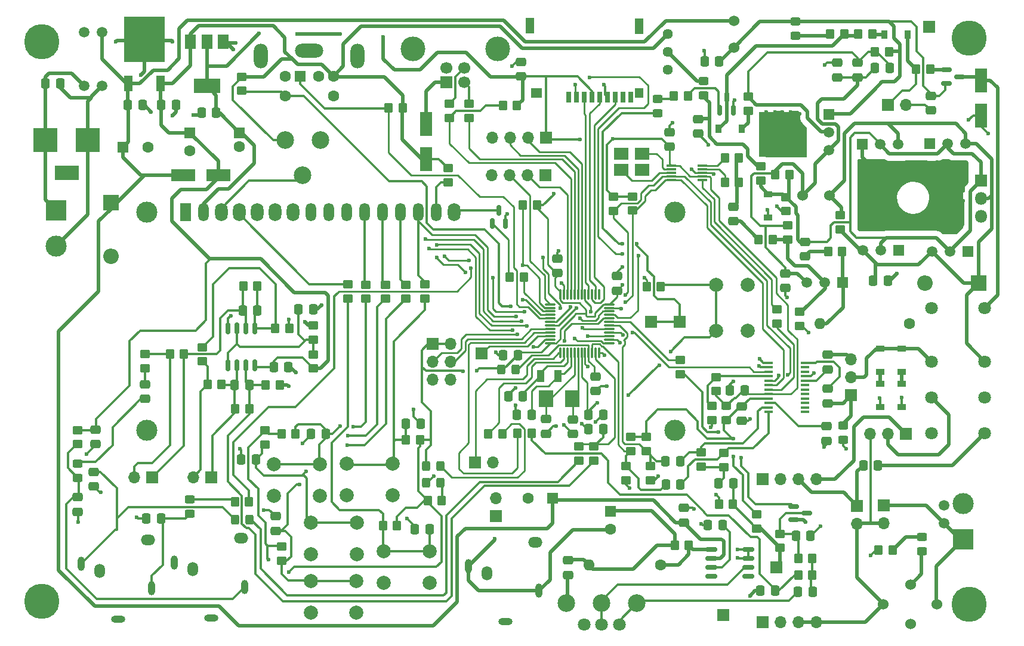
<source format=gbr>
%TF.GenerationSoftware,KiCad,Pcbnew,(6.0.11)*%
%TF.CreationDate,2023-06-17T11:37:52-05:00*%
%TF.ProjectId,LittleDX,4c697474-6c65-4445-982e-6b696361645f,rev?*%
%TF.SameCoordinates,Original*%
%TF.FileFunction,Copper,L1,Top*%
%TF.FilePolarity,Positive*%
%FSLAX46Y46*%
G04 Gerber Fmt 4.6, Leading zero omitted, Abs format (unit mm)*
G04 Created by KiCad (PCBNEW (6.0.11)) date 2023-06-17 11:37:52*
%MOMM*%
%LPD*%
G01*
G04 APERTURE LIST*
G04 Aperture macros list*
%AMRoundRect*
0 Rectangle with rounded corners*
0 $1 Rounding radius*
0 $2 $3 $4 $5 $6 $7 $8 $9 X,Y pos of 4 corners*
0 Add a 4 corners polygon primitive as box body*
4,1,4,$2,$3,$4,$5,$6,$7,$8,$9,$2,$3,0*
0 Add four circle primitives for the rounded corners*
1,1,$1+$1,$2,$3*
1,1,$1+$1,$4,$5*
1,1,$1+$1,$6,$7*
1,1,$1+$1,$8,$9*
0 Add four rect primitives between the rounded corners*
20,1,$1+$1,$2,$3,$4,$5,0*
20,1,$1+$1,$4,$5,$6,$7,0*
20,1,$1+$1,$6,$7,$8,$9,0*
20,1,$1+$1,$8,$9,$2,$3,0*%
G04 Aperture macros list end*
%TA.AperFunction,ComponentPad*%
%ADD10R,1.600000X1.600000*%
%TD*%
%TA.AperFunction,ComponentPad*%
%ADD11C,1.600000*%
%TD*%
%TA.AperFunction,ComponentPad*%
%ADD12R,1.700000X1.700000*%
%TD*%
%TA.AperFunction,ComponentPad*%
%ADD13O,1.700000X1.700000*%
%TD*%
%TA.AperFunction,ComponentPad*%
%ADD14O,1.600000X1.600000*%
%TD*%
%TA.AperFunction,ComponentPad*%
%ADD15C,2.000000*%
%TD*%
%TA.AperFunction,ComponentPad*%
%ADD16O,1.800000X2.600000*%
%TD*%
%TA.AperFunction,ComponentPad*%
%ADD17O,1.500000X2.600000*%
%TD*%
%TA.AperFunction,ComponentPad*%
%ADD18R,1.500000X2.600000*%
%TD*%
%TA.AperFunction,ComponentPad*%
%ADD19C,3.000000*%
%TD*%
%TA.AperFunction,SMDPad,CuDef*%
%ADD20RoundRect,0.250000X0.337500X0.475000X-0.337500X0.475000X-0.337500X-0.475000X0.337500X-0.475000X0*%
%TD*%
%TA.AperFunction,SMDPad,CuDef*%
%ADD21RoundRect,0.250000X0.475000X-0.337500X0.475000X0.337500X-0.475000X0.337500X-0.475000X-0.337500X0*%
%TD*%
%TA.AperFunction,SMDPad,CuDef*%
%ADD22RoundRect,0.250000X-0.337500X-0.475000X0.337500X-0.475000X0.337500X0.475000X-0.337500X0.475000X0*%
%TD*%
%TA.AperFunction,SMDPad,CuDef*%
%ADD23RoundRect,0.250000X-0.475000X0.337500X-0.475000X-0.337500X0.475000X-0.337500X0.475000X0.337500X0*%
%TD*%
%TA.AperFunction,ComponentPad*%
%ADD24R,2.200000X2.200000*%
%TD*%
%TA.AperFunction,ComponentPad*%
%ADD25O,2.200000X2.200000*%
%TD*%
%TA.AperFunction,SMDPad,CuDef*%
%ADD26RoundRect,0.250000X0.325000X0.450000X-0.325000X0.450000X-0.325000X-0.450000X0.325000X-0.450000X0*%
%TD*%
%TA.AperFunction,SMDPad,CuDef*%
%ADD27RoundRect,0.250000X-0.325000X-0.450000X0.325000X-0.450000X0.325000X0.450000X-0.325000X0.450000X0*%
%TD*%
%TA.AperFunction,SMDPad,CuDef*%
%ADD28R,3.500000X1.800000*%
%TD*%
%TA.AperFunction,SMDPad,CuDef*%
%ADD29R,1.800000X3.500000*%
%TD*%
%TA.AperFunction,ComponentPad*%
%ADD30R,3.000000X3.000000*%
%TD*%
%TA.AperFunction,ComponentPad*%
%ADD31R,3.500000X3.500000*%
%TD*%
%TA.AperFunction,ComponentPad*%
%ADD32R,3.500000X2.000000*%
%TD*%
%TA.AperFunction,SMDPad,CuDef*%
%ADD33RoundRect,0.250000X0.450000X-0.325000X0.450000X0.325000X-0.450000X0.325000X-0.450000X-0.325000X0*%
%TD*%
%TA.AperFunction,SMDPad,CuDef*%
%ADD34RoundRect,0.250000X-0.450000X0.325000X-0.450000X-0.325000X0.450000X-0.325000X0.450000X0.325000X0*%
%TD*%
%TA.AperFunction,ComponentPad*%
%ADD35R,1.520000X1.520000*%
%TD*%
%TA.AperFunction,ComponentPad*%
%ADD36C,1.520000*%
%TD*%
%TA.AperFunction,SMDPad,CuDef*%
%ADD37RoundRect,0.150000X-0.587500X-0.150000X0.587500X-0.150000X0.587500X0.150000X-0.587500X0.150000X0*%
%TD*%
%TA.AperFunction,SMDPad,CuDef*%
%ADD38R,1.200000X2.200000*%
%TD*%
%TA.AperFunction,SMDPad,CuDef*%
%ADD39R,5.800000X6.400000*%
%TD*%
%TA.AperFunction,SMDPad,CuDef*%
%ADD40R,2.000000X2.400000*%
%TD*%
%TA.AperFunction,SMDPad,CuDef*%
%ADD41R,1.000000X1.800000*%
%TD*%
%TA.AperFunction,SMDPad,CuDef*%
%ADD42RoundRect,0.075000X0.075000X-0.662500X0.075000X0.662500X-0.075000X0.662500X-0.075000X-0.662500X0*%
%TD*%
%TA.AperFunction,SMDPad,CuDef*%
%ADD43RoundRect,0.075000X0.662500X-0.075000X0.662500X0.075000X-0.662500X0.075000X-0.662500X-0.075000X0*%
%TD*%
%TA.AperFunction,SMDPad,CuDef*%
%ADD44RoundRect,0.150000X0.675000X0.150000X-0.675000X0.150000X-0.675000X-0.150000X0.675000X-0.150000X0*%
%TD*%
%TA.AperFunction,SMDPad,CuDef*%
%ADD45R,1.500000X2.000000*%
%TD*%
%TA.AperFunction,SMDPad,CuDef*%
%ADD46R,3.800000X2.000000*%
%TD*%
%TA.AperFunction,ComponentPad*%
%ADD47C,2.500000*%
%TD*%
%TA.AperFunction,SMDPad,CuDef*%
%ADD48RoundRect,0.250000X-0.350000X-0.450000X0.350000X-0.450000X0.350000X0.450000X-0.350000X0.450000X0*%
%TD*%
%TA.AperFunction,SMDPad,CuDef*%
%ADD49RoundRect,0.250000X0.450000X-0.350000X0.450000X0.350000X-0.450000X0.350000X-0.450000X-0.350000X0*%
%TD*%
%TA.AperFunction,SMDPad,CuDef*%
%ADD50RoundRect,0.250000X0.350000X0.450000X-0.350000X0.450000X-0.350000X-0.450000X0.350000X-0.450000X0*%
%TD*%
%TA.AperFunction,SMDPad,CuDef*%
%ADD51RoundRect,0.250000X-0.450000X0.350000X-0.450000X-0.350000X0.450000X-0.350000X0.450000X0.350000X0*%
%TD*%
%TA.AperFunction,SMDPad,CuDef*%
%ADD52R,1.400000X0.300000*%
%TD*%
%TA.AperFunction,SMDPad,CuDef*%
%ADD53R,2.100000X1.800000*%
%TD*%
%TA.AperFunction,ComponentPad*%
%ADD54C,1.500000*%
%TD*%
%TA.AperFunction,ComponentPad*%
%ADD55C,1.800000*%
%TD*%
%TA.AperFunction,SMDPad,CuDef*%
%ADD56R,1.200000X0.900000*%
%TD*%
%TA.AperFunction,ComponentPad*%
%ADD57R,1.500000X1.500000*%
%TD*%
%TA.AperFunction,ComponentPad*%
%ADD58C,1.524000*%
%TD*%
%TA.AperFunction,SMDPad,CuDef*%
%ADD59RoundRect,0.150000X0.150000X-0.587500X0.150000X0.587500X-0.150000X0.587500X-0.150000X-0.587500X0*%
%TD*%
%TA.AperFunction,ComponentPad*%
%ADD60O,2.000000X3.500000*%
%TD*%
%TA.AperFunction,ComponentPad*%
%ADD61O,4.000000X2.000000*%
%TD*%
%TA.AperFunction,ComponentPad*%
%ADD62C,1.440000*%
%TD*%
%TA.AperFunction,ComponentPad*%
%ADD63C,5.000000*%
%TD*%
%TA.AperFunction,ComponentPad*%
%ADD64R,1.800000X1.800000*%
%TD*%
%TA.AperFunction,ComponentPad*%
%ADD65O,1.800000X1.800000*%
%TD*%
%TA.AperFunction,SMDPad,CuDef*%
%ADD66R,0.900000X1.200000*%
%TD*%
%TA.AperFunction,ComponentPad*%
%ADD67O,2.000000X1.000000*%
%TD*%
%TA.AperFunction,ComponentPad*%
%ADD68O,1.000000X2.000000*%
%TD*%
%TA.AperFunction,ComponentPad*%
%ADD69O,1.500000X2.000000*%
%TD*%
%TA.AperFunction,ComponentPad*%
%ADD70O,2.000000X1.500000*%
%TD*%
%TA.AperFunction,SMDPad,CuDef*%
%ADD71RoundRect,0.150000X-0.150000X0.675000X-0.150000X-0.675000X0.150000X-0.675000X0.150000X0.675000X0*%
%TD*%
%TA.AperFunction,SMDPad,CuDef*%
%ADD72R,1.200000X0.400000*%
%TD*%
%TA.AperFunction,ComponentPad*%
%ADD73C,1.700000*%
%TD*%
%TA.AperFunction,ComponentPad*%
%ADD74C,3.500000*%
%TD*%
%TA.AperFunction,SMDPad,CuDef*%
%ADD75R,1.600000X1.400000*%
%TD*%
%TA.AperFunction,SMDPad,CuDef*%
%ADD76R,0.700000X1.600000*%
%TD*%
%TA.AperFunction,SMDPad,CuDef*%
%ADD77R,1.200000X1.400000*%
%TD*%
%TA.AperFunction,ViaPad*%
%ADD78C,0.600000*%
%TD*%
%TA.AperFunction,Conductor*%
%ADD79C,0.350000*%
%TD*%
%TA.AperFunction,Conductor*%
%ADD80C,0.250000*%
%TD*%
%TA.AperFunction,Conductor*%
%ADD81C,0.500000*%
%TD*%
G04 APERTURE END LIST*
D10*
%TO.P,C19,1*%
%TO.N,Net-(C19-Pad1)*%
X134625000Y-127775000D03*
D11*
%TO.P,C19,2*%
%TO.N,SPKR*%
X134625000Y-130275000D03*
%TD*%
D12*
%TO.P,J20,1,Pin_1*%
%TO.N,Net-(U1-Pad1)*%
X115475000Y-120800000D03*
D13*
%TO.P,J20,2,Pin_2*%
%TO.N,GND*%
X118015000Y-120800000D03*
%TD*%
D11*
%TO.P,R41,1*%
%TO.N,GND*%
X177075000Y-101100000D03*
D14*
%TO.P,R41,2*%
%TO.N,Net-(Q9-Pad1)*%
X164375000Y-101100000D03*
%TD*%
D15*
%TO.P,SW2,2,2*%
%TO.N,GND*%
X86925000Y-125525000D03*
X93425000Y-125525000D03*
%TO.P,SW2,1,1*%
%TO.N,Net-(C10-Pad2)*%
X86925000Y-121025000D03*
X93425000Y-121025000D03*
%TD*%
D16*
%TO.P,DS1,16,LED(-)*%
%TO.N,Net-(DS1-Pad16)*%
X112430000Y-85230000D03*
D17*
%TO.P,DS1,15,LED(+)*%
%TO.N,Net-(DS1-Pad15)*%
X109890000Y-85230000D03*
%TO.P,DS1,14,D7*%
%TO.N,DB7*%
X107350000Y-85230000D03*
%TO.P,DS1,13,D6*%
%TO.N,DB6*%
X104810000Y-85230000D03*
%TO.P,DS1,12,D5*%
%TO.N,DB5*%
X102270000Y-85230000D03*
%TO.P,DS1,11,D4*%
%TO.N,DB4*%
X99730000Y-85230000D03*
%TO.P,DS1,10,D3*%
%TO.N,unconnected-(DS1-Pad10)*%
X97190000Y-85230000D03*
%TO.P,DS1,9,D2*%
%TO.N,unconnected-(DS1-Pad9)*%
X94650000Y-85230000D03*
%TO.P,DS1,8,D1*%
%TO.N,unconnected-(DS1-Pad8)*%
X92110000Y-85230000D03*
D16*
%TO.P,DS1,7,D0*%
%TO.N,unconnected-(DS1-Pad7)*%
X89570000Y-85230000D03*
%TO.P,DS1,6,E*%
%TO.N,E*%
X87030000Y-85230000D03*
%TO.P,DS1,5,R/W*%
%TO.N,GND*%
X84490000Y-85230000D03*
%TO.P,DS1,4,RS*%
%TO.N,RS*%
X81950000Y-85230000D03*
%TO.P,DS1,3,VO*%
%TO.N,Net-(DS1-Pad3)*%
X79410000Y-85230000D03*
D17*
%TO.P,DS1,2,VDD*%
%TO.N,+3.3V*%
X76870000Y-85230000D03*
D18*
%TO.P,DS1,1,VSS*%
%TO.N,GND*%
X74330000Y-85230000D03*
D19*
%TO.P,DS1,*%
%TO.N,*%
X143829480Y-116230700D03*
X143830000Y-85230000D03*
X68830900Y-116230700D03*
X68830900Y-85230000D03*
%TD*%
D20*
%TO.P,C1,1*%
%TO.N,GND*%
X133625500Y-114046000D03*
%TO.P,C1,2*%
%TO.N,Net-(C1-Pad2)*%
X131550500Y-114046000D03*
%TD*%
D21*
%TO.P,C2,1*%
%TO.N,GND*%
X125476000Y-116727500D03*
%TO.P,C2,2*%
%TO.N,Net-(C2-Pad2)*%
X125476000Y-114652500D03*
%TD*%
%TO.P,C4,1*%
%TO.N,GND*%
X129300000Y-116747500D03*
%TO.P,C4,2*%
%TO.N,Net-(C4-Pad2)*%
X129300000Y-114672500D03*
%TD*%
D22*
%TO.P,C5,1*%
%TO.N,GND*%
X120162500Y-111370000D03*
%TO.P,C5,2*%
%TO.N,Net-(C5-Pad2)*%
X122237500Y-111370000D03*
%TD*%
D10*
%TO.P,C6,1*%
%TO.N,+5V*%
X75000000Y-74000000D03*
D11*
%TO.P,C6,2*%
%TO.N,GND*%
X75000000Y-76500000D03*
%TD*%
D22*
%TO.P,C8,1*%
%TO.N,GND*%
X121390500Y-114046000D03*
%TO.P,C8,2*%
%TO.N,Net-(C8-Pad2)*%
X123465500Y-114046000D03*
%TD*%
D23*
%TO.P,C9,1*%
%TO.N,Net-(C9-Pad1)*%
X132550000Y-108587500D03*
%TO.P,C9,2*%
%TO.N,GND*%
X132550000Y-110662500D03*
%TD*%
D22*
%TO.P,C10,1*%
%TO.N,GND*%
X92187500Y-116725000D03*
%TO.P,C10,2*%
%TO.N,Net-(C10-Pad2)*%
X94262500Y-116725000D03*
%TD*%
D23*
%TO.P,C11,1*%
%TO.N,GND*%
X87150000Y-128462500D03*
%TO.P,C11,2*%
%TO.N,Net-(C11-Pad2)*%
X87150000Y-130537500D03*
%TD*%
D22*
%TO.P,C12,1*%
%TO.N,GND*%
X119432500Y-105530000D03*
%TO.P,C12,2*%
%TO.N,+3.3V*%
X121507500Y-105530000D03*
%TD*%
D23*
%TO.P,C13,1*%
%TO.N,GND*%
X127110000Y-91832500D03*
%TO.P,C13,2*%
%TO.N,+3.3V*%
X127110000Y-93907500D03*
%TD*%
D20*
%TO.P,C15,2*%
%TO.N,GND*%
X148487500Y-129725000D03*
%TO.P,C15,1*%
%TO.N,Net-(C15-Pad1)*%
X150562500Y-129725000D03*
%TD*%
D22*
%TO.P,C16,2*%
%TO.N,Net-(C16-Pad2)*%
X84362500Y-120425000D03*
%TO.P,C16,1*%
%TO.N,GND*%
X82287500Y-120425000D03*
%TD*%
D20*
%TO.P,C17,1*%
%TO.N,GND*%
X107717500Y-115300000D03*
%TO.P,C17,2*%
%TO.N,Net-(C17-Pad2)*%
X105642500Y-115300000D03*
%TD*%
D21*
%TO.P,C20,1*%
%TO.N,GND*%
X159500000Y-96037500D03*
%TO.P,C20,2*%
%TO.N,Net-(C14-Pad1)*%
X159500000Y-93962500D03*
%TD*%
D23*
%TO.P,C21,1*%
%TO.N,GND*%
X135575000Y-94312500D03*
%TO.P,C21,2*%
%TO.N,+3.3V*%
X135575000Y-96387500D03*
%TD*%
D10*
%TO.P,C22,1*%
%TO.N,+3.3V*%
X82000000Y-73968208D03*
D11*
%TO.P,C22,2*%
%TO.N,GND*%
X82000000Y-75968208D03*
%TD*%
D20*
%TO.P,C25,1*%
%TO.N,+3.3V*%
X153697500Y-110530000D03*
%TO.P,C25,2*%
%TO.N,GND*%
X151622500Y-110530000D03*
%TD*%
D21*
%TO.P,C33,1*%
%TO.N,Net-(C33-Pad1)*%
X165450000Y-107587500D03*
%TO.P,C33,2*%
%TO.N,Net-(C33-Pad2)*%
X165450000Y-105512500D03*
%TD*%
D20*
%TO.P,C34,2*%
%TO.N,Net-(C34-Pad2)*%
X161268500Y-139192000D03*
%TO.P,C34,1*%
%TO.N,Net-(C34-Pad1)*%
X163343500Y-139192000D03*
%TD*%
D23*
%TO.P,C35,1*%
%TO.N,Net-(C35-Pad1)*%
X165450000Y-110337500D03*
%TO.P,C35,2*%
%TO.N,Net-(C35-Pad2)*%
X165450000Y-112412500D03*
%TD*%
D24*
%TO.P,D1,1,K*%
%TO.N,+12V*%
X63750000Y-83880000D03*
D25*
%TO.P,D1,2,A*%
%TO.N,GND*%
X63750000Y-91500000D03*
%TD*%
D26*
%TO.P,D2,1,K*%
%TO.N,Net-(D2-Pad1)*%
X110550000Y-121350000D03*
%TO.P,D2,2,A*%
%TO.N,+3.3V*%
X108500000Y-121350000D03*
%TD*%
D27*
%TO.P,D3,2,A*%
%TO.N,Net-(D3-Pad2)*%
X110550000Y-123700000D03*
%TO.P,D3,1,K*%
%TO.N,GND*%
X108500000Y-123700000D03*
%TD*%
D28*
%TO.P,D4,1,K*%
%TO.N,+12V*%
X74000000Y-80000000D03*
%TO.P,D4,2,A*%
%TO.N,+5V*%
X79000000Y-80000000D03*
%TD*%
D29*
%TO.P,D5,1,K*%
%TO.N,+5V*%
X108458000Y-77684000D03*
%TO.P,D5,2,A*%
%TO.N,Net-(D5-Pad2)*%
X108458000Y-72684000D03*
%TD*%
D30*
%TO.P,J1,1,Pin_1*%
%TO.N,Net-(C58-Pad1)*%
X56000000Y-85000000D03*
D19*
%TO.P,J1,2,Pin_2*%
%TO.N,Net-(C58-Pad2)*%
X56000000Y-90080000D03*
%TD*%
D31*
%TO.P,J2,1*%
%TO.N,Net-(C58-Pad2)*%
X60500000Y-75000000D03*
%TO.P,J2,2*%
%TO.N,Net-(C58-Pad1)*%
X54500000Y-75000000D03*
D32*
%TO.P,J2,3*%
%TO.N,unconnected-(J2-Pad3)*%
X57500000Y-79700000D03*
%TD*%
D12*
%TO.P,J5,1,Pin_1*%
%TO.N,+3.3V*%
X109400000Y-103975000D03*
D13*
%TO.P,J5,2,Pin_2*%
X111940000Y-103975000D03*
%TO.P,J5,3,Pin_3*%
%TO.N,Net-(J5-Pad3)*%
X109400000Y-106515000D03*
%TO.P,J5,4,Pin_4*%
%TO.N,Net-(J5-Pad4)*%
X111940000Y-106515000D03*
%TO.P,J5,5,Pin_5*%
%TO.N,GND*%
X109400000Y-109055000D03*
%TO.P,J5,6,Pin_6*%
X111940000Y-109055000D03*
%TD*%
D27*
%TO.P,L1,1,1*%
%TO.N,+3.3V*%
X119145000Y-107630000D03*
%TO.P,L1,2,2*%
%TO.N,Net-(C9-Pad1)*%
X121195000Y-107630000D03*
%TD*%
D33*
%TO.P,L2,1,1*%
%TO.N,Net-(C27-Pad1)*%
X151120000Y-114825000D03*
%TO.P,L2,2,2*%
%TO.N,+3.3V*%
X151120000Y-112775000D03*
%TD*%
D34*
%TO.P,L3,1,1*%
%TO.N,Net-(C35-Pad2)*%
X167700000Y-115575000D03*
%TO.P,L3,2,2*%
%TO.N,GND*%
X167700000Y-117625000D03*
%TD*%
D33*
%TO.P,L9,1,1*%
%TO.N,TRANSMIT*%
X141320000Y-71175000D03*
%TO.P,L9,2,2*%
%TO.N,Net-(L9-Pad2)*%
X141320000Y-69125000D03*
%TD*%
D35*
%TO.P,Q3,1,S*%
%TO.N,GND*%
X170350000Y-75630000D03*
D36*
%TO.P,Q3,2,G*%
%TO.N,Net-(C23-Pad2)*%
X172890000Y-75630000D03*
%TO.P,Q3,3,D*%
%TO.N,AMPOUT*%
X175430000Y-75630000D03*
%TD*%
D37*
%TO.P,Q4,3,C*%
%TO.N,Net-(C18-Pad1)*%
X162481500Y-128016000D03*
%TO.P,Q4,2,E*%
%TO.N,GND*%
X160606500Y-128966000D03*
%TO.P,Q4,1,B*%
%TO.N,Net-(Q4-Pad1)*%
X160606500Y-127066000D03*
%TD*%
D15*
%TO.P,SW1,1,1*%
%TO.N,GND*%
X154142000Y-102056000D03*
X154142000Y-95556000D03*
%TO.P,SW1,2,2*%
%TO.N,Net-(C1-Pad2)*%
X149642000Y-102056000D03*
X149642000Y-95556000D03*
%TD*%
%TO.P,SW3,2,2*%
%TO.N,GND*%
X98650000Y-133825000D03*
X92150000Y-133825000D03*
%TO.P,SW3,1,1*%
%TO.N,Net-(C16-Pad2)*%
X92150000Y-129325000D03*
X98650000Y-129325000D03*
%TD*%
%TO.P,SW4,2,2*%
%TO.N,GND*%
X97225000Y-125475000D03*
X103725000Y-125475000D03*
%TO.P,SW4,1,1*%
%TO.N,Net-(C17-Pad2)*%
X103725000Y-120975000D03*
X97225000Y-120975000D03*
%TD*%
%TO.P,SW5,2,2*%
%TO.N,GND*%
X92125000Y-142125000D03*
X98625000Y-142125000D03*
%TO.P,SW5,1,1*%
%TO.N,Net-(C11-Pad2)*%
X92125000Y-137625000D03*
X98625000Y-137625000D03*
%TD*%
D38*
%TO.P,U2,1,VI*%
%TO.N,+12V*%
X66245000Y-66975000D03*
D39*
%TO.P,U2,2,GND*%
%TO.N,GND*%
X68525000Y-60675000D03*
D38*
%TO.P,U2,3,VO*%
%TO.N,+5V*%
X70805000Y-66975000D03*
%TD*%
D40*
%TO.P,Y1,1,1*%
%TO.N,Net-(C4-Pad2)*%
X129200000Y-111730000D03*
%TO.P,Y1,2,2*%
%TO.N,Net-(C2-Pad2)*%
X125500000Y-111730000D03*
%TD*%
D41*
%TO.P,Y2,1,1*%
%TO.N,Net-(C8-Pad2)*%
X127210000Y-108530000D03*
%TO.P,Y2,2,2*%
%TO.N,Net-(C5-Pad2)*%
X124710000Y-108530000D03*
%TD*%
D42*
%TO.P,U1,1,VBAT*%
%TO.N,Net-(U1-Pad1)*%
X127552000Y-105254500D03*
%TO.P,U1,2,PC13*%
%TO.N,Net-(R1-Pad1)*%
X128052000Y-105254500D03*
%TO.P,U1,3,PC14*%
%TO.N,Net-(C5-Pad2)*%
X128552000Y-105254500D03*
%TO.P,U1,4,PC15*%
%TO.N,Net-(C8-Pad2)*%
X129052000Y-105254500D03*
%TO.P,U1,5,PD0*%
%TO.N,Net-(C2-Pad2)*%
X129552000Y-105254500D03*
%TO.P,U1,6,PD1*%
%TO.N,Net-(C4-Pad2)*%
X130052000Y-105254500D03*
%TO.P,U1,7,NRST*%
%TO.N,Net-(C1-Pad2)*%
X130552000Y-105254500D03*
%TO.P,U1,8,VSSA*%
%TO.N,GND*%
X131052000Y-105254500D03*
%TO.P,U1,9,VDDA*%
%TO.N,Net-(C9-Pad1)*%
X131552000Y-105254500D03*
%TO.P,U1,10,PA0*%
%TO.N,LCH*%
X132052000Y-105254500D03*
%TO.P,U1,11,PA1*%
%TO.N,MICPADDLE*%
X132552000Y-105254500D03*
%TO.P,U1,12,PA2*%
%TO.N,DB4*%
X133052000Y-105254500D03*
D43*
%TO.P,U1,13,PA3*%
%TO.N,DB5*%
X134464500Y-103842000D03*
%TO.P,U1,14,PA4*%
%TO.N,DB6*%
X134464500Y-103342000D03*
%TO.P,U1,15,PA5*%
%TO.N,DB7*%
X134464500Y-102842000D03*
%TO.P,U1,16,PA6*%
%TO.N,TRANSMIT*%
X134464500Y-102342000D03*
%TO.P,U1,17,PA7*%
%TO.N,E*%
X134464500Y-101842000D03*
%TO.P,U1,18,PB0*%
%TO.N,RCH*%
X134464500Y-101342000D03*
%TO.P,U1,19,PB1*%
%TO.N,MUTE*%
X134464500Y-100842000D03*
%TO.P,U1,20,PB2*%
%TO.N,Net-(J5-Pad3)*%
X134464500Y-100342000D03*
%TO.P,U1,21,PB10*%
%TO.N,CS*%
X134464500Y-99842000D03*
%TO.P,U1,22,PB11*%
%TO.N,RS*%
X134464500Y-99342000D03*
%TO.P,U1,23,VSS*%
%TO.N,GND*%
X134464500Y-98842000D03*
%TO.P,U1,24,VDD*%
%TO.N,+3.3V*%
X134464500Y-98342000D03*
D42*
%TO.P,U1,25,PB12*%
%TO.N,unconnected-(U1-Pad25)*%
X133052000Y-96929500D03*
%TO.P,U1,26,PB13*%
%TO.N,SCK*%
X132552000Y-96929500D03*
%TO.P,U1,27,PB14*%
%TO.N,MISO*%
X132052000Y-96929500D03*
%TO.P,U1,28,PB15*%
%TO.N,MOSI*%
X131552000Y-96929500D03*
%TO.P,U1,29,PA8*%
%TO.N,RADIORESET*%
X131052000Y-96929500D03*
%TO.P,U1,30,PA9*%
%TO.N,TXD*%
X130552000Y-96929500D03*
%TO.P,U1,31,PA10*%
%TO.N,RXD*%
X130052000Y-96929500D03*
%TO.P,U1,32,PA11*%
%TO.N,Net-(R9-Pad1)*%
X129552000Y-96929500D03*
%TO.P,U1,33,PA12*%
%TO.N,Net-(R15-Pad2)*%
X129052000Y-96929500D03*
%TO.P,U1,34,PA13*%
%TO.N,Net-(J25-Pad2)*%
X128552000Y-96929500D03*
%TO.P,U1,35,VSS*%
%TO.N,GND*%
X128052000Y-96929500D03*
%TO.P,U1,36,VDD*%
%TO.N,+3.3V*%
X127552000Y-96929500D03*
D43*
%TO.P,U1,37,PA14*%
%TO.N,Net-(J25-Pad3)*%
X126139500Y-98342000D03*
%TO.P,U1,38,PA15*%
%TO.N,PTT*%
X126139500Y-98842000D03*
%TO.P,U1,39,PB3*%
%TO.N,BACKL*%
X126139500Y-99342000D03*
%TO.P,U1,40,PB4*%
%TO.N,PS2CLK*%
X126139500Y-99842000D03*
%TO.P,U1,41,PB5*%
%TO.N,PS2DATA*%
X126139500Y-100342000D03*
%TO.P,U1,42,PB6*%
%TO.N,SCL*%
X126139500Y-100842000D03*
%TO.P,U1,43,PB7*%
%TO.N,SDA*%
X126139500Y-101342000D03*
%TO.P,U1,44,BOOT0*%
%TO.N,Net-(J5-Pad4)*%
X126139500Y-101842000D03*
%TO.P,U1,45,PB8*%
%TO.N,BEEPOUT*%
X126139500Y-102342000D03*
%TO.P,U1,46,PB9*%
%TO.N,Net-(J9-Pad1)*%
X126139500Y-102842000D03*
%TO.P,U1,47,VSS*%
%TO.N,GND*%
X126139500Y-103342000D03*
%TO.P,U1,48,VDD*%
%TO.N,+3.3V*%
X126139500Y-103842000D03*
%TD*%
D12*
%TO.P,J9,1,Pin_1*%
%TO.N,Net-(J9-Pad1)*%
X116375000Y-105325000D03*
%TD*%
D21*
%TO.P,C37,2*%
%TO.N,GND*%
X145075000Y-127262500D03*
%TO.P,C37,1*%
%TO.N,+12V*%
X145075000Y-129337500D03*
%TD*%
D44*
%TO.P,U3,8*%
%TO.N,unconnected-(U3-Pad8)*%
X148955000Y-136955000D03*
%TO.P,U3,7*%
%TO.N,Net-(C15-Pad1)*%
X148955000Y-135685000D03*
%TO.P,U3,6,V+*%
%TO.N,+12V*%
X148955000Y-134415000D03*
%TO.P,U3,5*%
%TO.N,Net-(L10-Pad1)*%
X148955000Y-133145000D03*
%TO.P,U3,4,Gnd*%
%TO.N,GND*%
X154205000Y-133145000D03*
%TO.P,U3,3,+*%
X154205000Y-134415000D03*
%TO.P,U3,2,-*%
%TO.N,Net-(RV1-Pad2)*%
X154205000Y-135685000D03*
%TO.P,U3,1*%
%TO.N,unconnected-(U3-Pad1)*%
X154205000Y-136955000D03*
%TD*%
D45*
%TO.P,U4,1,GND*%
%TO.N,GND*%
X79680000Y-61020000D03*
%TO.P,U4,2,VO*%
%TO.N,+3.3V*%
X77380000Y-61020000D03*
D46*
X77380000Y-67320000D03*
D45*
%TO.P,U4,3,VI*%
%TO.N,+5V*%
X75080000Y-61020000D03*
%TD*%
D35*
%TO.P,Q5,1,S*%
%TO.N,GND*%
X185340000Y-90830000D03*
D36*
%TO.P,Q5,2,G*%
%TO.N,Net-(C23-Pad2)*%
X182800000Y-90830000D03*
%TO.P,Q5,3,D*%
%TO.N,AMPOUT*%
X180260000Y-90830000D03*
%TD*%
D35*
%TO.P,Q6,1,S*%
%TO.N,GND*%
X175560000Y-90680000D03*
D36*
%TO.P,Q6,2,G*%
%TO.N,Net-(C23-Pad2)*%
X173020000Y-90680000D03*
%TO.P,Q6,3,D*%
%TO.N,AMPOUT*%
X170480000Y-90680000D03*
%TD*%
D35*
%TO.P,Q7,1,S*%
%TO.N,GND*%
X179960000Y-75520000D03*
D36*
%TO.P,Q7,2,G*%
%TO.N,Net-(C23-Pad2)*%
X182500000Y-75520000D03*
%TO.P,Q7,3,D*%
%TO.N,AMPOUT*%
X185040000Y-75520000D03*
%TD*%
D22*
%TO.P,C14,1*%
%TO.N,Net-(C14-Pad1)*%
X172162500Y-64800000D03*
%TO.P,C14,2*%
%TO.N,Net-(C14-Pad2)*%
X174237500Y-64800000D03*
%TD*%
D47*
%TO.P,RV3,1,1*%
%TO.N,GND*%
X93500000Y-75000000D03*
%TO.P,RV3,2,2*%
%TO.N,Net-(DS1-Pad3)*%
X91000000Y-80040000D03*
%TO.P,RV3,3,3*%
%TO.N,+5V*%
X88500000Y-75000000D03*
%TD*%
D20*
%TO.P,C42,1*%
%TO.N,+3.3V*%
X78727500Y-71140000D03*
%TO.P,C42,2*%
%TO.N,GND*%
X76652500Y-71140000D03*
%TD*%
D12*
%TO.P,JP3,1,A*%
%TO.N,Net-(C35-Pad2)*%
X168810000Y-111250000D03*
D13*
%TO.P,JP3,2,C*%
%TO.N,RF*%
X168810000Y-108710000D03*
%TO.P,JP3,3,B*%
%TO.N,Net-(C33-Pad2)*%
X168810000Y-106170000D03*
%TD*%
D48*
%TO.P,R1,2*%
%TO.N,Net-(D2-Pad1)*%
X119300000Y-116710000D03*
%TO.P,R1,1*%
%TO.N,Net-(R1-Pad1)*%
X117300000Y-116710000D03*
%TD*%
D49*
%TO.P,R2,1*%
%TO.N,Net-(DS1-Pad15)*%
X111590000Y-81000000D03*
%TO.P,R2,2*%
%TO.N,+5V*%
X111590000Y-79000000D03*
%TD*%
%TO.P,R3,1*%
%TO.N,Net-(C11-Pad2)*%
X102700000Y-97550000D03*
%TO.P,R3,2*%
%TO.N,DB5*%
X102700000Y-95550000D03*
%TD*%
D48*
%TO.P,R4,2*%
%TO.N,Net-(D3-Pad2)*%
X110728000Y-126238000D03*
%TO.P,R4,1*%
%TO.N,+3.3V*%
X108728000Y-126238000D03*
%TD*%
D50*
%TO.P,R6,1*%
%TO.N,Net-(C10-Pad2)*%
X89975000Y-116750000D03*
%TO.P,R6,2*%
%TO.N,+3.3V*%
X87975000Y-116750000D03*
%TD*%
%TO.P,R7,1*%
%TO.N,+3.3V*%
X121396000Y-70104000D03*
%TO.P,R7,2*%
%TO.N,Net-(R15-Pad2)*%
X119396000Y-70104000D03*
%TD*%
D48*
%TO.P,R8,1*%
%TO.N,Net-(C14-Pad2)*%
X172200000Y-62500000D03*
%TO.P,R8,2*%
%TO.N,Net-(C31-Pad2)*%
X174200000Y-62500000D03*
%TD*%
D49*
%TO.P,R9,1*%
%TO.N,Net-(R9-Pad1)*%
X114554000Y-71866000D03*
%TO.P,R9,2*%
%TO.N,Net-(J26-Pad2)*%
X114554000Y-69866000D03*
%TD*%
D48*
%TO.P,R11,2*%
%TO.N,Net-(L10-Pad1)*%
X145780000Y-132588000D03*
%TO.P,R11,1*%
%TO.N,Net-(C19-Pad1)*%
X143780000Y-132588000D03*
%TD*%
D49*
%TO.P,R12,2*%
%TO.N,+3.3V*%
X85620000Y-116230000D03*
%TO.P,R12,1*%
%TO.N,Net-(C16-Pad2)*%
X85620000Y-118230000D03*
%TD*%
D48*
%TO.P,R13,1*%
%TO.N,Net-(C17-Pad2)*%
X105630000Y-117620000D03*
%TO.P,R13,2*%
%TO.N,+3.3V*%
X107630000Y-117620000D03*
%TD*%
D51*
%TO.P,R14,1*%
%TO.N,Net-(C14-Pad2)*%
X154178000Y-68850000D03*
%TO.P,R14,2*%
%TO.N,Net-(D18-Pad2)*%
X154178000Y-70850000D03*
%TD*%
%TO.P,R15,1*%
%TO.N,Net-(J26-Pad3)*%
X111760000Y-69866000D03*
%TO.P,R15,2*%
%TO.N,Net-(R15-Pad2)*%
X111760000Y-71866000D03*
%TD*%
D49*
%TO.P,R16,1*%
%TO.N,+3.3V*%
X149660000Y-110690000D03*
%TO.P,R16,2*%
%TO.N,Net-(R16-Pad2)*%
X149660000Y-108690000D03*
%TD*%
%TO.P,R17,1*%
%TO.N,Net-(R17-Pad1)*%
X158242000Y-101076000D03*
%TO.P,R17,2*%
%TO.N,CLK2*%
X158242000Y-99076000D03*
%TD*%
%TO.P,R18,1*%
%TO.N,SDA*%
X137750000Y-85025000D03*
%TO.P,R18,2*%
%TO.N,+3.3V*%
X137750000Y-83025000D03*
%TD*%
D51*
%TO.P,R19,1*%
%TO.N,Net-(C27-Pad1)*%
X139740000Y-117180000D03*
%TO.P,R19,2*%
%TO.N,RCH*%
X139740000Y-119180000D03*
%TD*%
D50*
%TO.P,R20,1*%
%TO.N,Net-(Q9-Pad2)*%
X157667200Y-89128600D03*
%TO.P,R20,2*%
%TO.N,Net-(C56-Pad1)*%
X155667200Y-89128600D03*
%TD*%
D51*
%TO.P,R21,1*%
%TO.N,RCH*%
X140300000Y-121325000D03*
%TO.P,R21,2*%
%TO.N,GND*%
X140300000Y-123325000D03*
%TD*%
%TO.P,R23,1*%
%TO.N,LCH*%
X136850000Y-121325000D03*
%TO.P,R23,2*%
%TO.N,GND*%
X136850000Y-123325000D03*
%TD*%
D49*
%TO.P,R29,1*%
%TO.N,Net-(C10-Pad2)*%
X99940000Y-97540000D03*
%TO.P,R29,2*%
%TO.N,DB4*%
X99940000Y-95540000D03*
%TD*%
%TO.P,R30,1*%
%TO.N,Net-(Q4-Pad1)*%
X144600000Y-108270000D03*
%TO.P,R30,2*%
%TO.N,MUTE*%
X144600000Y-106270000D03*
%TD*%
D48*
%TO.P,R31,2*%
%TO.N,Net-(C34-Pad1)*%
X163306000Y-136780000D03*
%TO.P,R31,1*%
%TO.N,Net-(C60-Pad2)*%
X161306000Y-136780000D03*
%TD*%
D49*
%TO.P,R32,2*%
%TO.N,Net-(C18-Pad1)*%
X158700000Y-130950000D03*
%TO.P,R32,1*%
%TO.N,AUDIO*%
X158700000Y-132950000D03*
%TD*%
%TO.P,R33,2*%
%TO.N,+3.3V*%
X87970000Y-132760000D03*
%TO.P,R33,1*%
%TO.N,Net-(C11-Pad2)*%
X87970000Y-134760000D03*
%TD*%
D48*
%TO.P,R34,2*%
%TO.N,Net-(C34-Pad1)*%
X163306000Y-134460000D03*
%TO.P,R34,1*%
%TO.N,Net-(C18-Pad1)*%
X161306000Y-134460000D03*
%TD*%
D49*
%TO.P,R46,1*%
%TO.N,Net-(C17-Pad2)*%
X108360000Y-97530000D03*
%TO.P,R46,2*%
%TO.N,DB7*%
X108360000Y-95530000D03*
%TD*%
%TO.P,R47,1*%
%TO.N,Net-(C16-Pad2)*%
X105610000Y-97560000D03*
%TO.P,R47,2*%
%TO.N,DB6*%
X105610000Y-95560000D03*
%TD*%
%TO.P,R24,1*%
%TO.N,Net-(C40-Pad1)*%
X150775000Y-121450000D03*
%TO.P,R24,2*%
%TO.N,Net-(C28-Pad1)*%
X150775000Y-119450000D03*
%TD*%
D20*
%TO.P,C44,1*%
%TO.N,GND*%
X68267500Y-70000000D03*
%TO.P,C44,2*%
%TO.N,+12V*%
X66192500Y-70000000D03*
%TD*%
D12*
%TO.P,JP4,1,1*%
%TO.N,Net-(C26-Pad2)*%
X169660000Y-126990000D03*
D13*
%TO.P,JP4,2,2*%
%TO.N,Net-(J18-Pad3)*%
X169660000Y-129530000D03*
%TD*%
D23*
%TO.P,C47,1*%
%TO.N,GND*%
X143030000Y-73892500D03*
%TO.P,C47,2*%
%TO.N,+3.3V*%
X143030000Y-75967500D03*
%TD*%
D49*
%TO.P,R35,1*%
%TO.N,SCL*%
X135075000Y-85050000D03*
%TO.P,R35,2*%
%TO.N,+3.3V*%
X135075000Y-83050000D03*
%TD*%
D51*
%TO.P,R48,1*%
%TO.N,Net-(R16-Pad2)*%
X149020000Y-112800000D03*
%TO.P,R48,2*%
%TO.N,GND*%
X149020000Y-114800000D03*
%TD*%
D48*
%TO.P,R49,1*%
%TO.N,Net-(R49-Pad1)*%
X150892000Y-77550000D03*
%TO.P,R49,2*%
%TO.N,Net-(C56-Pad2)*%
X152892000Y-77550000D03*
%TD*%
%TO.P,R50,1*%
%TO.N,Net-(R50-Pad1)*%
X150892000Y-80975000D03*
%TO.P,R50,2*%
%TO.N,Net-(C56-Pad2)*%
X152892000Y-80975000D03*
%TD*%
D52*
%TO.P,U6,1,Vdd*%
%TO.N,+3.3V*%
X143290000Y-78670000D03*
%TO.P,U6,2,XA*%
%TO.N,Net-(U6-Pad2)*%
X143290000Y-79170000D03*
%TO.P,U6,3,XB*%
%TO.N,Net-(U6-Pad3)*%
X143290000Y-79670000D03*
%TO.P,U6,4,SCL*%
%TO.N,SCL*%
X143290000Y-80170000D03*
%TO.P,U6,5,SDA*%
%TO.N,SDA*%
X143290000Y-80670000D03*
%TO.P,U6,6,CLK2*%
%TO.N,CLK2*%
X147690000Y-80670000D03*
%TO.P,U6,7,VDDO*%
%TO.N,+3.3V*%
X147690000Y-80170000D03*
%TO.P,U6,8,GND*%
%TO.N,GND*%
X147690000Y-79670000D03*
%TO.P,U6,9,CLK1*%
%TO.N,Net-(R50-Pad1)*%
X147690000Y-79170000D03*
%TO.P,U6,10,CLK0*%
%TO.N,Net-(R49-Pad1)*%
X147690000Y-78670000D03*
%TD*%
D53*
%TO.P,Y3,1,1*%
%TO.N,Net-(U6-Pad3)*%
X136218000Y-79248000D03*
%TO.P,Y3,2,2*%
%TO.N,unconnected-(Y3-Pad2)*%
X139118000Y-79248000D03*
%TO.P,Y3,3,3*%
%TO.N,Net-(U6-Pad2)*%
X139118000Y-76948000D03*
%TO.P,Y3,4,4*%
%TO.N,unconnected-(Y3-Pad4)*%
X136218000Y-76948000D03*
%TD*%
D54*
%TO.P,J12,1,In*%
%TO.N,Net-(J12-Pad1)*%
X181945000Y-129425000D03*
D30*
X184673000Y-131711000D03*
D54*
%TO.P,J12,2,Ext*%
%TO.N,GND*%
X181945000Y-126885000D03*
D19*
X184673000Y-126631000D03*
%TD*%
D55*
%TO.P,RLY1,1,Coil*%
%TO.N,TXRELAY*%
X187775000Y-98845000D03*
%TO.P,RLY1,2,Pole*%
%TO.N,AMPOUT*%
X187775000Y-106465000D03*
%TO.P,RLY1,3,NC*%
%TO.N,Net-(RLY1-Pad3)*%
X187775000Y-111545000D03*
%TO.P,RLY1,4,NO*%
%TO.N,Net-(C26-Pad1)*%
X187775000Y-116625000D03*
%TO.P,RLY1,5,Coil*%
%TO.N,GND*%
X180175000Y-98845000D03*
%TO.P,RLY1,6,Pole*%
%TO.N,RF*%
X180175000Y-106465000D03*
%TO.P,RLY1,7,NC*%
%TO.N,Net-(JP7-Pad2)*%
X180175000Y-111545000D03*
%TO.P,RLY1,8,NO*%
%TO.N,unconnected-(RLY1-Pad8)*%
X180175000Y-116625000D03*
%TD*%
D23*
%TO.P,C30,1*%
%TO.N,Net-(C30-Pad1)*%
X165325000Y-115650000D03*
%TO.P,C30,2*%
%TO.N,GND*%
X165325000Y-117725000D03*
%TD*%
D56*
%TO.P,D9,1,K*%
%TO.N,RF*%
X175975000Y-104650000D03*
%TO.P,D9,2,A*%
%TO.N,Net-(D11-Pad1)*%
X175975000Y-107950000D03*
%TD*%
D48*
%TO.P,R5,1*%
%TO.N,+3.3V*%
X139800000Y-95850000D03*
%TO.P,R5,2*%
%TO.N,Net-(C1-Pad2)*%
X141800000Y-95850000D03*
%TD*%
D51*
%TO.P,R22,2*%
%TO.N,LCH*%
X137550000Y-119160000D03*
%TO.P,R22,1*%
%TO.N,Net-(C27-Pad1)*%
X137550000Y-117160000D03*
%TD*%
D49*
%TO.P,R25,1*%
%TO.N,Net-(C40-Pad1)*%
X147550000Y-121375000D03*
%TO.P,R25,2*%
%TO.N,Net-(C39-Pad1)*%
X147550000Y-119375000D03*
%TD*%
D57*
%TO.P,Q8,1,E*%
%TO.N,Net-(C31-Pad2)*%
X165608000Y-71374000D03*
D54*
%TO.P,Q8,2,B*%
%TO.N,Net-(C14-Pad2)*%
X165608000Y-73914000D03*
%TO.P,Q8,3,C*%
%TO.N,Net-(C14-Pad1)*%
X165608000Y-76454000D03*
%TD*%
D48*
%TO.P,R38,1*%
%TO.N,Net-(D18-Pad1)*%
X169790000Y-59950000D03*
%TO.P,R38,2*%
%TO.N,Net-(D15-Pad1)*%
X171790000Y-59950000D03*
%TD*%
D50*
%TO.P,R39,1*%
%TO.N,Net-(Q13-Pad1)*%
X180000000Y-64900000D03*
%TO.P,R39,2*%
%TO.N,Net-(D15-Pad2)*%
X178000000Y-64900000D03*
%TD*%
D12*
%TO.P,JP1,1,1*%
%TO.N,Net-(D15-Pad2)*%
X174030000Y-70000000D03*
D13*
%TO.P,JP1,2,2*%
%TO.N,Net-(C31-Pad1)*%
X176570000Y-70000000D03*
%TD*%
D20*
%TO.P,C39,1*%
%TO.N,Net-(C39-Pad1)*%
X144547500Y-120650000D03*
%TO.P,C39,2*%
%TO.N,RCH*%
X142472500Y-120650000D03*
%TD*%
D12*
%TO.P,JP2,1,1*%
%TO.N,Net-(J12-Pad1)*%
X173430000Y-126910000D03*
D13*
%TO.P,JP2,2,2*%
%TO.N,Net-(J18-Pad3)*%
X173430000Y-129450000D03*
%TD*%
D58*
%TO.P,T3,1,RF*%
%TO.N,Net-(J18-Pad3)*%
X173355000Y-140970000D03*
%TO.P,T3,2,RF*%
%TO.N,Net-(J12-Pad1)*%
X180975000Y-140970000D03*
%TO.P,T3,3,SAMPLE*%
%TO.N,GND*%
X177228500Y-143764000D03*
%TO.P,T3,4,SAMPLE*%
%TO.N,Net-(D16-Pad2)*%
X177228500Y-138176000D03*
%TD*%
D34*
%TO.P,D16,1,K*%
%TO.N,Net-(D16-Pad1)*%
X178850000Y-131360000D03*
%TO.P,D16,2,A*%
%TO.N,Net-(D16-Pad2)*%
X178850000Y-133410000D03*
%TD*%
D50*
%TO.P,R28,1*%
%TO.N,Net-(D16-Pad1)*%
X174660000Y-133250000D03*
%TO.P,R28,2*%
%TO.N,GND*%
X172660000Y-133250000D03*
%TD*%
D56*
%TO.P,D17,1,K*%
%TO.N,Net-(C23-Pad2)*%
X157000000Y-82675000D03*
%TO.P,D17,2,A*%
%TO.N,GND*%
X157000000Y-85975000D03*
%TD*%
D35*
%TO.P,Q9,1,S*%
%TO.N,Net-(Q9-Pad1)*%
X167575000Y-95250000D03*
D36*
%TO.P,Q9,2,G*%
%TO.N,Net-(Q9-Pad2)*%
X165035000Y-95250000D03*
%TO.P,Q9,3,D*%
%TO.N,Net-(C14-Pad1)*%
X162495000Y-95250000D03*
%TD*%
D22*
%TO.P,C46,1*%
%TO.N,GND*%
X148012500Y-63810000D03*
%TO.P,C46,2*%
%TO.N,Net-(C31-Pad2)*%
X150087500Y-63810000D03*
%TD*%
D50*
%TO.P,R51,1*%
%TO.N,Net-(Q9-Pad1)*%
X167525000Y-90800000D03*
%TO.P,R51,2*%
%TO.N,Net-(C23-Pad1)*%
X165525000Y-90800000D03*
%TD*%
D51*
%TO.P,R52,1*%
%TO.N,Net-(C14-Pad1)*%
X159766000Y-87138000D03*
%TO.P,R52,2*%
%TO.N,Net-(Q9-Pad2)*%
X159766000Y-89138000D03*
%TD*%
D23*
%TO.P,C24,1*%
%TO.N,GND*%
X166830000Y-64032500D03*
%TO.P,C24,2*%
%TO.N,Net-(C14-Pad1)*%
X166830000Y-66107500D03*
%TD*%
D50*
%TO.P,R53,1*%
%TO.N,Net-(C23-Pad2)*%
X160050000Y-79875000D03*
%TO.P,R53,2*%
%TO.N,Net-(C14-Pad1)*%
X158050000Y-79875000D03*
%TD*%
D21*
%TO.P,C56,1*%
%TO.N,Net-(C56-Pad1)*%
X152100000Y-86537500D03*
%TO.P,C56,2*%
%TO.N,Net-(C56-Pad2)*%
X152100000Y-84462500D03*
%TD*%
D12*
%TO.P,JP7,1,1*%
%TO.N,Net-(J17-Pad4)*%
X176560000Y-116780000D03*
D13*
%TO.P,JP7,2,2*%
%TO.N,Net-(JP7-Pad2)*%
X174020000Y-116780000D03*
%TO.P,JP7,3,3*%
%TO.N,Net-(J18-Pad3)*%
X171480000Y-116780000D03*
%TD*%
D59*
%TO.P,Q12,1,B*%
%TO.N,Net-(Q12-Pad1)*%
X150180000Y-70787500D03*
%TO.P,Q12,2,E*%
%TO.N,GND*%
X152080000Y-70787500D03*
%TO.P,Q12,3,C*%
%TO.N,Net-(D18-Pad1)*%
X151130000Y-68912500D03*
%TD*%
D37*
%TO.P,Q13,1,B*%
%TO.N,Net-(Q13-Pad1)*%
X182312500Y-65050000D03*
%TO.P,Q13,2,E*%
%TO.N,Net-(C31-Pad2)*%
X182312500Y-66950000D03*
%TO.P,Q13,3,C*%
%TO.N,TXRELAY*%
X184187500Y-66000000D03*
%TD*%
D48*
%TO.P,R65,1*%
%TO.N,Net-(L9-Pad2)*%
X143670000Y-68760000D03*
%TO.P,R65,2*%
%TO.N,Net-(Q12-Pad1)*%
X145670000Y-68760000D03*
%TD*%
D51*
%TO.P,R66,1*%
%TO.N,Net-(Q9-Pad2)*%
X161525000Y-99425000D03*
%TO.P,R66,2*%
%TO.N,GND*%
X161525000Y-101425000D03*
%TD*%
D49*
%TO.P,R67,1*%
%TO.N,GND*%
X159550000Y-85100000D03*
%TO.P,R67,2*%
%TO.N,Net-(C23-Pad2)*%
X159550000Y-83100000D03*
%TD*%
D10*
%TO.P,P1,1,1*%
%TO.N,PS2DATA*%
X90630000Y-65930000D03*
D11*
%TO.P,P1,2,2*%
%TO.N,unconnected-(P1-Pad2)*%
X93230000Y-65930000D03*
%TO.P,P1,3,3*%
%TO.N,GND*%
X88530000Y-65930000D03*
%TO.P,P1,4,4*%
%TO.N,+5V*%
X95330000Y-65930000D03*
%TO.P,P1,5,5*%
%TO.N,PS2CLK*%
X88530000Y-68730000D03*
%TO.P,P1,6*%
%TO.N,unconnected-(P1-Pad6)*%
X95330000Y-68730000D03*
D60*
%TO.P,P1,7,Shell*%
%TO.N,GND*%
X85080000Y-63080000D03*
X98780000Y-63080000D03*
D61*
X91930000Y-62280000D03*
%TD*%
D49*
%TO.P,R64,1*%
%TO.N,PS2CLK*%
X82330000Y-67990000D03*
%TO.P,R64,2*%
%TO.N,+5V*%
X82330000Y-65990000D03*
%TD*%
D50*
%TO.P,R70,1*%
%TO.N,+5V*%
X105150000Y-70440000D03*
%TO.P,R70,2*%
%TO.N,PS2DATA*%
X103150000Y-70440000D03*
%TD*%
D33*
%TO.P,D19,1,K*%
%TO.N,Net-(D19-Pad1)*%
X160880000Y-60207000D03*
%TO.P,D19,2,A*%
%TO.N,Net-(C31-Pad2)*%
X160880000Y-58157000D03*
%TD*%
D50*
%TO.P,R71,1*%
%TO.N,Net-(D18-Pad1)*%
X167810000Y-59930000D03*
%TO.P,R71,2*%
%TO.N,Net-(D19-Pad1)*%
X165810000Y-59930000D03*
%TD*%
D22*
%TO.P,C32,1*%
%TO.N,AMPOUT*%
X171936500Y-94996000D03*
%TO.P,C32,2*%
%TO.N,GND*%
X174011500Y-94996000D03*
%TD*%
D59*
%TO.P,Q14,1,B*%
%TO.N,Net-(Q14-Pad1)*%
X117875000Y-86887500D03*
%TO.P,Q14,2,E*%
%TO.N,GND*%
X119775000Y-86887500D03*
%TO.P,Q14,3,C*%
%TO.N,Net-(DS1-Pad16)*%
X118825000Y-85012500D03*
%TD*%
D48*
%TO.P,R72,1*%
%TO.N,Net-(Q14-Pad1)*%
X120375000Y-94500000D03*
%TO.P,R72,2*%
%TO.N,BACKL*%
X122375000Y-94500000D03*
%TD*%
D23*
%TO.P,C38,1*%
%TO.N,Net-(C38-Pad1)*%
X147075000Y-72037500D03*
%TO.P,C38,2*%
%TO.N,GND*%
X147075000Y-74112500D03*
%TD*%
D51*
%TO.P,R73,1*%
%TO.N,Net-(C38-Pad1)*%
X155975000Y-78750000D03*
%TO.P,R73,2*%
%TO.N,Net-(C23-Pad2)*%
X155975000Y-80750000D03*
%TD*%
D62*
%TO.P,RV4,1,1*%
%TO.N,+5V*%
X142790000Y-59940000D03*
%TO.P,RV4,2,2*%
%TO.N,Net-(L11-Pad2)*%
X142790000Y-62480000D03*
%TO.P,RV4,3,3*%
%TO.N,GND*%
X142790000Y-65020000D03*
%TD*%
D51*
%TO.P,R74,1*%
%TO.N,AMPOUT*%
X167225000Y-85675000D03*
%TO.P,R74,2*%
X167225000Y-87675000D03*
%TD*%
D33*
%TO.P,L11,1,1*%
%TO.N,Net-(C38-Pad1)*%
X147900000Y-68675000D03*
%TO.P,L11,2,2*%
%TO.N,Net-(L11-Pad2)*%
X147900000Y-66625000D03*
%TD*%
D63*
%TO.P,J3,1,Pin_1*%
%TO.N,GND*%
X54000000Y-61000000D03*
%TD*%
%TO.P,J4,1,Pin_1*%
%TO.N,GND*%
X185500000Y-60500000D03*
%TD*%
%TO.P,J6,1,Pin_1*%
%TO.N,GND*%
X185500000Y-141000000D03*
%TD*%
%TO.P,J7,1,Pin_1*%
%TO.N,GND*%
X54000000Y-140500000D03*
%TD*%
D23*
%TO.P,C41,1*%
%TO.N,Net-(C19-Pad1)*%
X128675000Y-134712500D03*
%TO.P,C41,2*%
%TO.N,GND*%
X128675000Y-136787500D03*
%TD*%
D22*
%TO.P,C58,1*%
%TO.N,Net-(C58-Pad1)*%
X54500000Y-67000000D03*
%TO.P,C58,2*%
%TO.N,Net-(C58-Pad2)*%
X56575000Y-67000000D03*
%TD*%
D54*
%TO.P,T4,1*%
%TO.N,Net-(C58-Pad1)*%
X60000000Y-67310000D03*
%TO.P,T4,2*%
%TO.N,GND*%
X60000000Y-59690000D03*
%TO.P,T4,3*%
%TO.N,Net-(C58-Pad2)*%
X62540000Y-67310000D03*
%TO.P,T4,4*%
%TO.N,+12V*%
X62540000Y-59690000D03*
%TD*%
D23*
%TO.P,C27,1*%
%TO.N,Net-(C27-Pad1)*%
X153300000Y-112837500D03*
%TO.P,C27,2*%
%TO.N,GND*%
X153300000Y-114912500D03*
%TD*%
D24*
%TO.P,D6,1,K*%
%TO.N,AMPOUT*%
X186880000Y-95330000D03*
D25*
%TO.P,D6,2,A*%
%TO.N,GND*%
X179260000Y-95330000D03*
%TD*%
D50*
%TO.P,R76,1*%
%TO.N,Net-(C66-Pad2)*%
X84566000Y-95758000D03*
%TO.P,R76,2*%
%TO.N,Net-(C66-Pad1)*%
X82566000Y-95758000D03*
%TD*%
D22*
%TO.P,C7,1*%
%TO.N,GND*%
X131550500Y-116078000D03*
%TO.P,C7,2*%
%TO.N,MICPADDLE*%
X133625500Y-116078000D03*
%TD*%
D11*
%TO.P,L10,1,1*%
%TO.N,Net-(L10-Pad1)*%
X141732000Y-135382000D03*
D14*
%TO.P,L10,2,2*%
%TO.N,Net-(C19-Pad1)*%
X131572000Y-135382000D03*
%TD*%
D12*
%TO.P,J14,1,Pin_1*%
%TO.N,AUDIO*%
X158220000Y-135730000D03*
%TD*%
%TO.P,J15,1,Pin_1*%
%TO.N,GND*%
X150622000Y-142494000D03*
%TD*%
%TO.P,J16,1,Pin_1*%
%TO.N,GND*%
X179900000Y-58900000D03*
%TD*%
D10*
%TO.P,C3,1*%
%TO.N,+12V*%
X65500000Y-76000000D03*
D11*
%TO.P,C3,2*%
%TO.N,GND*%
X69000000Y-76000000D03*
%TD*%
D58*
%TO.P,L4,1,1*%
%TO.N,+12V*%
X152146000Y-58039000D03*
%TO.P,L4,2,2*%
%TO.N,Net-(C31-Pad2)*%
X152146000Y-61849000D03*
%TD*%
%TO.P,L6,1,1*%
%TO.N,Net-(C14-Pad1)*%
X161895000Y-82875000D03*
%TO.P,L6,2,2*%
%TO.N,AMPOUT*%
X165705000Y-82875000D03*
%TD*%
D64*
%TO.P,Q15,1,G*%
%TO.N,Net-(C23-Pad2)*%
X187210000Y-80770000D03*
D65*
%TO.P,Q15,2,D*%
%TO.N,AMPOUT*%
X187210000Y-83310000D03*
%TO.P,Q15,3,S*%
%TO.N,GND*%
X187210000Y-85850000D03*
%TD*%
D22*
%TO.P,C18,2*%
%TO.N,GND*%
X163027500Y-131220000D03*
%TO.P,C18,1*%
%TO.N,Net-(C18-Pad1)*%
X160952500Y-131220000D03*
%TD*%
%TO.P,C60,2*%
%TO.N,Net-(C60-Pad2)*%
X158009500Y-139040000D03*
%TO.P,C60,1*%
%TO.N,GND*%
X155934500Y-139040000D03*
%TD*%
D48*
%TO.P,R10,1*%
%TO.N,BEEPOUT*%
X121450000Y-116650000D03*
%TO.P,R10,2*%
%TO.N,Net-(C60-Pad2)*%
X123450000Y-116650000D03*
%TD*%
D66*
%TO.P,D15,1,K*%
%TO.N,Net-(D15-Pad1)*%
X173530000Y-59990000D03*
%TO.P,D15,2,A*%
%TO.N,Net-(D15-Pad2)*%
X176830000Y-59990000D03*
%TD*%
%TO.P,D18,1,K*%
%TO.N,Net-(D18-Pad1)*%
X149988000Y-73406000D03*
%TO.P,D18,2,A*%
%TO.N,Net-(D18-Pad2)*%
X153288000Y-73406000D03*
%TD*%
D55*
%TO.P,RV1,1,1*%
%TO.N,Net-(C34-Pad2)*%
X135900000Y-143800000D03*
D47*
X138400000Y-140800000D03*
D55*
%TO.P,RV1,2,2*%
%TO.N,Net-(RV1-Pad2)*%
X133400000Y-143800000D03*
D47*
X133400000Y-140800000D03*
D55*
%TO.P,RV1,3,3*%
%TO.N,GND*%
X130900000Y-143800000D03*
D47*
X128400000Y-140800000D03*
%TD*%
D29*
%TO.P,D8,1,K*%
%TO.N,TXRELAY*%
X187250000Y-66500000D03*
%TO.P,D8,2,A*%
%TO.N,GND*%
X187250000Y-71500000D03*
%TD*%
D12*
%TO.P,J10,1,Pin_1*%
%TO.N,TRANSMIT*%
X140410000Y-100830000D03*
%TD*%
D22*
%TO.P,C61,2*%
%TO.N,Net-(C61-Pad2)*%
X108970000Y-130280000D03*
%TO.P,C61,1*%
%TO.N,GND*%
X106895000Y-130280000D03*
%TD*%
D49*
%TO.P,R40,1*%
%TO.N,Net-(C61-Pad2)*%
X97390000Y-97500000D03*
%TO.P,R40,2*%
%TO.N,RS*%
X97390000Y-95500000D03*
%TD*%
D48*
%TO.P,R75,2*%
%TO.N,+3.3V*%
X104378000Y-129794000D03*
%TO.P,R75,1*%
%TO.N,Net-(C61-Pad2)*%
X102378000Y-129794000D03*
%TD*%
D15*
%TO.P,SW6,2,2*%
%TO.N,GND*%
X102475000Y-137950000D03*
X108975000Y-137950000D03*
%TO.P,SW6,1,1*%
%TO.N,Net-(C61-Pad2)*%
X108975000Y-133450000D03*
X102475000Y-133450000D03*
%TD*%
D10*
%TO.P,C53,1*%
%TO.N,+12V*%
X126480000Y-125930000D03*
D11*
%TO.P,C53,2*%
%TO.N,GND*%
X122980000Y-125930000D03*
%TD*%
D13*
%TO.P,J17,4,Pin_4*%
%TO.N,Net-(J17-Pad4)*%
X163830000Y-123190000D03*
%TO.P,J17,3,Pin_3*%
%TO.N,Net-(C26-Pad2)*%
X161290000Y-123190000D03*
%TO.P,J17,2,Pin_2*%
%TO.N,GND*%
X158750000Y-123190000D03*
D12*
%TO.P,J17,1,Pin_1*%
X156210000Y-123190000D03*
%TD*%
%TO.P,J18,1,Pin_1*%
%TO.N,GND*%
X156220000Y-143510000D03*
D13*
%TO.P,J18,2,Pin_2*%
X158760000Y-143510000D03*
%TO.P,J18,3,Pin_3*%
%TO.N,Net-(J18-Pad3)*%
X161300000Y-143510000D03*
%TO.P,J18,4,Pin_4*%
X163840000Y-143510000D03*
%TD*%
D20*
%TO.P,C26,1*%
%TO.N,Net-(C26-Pad1)*%
X172587500Y-121230000D03*
%TO.P,C26,2*%
%TO.N,Net-(C26-Pad2)*%
X170512500Y-121230000D03*
%TD*%
D21*
%TO.P,C23,1*%
%TO.N,Net-(C23-Pad1)*%
X162250000Y-91525000D03*
%TO.P,C23,2*%
%TO.N,Net-(C23-Pad2)*%
X162250000Y-89450000D03*
%TD*%
D67*
%TO.P,J19,G*%
%TO.N,GND*%
X64770000Y-143080000D03*
D68*
%TO.P,J19,S1*%
%TO.N,Net-(C68-Pad2)*%
X59570000Y-135180000D03*
D69*
%TO.P,J19,SN1*%
%TO.N,unconnected-(J19-PadSN1)*%
X62170000Y-136180000D03*
D68*
%TO.P,J19,T1*%
%TO.N,Net-(C67-Pad2)*%
X69570000Y-138680000D03*
D70*
%TO.P,J19,TN1*%
%TO.N,unconnected-(J19-PadTN1)*%
X69070000Y-131780000D03*
%TD*%
D21*
%TO.P,C36,1*%
%TO.N,GND*%
X61550000Y-118207500D03*
%TO.P,C36,2*%
%TO.N,+5V*%
X61550000Y-116132500D03*
%TD*%
D56*
%TO.P,D10,1,K*%
%TO.N,GND*%
X172950000Y-112900000D03*
%TO.P,D10,2,A*%
%TO.N,Net-(D10-Pad2)*%
X172950000Y-109600000D03*
%TD*%
D50*
%TO.P,R80,2*%
%TO.N,Net-(L8-Pad1)*%
X81375000Y-126425000D03*
%TO.P,R80,1*%
%TO.N,PTT*%
X83375000Y-126425000D03*
%TD*%
D71*
%TO.P,U5,1*%
%TO.N,Net-(C66-Pad2)*%
X84212500Y-101753000D03*
%TO.P,U5,2,-*%
%TO.N,Net-(C66-Pad1)*%
X82942500Y-101753000D03*
%TO.P,U5,3,+*%
%TO.N,Net-(C64-Pad2)*%
X81672500Y-101753000D03*
%TO.P,U5,4,V-*%
%TO.N,GND*%
X80402500Y-101753000D03*
%TO.P,U5,5,+*%
%TO.N,Net-(C64-Pad2)*%
X80402500Y-107003000D03*
%TO.P,U5,6,-*%
%TO.N,Net-(C69-Pad1)*%
X81672500Y-107003000D03*
%TO.P,U5,7*%
%TO.N,Net-(C69-Pad2)*%
X82942500Y-107003000D03*
%TO.P,U5,8,V+*%
%TO.N,+5V*%
X84212500Y-107003000D03*
%TD*%
D22*
%TO.P,C69,1*%
%TO.N,Net-(C69-Pad1)*%
X81340000Y-109838000D03*
%TO.P,C69,2*%
%TO.N,Net-(C69-Pad2)*%
X83415000Y-109838000D03*
%TD*%
%TO.P,C67,1*%
%TO.N,GND*%
X68812500Y-128750000D03*
%TO.P,C67,2*%
%TO.N,Net-(C67-Pad2)*%
X70887500Y-128750000D03*
%TD*%
D26*
%TO.P,L12,1,1*%
%TO.N,Net-(L12-Pad1)*%
X83425000Y-128900000D03*
%TO.P,L12,2,2*%
%TO.N,Net-(C68-Pad2)*%
X81375000Y-128900000D03*
%TD*%
D72*
%TO.P,U8,1,DOUT*%
%TO.N,unconnected-(U8-Pad1)*%
X162250000Y-113617500D03*
%TO.P,U8,2,DFS*%
%TO.N,unconnected-(U8-Pad2)*%
X162250000Y-112982500D03*
%TO.P,U8,3,GPO3/[DCLK]*%
%TO.N,unconnected-(U8-Pad3)*%
X162250000Y-112347500D03*
%TO.P,U8,4,GPO2/[~{INT}]*%
%TO.N,unconnected-(U8-Pad4)*%
X162250000Y-111712500D03*
%TO.P,U8,5,GPO1*%
%TO.N,unconnected-(U8-Pad5)*%
X162250000Y-111077500D03*
%TO.P,U8,6,NC*%
%TO.N,unconnected-(U8-Pad6)*%
X162250000Y-110442500D03*
%TO.P,U8,7,NC*%
%TO.N,unconnected-(U8-Pad7)*%
X162250000Y-109807500D03*
%TO.P,U8,8,FMI*%
%TO.N,Net-(C33-Pad1)*%
X162250000Y-109172500D03*
%TO.P,U8,9,RFGND*%
%TO.N,GND*%
X162250000Y-108537500D03*
%TO.P,U8,10,NC*%
%TO.N,unconnected-(U8-Pad10)*%
X162250000Y-107902500D03*
%TO.P,U8,11,NC*%
%TO.N,unconnected-(U8-Pad11)*%
X162250000Y-107267500D03*
%TO.P,U8,12,AMI*%
%TO.N,Net-(C35-Pad1)*%
X162250000Y-106632500D03*
%TO.P,U8,13,GND*%
%TO.N,GND*%
X157050000Y-106632500D03*
%TO.P,U8,14,GND*%
X157050000Y-107267500D03*
%TO.P,U8,15,~{RST}*%
%TO.N,RADIORESET*%
X157050000Y-107902500D03*
%TO.P,U8,16,~{SEN}*%
%TO.N,Net-(R16-Pad2)*%
X157050000Y-108537500D03*
%TO.P,U8,17,SCLK*%
%TO.N,SCL*%
X157050000Y-109172500D03*
%TO.P,U8,18,SDIO*%
%TO.N,SDA*%
X157050000Y-109807500D03*
%TO.P,U8,19,RCLK*%
%TO.N,Net-(R17-Pad1)*%
X157050000Y-110442500D03*
%TO.P,U8,20,VD*%
%TO.N,+3.3V*%
X157050000Y-111077500D03*
%TO.P,U8,21,VA*%
%TO.N,Net-(C27-Pad1)*%
X157050000Y-111712500D03*
%TO.P,U8,22,DBYP*%
%TO.N,Net-(C30-Pad1)*%
X157050000Y-112347500D03*
%TO.P,U8,23,ROUT/[DOUT]*%
%TO.N,Net-(C39-Pad1)*%
X157050000Y-112982500D03*
%TO.P,U8,24,LOUT/[DFS]*%
%TO.N,Net-(C28-Pad1)*%
X157050000Y-113617500D03*
%TD*%
D51*
%TO.P,R42,1*%
%TO.N,+5V*%
X59080000Y-116210000D03*
%TO.P,R42,2*%
%TO.N,Net-(C62-Pad2)*%
X59080000Y-118210000D03*
%TD*%
D48*
%TO.P,R77,1*%
%TO.N,Net-(C66-Pad2)*%
X87070000Y-101760000D03*
%TO.P,R77,2*%
%TO.N,GND*%
X89070000Y-101760000D03*
%TD*%
D50*
%TO.P,R69,1*%
%TO.N,Net-(C66-Pad1)*%
X74136000Y-105410000D03*
%TO.P,R69,2*%
%TO.N,Net-(JP6-Pad2)*%
X72136000Y-105410000D03*
%TD*%
D49*
%TO.P,R43,1*%
%TO.N,Net-(C63-Pad2)*%
X68580000Y-107426000D03*
%TO.P,R43,2*%
%TO.N,Net-(JP6-Pad2)*%
X68580000Y-105426000D03*
%TD*%
%TO.P,R44,1*%
%TO.N,Net-(C64-Pad2)*%
X92456000Y-103346000D03*
%TO.P,R44,2*%
%TO.N,GND*%
X92456000Y-101346000D03*
%TD*%
D12*
%TO.P,J24,1,Pin_1*%
%TO.N,TRANSMIT*%
X144470000Y-100850000D03*
%TD*%
D21*
%TO.P,C63,1*%
%TO.N,Net-(C63-Pad1)*%
X68580000Y-111781500D03*
%TO.P,C63,2*%
%TO.N,Net-(C63-Pad2)*%
X68580000Y-109706500D03*
%TD*%
D13*
%TO.P,J22,2,Pin_2*%
%TO.N,GND*%
X118390000Y-125870000D03*
D12*
%TO.P,J22,1,Pin_1*%
%TO.N,SPKR*%
X118390000Y-128410000D03*
%TD*%
%TO.P,JP9,1,1*%
%TO.N,Net-(C69-Pad1)*%
X77978000Y-122936000D03*
D13*
%TO.P,JP9,2,2*%
%TO.N,Net-(JP9-Pad2)*%
X75438000Y-122936000D03*
%TD*%
D34*
%TO.P,L7,1,1*%
%TO.N,Net-(C63-Pad1)*%
X59080000Y-120945000D03*
%TO.P,L7,2,2*%
%TO.N,Net-(C62-Pad2)*%
X59080000Y-122995000D03*
%TD*%
D12*
%TO.P,J25,1,Pin_1*%
%TO.N,+3.3V*%
X125420000Y-80010000D03*
D13*
%TO.P,J25,2,Pin_2*%
%TO.N,Net-(J25-Pad2)*%
X122880000Y-80010000D03*
%TO.P,J25,3,Pin_3*%
%TO.N,Net-(J25-Pad3)*%
X120340000Y-80010000D03*
%TO.P,J25,4,Pin_4*%
%TO.N,GND*%
X117800000Y-80010000D03*
%TD*%
D20*
%TO.P,C65,1*%
%TO.N,GND*%
X88955000Y-107230000D03*
%TO.P,C65,2*%
%TO.N,+5V*%
X86880000Y-107230000D03*
%TD*%
D51*
%TO.P,R81,1*%
%TO.N,MICPADDLE*%
X130200000Y-118540000D03*
%TO.P,R81,2*%
%TO.N,Net-(L12-Pad1)*%
X130200000Y-120540000D03*
%TD*%
%TO.P,R84,1*%
%TO.N,MICPADDLE*%
X132310000Y-118540000D03*
%TO.P,R84,2*%
%TO.N,Net-(C69-Pad2)*%
X132310000Y-120540000D03*
%TD*%
D70*
%TO.P,J8,TN1*%
%TO.N,unconnected-(J8-PadTN1)*%
X124025000Y-132150000D03*
D68*
%TO.P,J8,T1*%
%TO.N,SPKR*%
X124525000Y-139050000D03*
D69*
%TO.P,J8,SN1*%
%TO.N,unconnected-(J8-PadSN1)*%
X117125000Y-136550000D03*
D68*
%TO.P,J8,S1*%
%TO.N,SPKR*%
X114525000Y-135550000D03*
D67*
%TO.P,J8,G*%
%TO.N,GND*%
X119725000Y-143450000D03*
%TD*%
D21*
%TO.P,C68,2*%
%TO.N,Net-(C68-Pad2)*%
X61310000Y-122122500D03*
%TO.P,C68,1*%
%TO.N,GND*%
X61310000Y-124197500D03*
%TD*%
D50*
%TO.P,R83,1*%
%TO.N,Net-(C69-Pad2)*%
X83430000Y-113220000D03*
%TO.P,R83,2*%
%TO.N,Net-(C69-Pad1)*%
X81430000Y-113220000D03*
%TD*%
D12*
%TO.P,J27,1,Pin_1*%
%TO.N,+3.3V*%
X125476000Y-74676000D03*
D13*
%TO.P,J27,2,Pin_2*%
%TO.N,TXD*%
X122936000Y-74676000D03*
%TO.P,J27,3,Pin_3*%
%TO.N,RXD*%
X120396000Y-74676000D03*
%TO.P,J27,4,Pin_4*%
%TO.N,GND*%
X117856000Y-74676000D03*
%TD*%
D21*
%TO.P,C62,1*%
%TO.N,GND*%
X59020000Y-127797500D03*
%TO.P,C62,2*%
%TO.N,Net-(C62-Pad2)*%
X59020000Y-125722500D03*
%TD*%
D51*
%TO.P,R26,2*%
%TO.N,AUDIO*%
X155430000Y-130205000D03*
%TO.P,R26,1*%
%TO.N,Net-(C27-Pad1)*%
X155430000Y-128205000D03*
%TD*%
D48*
%TO.P,R85,1*%
%TO.N,Net-(C69-Pad2)*%
X85747500Y-109768000D03*
%TO.P,R85,2*%
%TO.N,GND*%
X87747500Y-109768000D03*
%TD*%
D20*
%TO.P,C70,1*%
%TO.N,GND*%
X73000000Y-70000000D03*
%TO.P,C70,2*%
%TO.N,+5V*%
X70925000Y-70000000D03*
%TD*%
D50*
%TO.P,R79,1*%
%TO.N,Net-(C69-Pad1)*%
X79486000Y-109728000D03*
%TO.P,R79,2*%
%TO.N,Net-(JP9-Pad2)*%
X77486000Y-109728000D03*
%TD*%
%TO.P,R27,2*%
%TO.N,GND*%
X150025000Y-126775000D03*
%TO.P,R27,1*%
%TO.N,AUDIO*%
X152025000Y-126775000D03*
%TD*%
D12*
%TO.P,J26,1,VBUS*%
%TO.N,Net-(D5-Pad2)*%
X111410000Y-66760000D03*
D73*
%TO.P,J26,2,D-*%
%TO.N,Net-(J26-Pad2)*%
X113910000Y-66760000D03*
%TO.P,J26,3,D+*%
%TO.N,Net-(J26-Pad3)*%
X113910000Y-64760000D03*
%TO.P,J26,4,GND*%
%TO.N,GND*%
X111410000Y-64760000D03*
D74*
%TO.P,J26,5,Shield*%
X118680000Y-62050000D03*
X106640000Y-62050000D03*
%TD*%
D21*
%TO.P,C29,1*%
%TO.N,Net-(C14-Pad1)*%
X169720000Y-66107500D03*
%TO.P,C29,2*%
%TO.N,Net-(C14-Pad2)*%
X169720000Y-64032500D03*
%TD*%
D38*
%TO.P,U7,*%
%TO.N,*%
X138730000Y-58830000D03*
D75*
X124130000Y-68330000D03*
D76*
%TO.P,U7,1*%
%TO.N,N/C*%
X128730000Y-68930000D03*
%TO.P,U7,2,~{CS}*%
%TO.N,CS*%
X129830000Y-68930000D03*
%TO.P,U7,3,DI*%
%TO.N,MOSI*%
X130930000Y-68930000D03*
%TO.P,U7,4,VDD*%
%TO.N,+3.3V*%
X132030000Y-68930000D03*
%TO.P,U7,5,SCLK*%
%TO.N,SCK*%
X133130000Y-68930000D03*
%TO.P,U7,6,GND*%
%TO.N,GND*%
X134230000Y-68930000D03*
%TO.P,U7,7,DO*%
%TO.N,MISO*%
X135330000Y-68930000D03*
%TO.P,U7,8*%
%TO.N,N/C*%
X136430000Y-68930000D03*
%TO.P,U7,9,CD*%
%TO.N,unconnected-(U7-Pad9)*%
X137530000Y-68930000D03*
D77*
%TO.P,U7,10*%
%TO.N,N/C*%
X138730000Y-68330000D03*
D38*
%TO.P,U7,~*%
X123230000Y-58730000D03*
%TD*%
D22*
%TO.P,C40,2*%
%TO.N,AUDIO*%
X152062500Y-123775000D03*
%TO.P,C40,1*%
%TO.N,Net-(C40-Pad1)*%
X149987500Y-123775000D03*
%TD*%
D56*
%TO.P,D7,1,K*%
%TO.N,Net-(D10-Pad2)*%
X172925000Y-107950000D03*
%TO.P,D7,2,A*%
%TO.N,RF*%
X172925000Y-104650000D03*
%TD*%
D12*
%TO.P,JP6,1,1*%
%TO.N,Net-(C66-Pad1)*%
X69596000Y-122936000D03*
D13*
%TO.P,JP6,2,2*%
%TO.N,Net-(JP6-Pad2)*%
X67056000Y-122936000D03*
%TD*%
D23*
%TO.P,C43,1*%
%TO.N,GND*%
X121980000Y-63902500D03*
%TO.P,C43,2*%
%TO.N,+3.3V*%
X121980000Y-65977500D03*
%TD*%
D67*
%TO.P,J11,G*%
%TO.N,GND*%
X77978000Y-142900000D03*
D68*
%TO.P,J11,S1*%
%TO.N,unconnected-(J11-PadS1)*%
X72778000Y-135000000D03*
D69*
%TO.P,J11,SN1*%
%TO.N,unconnected-(J11-PadSN1)*%
X75378000Y-136000000D03*
D68*
%TO.P,J11,T1*%
%TO.N,Net-(C62-Pad2)*%
X82778000Y-138500000D03*
D70*
%TO.P,J11,TN1*%
%TO.N,unconnected-(J11-PadTN1)*%
X82278000Y-131600000D03*
%TD*%
D22*
%TO.P,C66,1*%
%TO.N,Net-(C66-Pad1)*%
X82492500Y-99230000D03*
%TO.P,C66,2*%
%TO.N,Net-(C66-Pad2)*%
X84567500Y-99230000D03*
%TD*%
D49*
%TO.P,R45,1*%
%TO.N,+5V*%
X92456000Y-107442000D03*
%TO.P,R45,2*%
%TO.N,Net-(C64-Pad2)*%
X92456000Y-105442000D03*
%TD*%
D21*
%TO.P,C31,1*%
%TO.N,Net-(C31-Pad1)*%
X180090000Y-70787500D03*
%TO.P,C31,2*%
%TO.N,Net-(C31-Pad2)*%
X180090000Y-68712500D03*
%TD*%
D56*
%TO.P,D11,1,K*%
%TO.N,Net-(D11-Pad1)*%
X175975000Y-109600000D03*
%TO.P,D11,2,A*%
%TO.N,GND*%
X175975000Y-112900000D03*
%TD*%
D34*
%TO.P,L8,1,1*%
%TO.N,Net-(L8-Pad1)*%
X74975000Y-126075000D03*
%TO.P,L8,2,2*%
%TO.N,Net-(C67-Pad2)*%
X74975000Y-128125000D03*
%TD*%
D50*
%TO.P,R82,1*%
%TO.N,+3.3V*%
X124250000Y-84275000D03*
%TO.P,R82,2*%
%TO.N,PTT*%
X122250000Y-84275000D03*
%TD*%
D20*
%TO.P,C28,2*%
%TO.N,LCH*%
X142512500Y-123950000D03*
%TO.P,C28,1*%
%TO.N,Net-(C28-Pad1)*%
X144587500Y-123950000D03*
%TD*%
D51*
%TO.P,R78,1*%
%TO.N,Net-(C66-Pad2)*%
X76730000Y-104430000D03*
%TO.P,R78,2*%
%TO.N,Net-(JP9-Pad2)*%
X76730000Y-106430000D03*
%TD*%
D20*
%TO.P,C64,1*%
%TO.N,GND*%
X92477500Y-99060000D03*
%TO.P,C64,2*%
%TO.N,Net-(C64-Pad2)*%
X90402500Y-99060000D03*
%TD*%
D78*
%TO.N,SPKR*%
X118225000Y-131650000D03*
%TO.N,Net-(C16-Pad2)*%
X97275000Y-118325000D03*
X91450000Y-122075000D03*
%TO.N,Net-(C11-Pad2)*%
X97376944Y-117001944D03*
%TO.N,GND*%
X162306000Y-129286000D03*
X175260000Y-93980000D03*
X106680000Y-113284000D03*
%TO.N,+3.3V*%
X86106000Y-134620000D03*
X89052000Y-136398000D03*
%TO.N,GND*%
X109600000Y-122750000D03*
X105810000Y-128760000D03*
X85475000Y-127550000D03*
%TO.N,Net-(C11-Pad2)*%
X90525000Y-123925000D03*
%TO.N,Net-(C10-Pad2)*%
X98200000Y-115725000D03*
X96300000Y-115650000D03*
%TO.N,GND*%
X82100000Y-118875000D03*
X90975000Y-118100000D03*
X172240000Y-81780000D03*
X175070000Y-87320000D03*
X60350000Y-119590000D03*
X178620000Y-87470000D03*
X131410000Y-107190000D03*
X91300000Y-100840000D03*
X171270000Y-87600000D03*
X179690000Y-80510000D03*
X120000000Y-85520000D03*
X173180000Y-83130000D03*
X152090000Y-109260000D03*
X146520000Y-127420000D03*
X176010000Y-111580000D03*
X188230000Y-74070000D03*
X127310000Y-90780000D03*
X136330000Y-93070000D03*
X155800000Y-106110000D03*
X149610000Y-125380000D03*
X169990000Y-79850000D03*
X69500000Y-71000000D03*
X164480000Y-129870000D03*
X168110000Y-118830000D03*
X146180000Y-79170000D03*
X118364000Y-105156000D03*
X180848000Y-87376000D03*
X158240000Y-84440000D03*
X181430000Y-86550000D03*
X174190000Y-78220000D03*
X163510000Y-108130000D03*
X185440000Y-72150000D03*
X88990000Y-100490000D03*
X158250000Y-76750000D03*
X64500000Y-61000000D03*
X123698000Y-104394000D03*
X184650000Y-83670000D03*
X156900000Y-84880000D03*
X143460000Y-72580000D03*
X164930000Y-118600000D03*
X90000000Y-108000000D03*
X184070000Y-87550000D03*
X181020000Y-78150000D03*
X183170000Y-86570000D03*
X159500000Y-75250000D03*
X165080000Y-64370000D03*
X184630000Y-78280000D03*
X59140000Y-129250000D03*
X134150000Y-109940000D03*
X148890000Y-115805500D03*
X120650000Y-64500000D03*
X172500000Y-78230000D03*
X182610000Y-78370000D03*
X183930000Y-80800000D03*
X159000000Y-71000000D03*
X154475000Y-139750000D03*
X67982523Y-65807523D03*
X161500000Y-72750000D03*
X183060000Y-80250000D03*
X179970000Y-86010000D03*
X181864000Y-81280000D03*
X171196000Y-82804000D03*
X141420000Y-122790000D03*
X172130000Y-79680000D03*
X152250000Y-69290000D03*
X67470000Y-128620000D03*
X126910000Y-115640000D03*
X177330000Y-79680000D03*
X179520000Y-78190000D03*
X93660000Y-98420000D03*
X184650000Y-82230000D03*
X149280000Y-79860000D03*
X121225000Y-112650000D03*
X161500000Y-74000000D03*
X176710000Y-78170000D03*
X160250000Y-71000000D03*
X133690000Y-67170000D03*
X174780000Y-86100000D03*
X183190000Y-84310000D03*
X180870000Y-79420000D03*
X169950000Y-86120000D03*
X80780000Y-99960000D03*
X89000000Y-110000000D03*
X81150000Y-62100000D03*
X155710000Y-107060000D03*
X152725000Y-134375000D03*
X161500000Y-76500000D03*
X158000000Y-71000000D03*
X162740000Y-102310000D03*
X160000000Y-72000000D03*
X72500000Y-71500000D03*
X170080000Y-83540000D03*
X121150000Y-110190000D03*
X173140000Y-84550000D03*
X181820000Y-82660000D03*
X177370000Y-86260000D03*
X72500000Y-61000000D03*
X137330000Y-124460000D03*
X156750000Y-76500000D03*
X147950000Y-62300000D03*
X156750000Y-72500000D03*
X81520000Y-61180000D03*
X161500000Y-71250000D03*
X152725000Y-133200000D03*
X147510000Y-129530000D03*
X128025000Y-115475000D03*
X160500000Y-73750000D03*
X172800000Y-111670000D03*
X148542000Y-75692000D03*
X159690000Y-97330000D03*
X62330000Y-125070000D03*
X156500000Y-74500000D03*
X157750000Y-75000000D03*
X173228000Y-86868000D03*
X182370000Y-85790000D03*
X136210000Y-99000000D03*
X171196000Y-80772000D03*
X171140000Y-78230000D03*
X130600000Y-115320000D03*
X154490000Y-114600000D03*
X127710000Y-95350000D03*
X75470000Y-71490000D03*
X159750000Y-76750000D03*
X173850000Y-81150000D03*
X170040000Y-81630000D03*
X171560000Y-134030000D03*
X132560000Y-115060000D03*
X181356000Y-84328000D03*
X171196000Y-85344000D03*
X156750000Y-71000000D03*
%TO.N,Net-(C1-Pad2)*%
X141625000Y-106975000D03*
X143175000Y-105050000D03*
X137195000Y-111255000D03*
X132770000Y-112380000D03*
%TO.N,TRANSMIT*%
X138374500Y-89725000D03*
X136425000Y-102700000D03*
X136375000Y-89725000D03*
%TO.N,DB5*%
X122825000Y-101450000D03*
X129604089Y-103170911D03*
X110000000Y-89875500D03*
%TO.N,DB4*%
X133800000Y-105550000D03*
X108900000Y-90400000D03*
X120775000Y-102000500D03*
%TO.N,DB7*%
X121250000Y-100100000D03*
X131413500Y-102842000D03*
%TO.N,DB6*%
X122025000Y-100725000D03*
X108400000Y-89050000D03*
X136025000Y-103800000D03*
%TO.N,RS*%
X114575000Y-92100000D03*
X125050000Y-91650000D03*
X130325000Y-100300000D03*
X111100000Y-91475000D03*
X127525000Y-98875000D03*
%TO.N,E*%
X117950000Y-94550000D03*
X122500000Y-99400000D03*
X109975000Y-91675000D03*
X114100000Y-93825000D03*
X130650000Y-101699500D03*
%TO.N,SDA*%
X136800000Y-98050000D03*
X129800000Y-98900000D03*
%TO.N,SCL*%
X159825250Y-108325250D03*
X128950000Y-98749500D03*
X158493206Y-108453206D03*
X136775000Y-97000000D03*
%TO.N,+3.3V*%
X115725000Y-107750000D03*
X139475000Y-94600000D03*
X96300000Y-59950000D03*
X113700000Y-107850000D03*
X90225000Y-59950000D03*
X84790000Y-59870000D03*
X126600000Y-82625000D03*
X102430000Y-60380000D03*
X136354401Y-95570599D03*
X135025000Y-74850000D03*
X130300000Y-74950000D03*
%TO.N,Net-(C27-Pad1)*%
X152090000Y-117415500D03*
X152110000Y-119960000D03*
%TO.N,PS2CLK*%
X122175000Y-97725000D03*
X120475000Y-98600000D03*
%TO.N,Net-(Q4-Pad1)*%
X153162000Y-120142000D03*
X150000000Y-116480000D03*
%TO.N,Net-(J5-Pad3)*%
X128125000Y-103495500D03*
X121450000Y-102625500D03*
%TO.N,CS*%
X138600000Y-91425000D03*
X131710000Y-66110000D03*
X129620000Y-67150000D03*
X136325000Y-91200000D03*
%TO.N,RADIORESET*%
X137750000Y-102350000D03*
X131849500Y-99425000D03*
%TO.N,PTT*%
X122250000Y-92825000D03*
X114875000Y-93225000D03*
%TD*%
D79*
%TO.N,+3.3V*%
X125125000Y-84275000D02*
X124250000Y-84275000D01*
X126600000Y-82800000D02*
X125125000Y-84275000D01*
X126600000Y-82625000D02*
X126600000Y-82800000D01*
D80*
%TO.N,Net-(J25-Pad2)*%
X124545000Y-81675000D02*
X122880000Y-80010000D01*
X127425000Y-81675000D02*
X124545000Y-81675000D01*
X128552000Y-82802000D02*
X127425000Y-81675000D01*
X128552000Y-96929500D02*
X128552000Y-82802000D01*
D81*
%TO.N,SPKR*%
X118225000Y-131850000D02*
X118225000Y-131650000D01*
X114525000Y-135550000D02*
X118225000Y-131850000D01*
D79*
%TO.N,GND*%
X121225000Y-113880500D02*
X121390500Y-114046000D01*
X121225000Y-112650000D02*
X121225000Y-113880500D01*
D80*
%TO.N,Net-(D2-Pad1)*%
X122440000Y-116026827D02*
X121729173Y-115316000D01*
X121729173Y-115316000D02*
X120624000Y-115316000D01*
X122440000Y-121985000D02*
X122440000Y-116026827D01*
X120624000Y-115316000D02*
X119130000Y-116810000D01*
X112150000Y-122950000D02*
X121475000Y-122950000D01*
X121475000Y-122950000D02*
X122440000Y-121985000D01*
X110550000Y-121350000D02*
X112150000Y-122950000D01*
D81*
%TO.N,GND*%
X128600000Y-140600000D02*
X128400000Y-140800000D01*
X128600000Y-136862500D02*
X128600000Y-140600000D01*
X128675000Y-136787500D02*
X128600000Y-136862500D01*
%TO.N,Net-(C19-Pad1)*%
X130810000Y-134620000D02*
X131572000Y-135382000D01*
X128767500Y-134620000D02*
X130810000Y-134620000D01*
X128675000Y-134712500D02*
X128767500Y-134620000D01*
D79*
%TO.N,Net-(RV1-Pad2)*%
X153665000Y-135685000D02*
X154205000Y-135685000D01*
X151225000Y-138125000D02*
X153665000Y-135685000D01*
X133400000Y-140800000D02*
X133400000Y-140425000D01*
X133400000Y-140425000D02*
X135700000Y-138125000D01*
X135700000Y-138125000D02*
X151225000Y-138125000D01*
%TO.N,Net-(C34-Pad2)*%
X138738000Y-140462000D02*
X159998500Y-140462000D01*
X159998500Y-140462000D02*
X161268500Y-139192000D01*
X138400000Y-140800000D02*
X135900000Y-143300000D01*
%TO.N,Net-(RV1-Pad2)*%
X133400000Y-140800000D02*
X133400000Y-143800000D01*
%TO.N,Net-(C34-Pad2)*%
X138400000Y-140800000D02*
X138738000Y-140462000D01*
X135900000Y-143300000D02*
X135900000Y-143800000D01*
D81*
%TO.N,SPKR*%
X126080000Y-137495000D02*
X124525000Y-139050000D01*
X126080000Y-133570000D02*
X126080000Y-137495000D01*
X129280000Y-130370000D02*
X126080000Y-133570000D01*
X134470000Y-130370000D02*
X129280000Y-130370000D01*
X115099000Y-138196000D02*
X115953000Y-139050000D01*
X115953000Y-139050000D02*
X124525000Y-139050000D01*
X114525000Y-135550000D02*
X114525000Y-137555000D01*
X115099000Y-138129000D02*
X115099000Y-138196000D01*
X114525000Y-137555000D02*
X115099000Y-138129000D01*
%TO.N,+12V*%
X126480000Y-129410000D02*
X126480000Y-125930000D01*
X125700000Y-130190000D02*
X126480000Y-129410000D01*
X112925000Y-131325000D02*
X114060000Y-130190000D01*
X112925000Y-140615000D02*
X112925000Y-131325000D01*
X109520000Y-144020000D02*
X112925000Y-140615000D01*
X81920000Y-144020000D02*
X109520000Y-144020000D01*
X56375000Y-102145000D02*
X56375000Y-136131000D01*
X62000000Y-96520000D02*
X56375000Y-102145000D01*
X114060000Y-130190000D02*
X125700000Y-130190000D01*
X79120000Y-141220000D02*
X81920000Y-144020000D01*
X62000000Y-86540000D02*
X62000000Y-96520000D01*
X56375000Y-136131000D02*
X61464000Y-141220000D01*
X61464000Y-141220000D02*
X79120000Y-141220000D01*
X63750000Y-83880000D02*
X63750000Y-84790000D01*
X63750000Y-84790000D02*
X62000000Y-86540000D01*
D79*
%TO.N,Net-(C69-Pad2)*%
X83430000Y-113960000D02*
X83430000Y-113220000D01*
X80350000Y-117040000D02*
X83430000Y-113960000D01*
X80350000Y-123550000D02*
X80350000Y-117040000D01*
X82360000Y-125560000D02*
X80350000Y-123550000D01*
X82360000Y-129493883D02*
X82360000Y-125560000D01*
X82976117Y-130110000D02*
X82360000Y-129493883D01*
X83310000Y-130110000D02*
X82976117Y-130110000D01*
X84290000Y-136680000D02*
X84290000Y-131090000D01*
X112125000Y-128775000D02*
X112125000Y-139750000D01*
X112125000Y-139750000D02*
X111355000Y-140520000D01*
X111355000Y-140520000D02*
X88130000Y-140520000D01*
X116775000Y-124125000D02*
X112125000Y-128775000D01*
X128815000Y-124125000D02*
X116775000Y-124125000D01*
X132310000Y-120630000D02*
X128815000Y-124125000D01*
X132310000Y-120540000D02*
X132310000Y-120630000D01*
X88130000Y-140520000D02*
X84290000Y-136680000D01*
X84290000Y-131090000D02*
X83310000Y-130110000D01*
%TO.N,Net-(L12-Pad1)*%
X85000000Y-130270000D02*
X83630000Y-128900000D01*
X88805000Y-139725000D02*
X85000000Y-135920000D01*
X85000000Y-135920000D02*
X85000000Y-130270000D01*
X110975000Y-139725000D02*
X88805000Y-139725000D01*
X111375000Y-139325000D02*
X110975000Y-139725000D01*
X116145000Y-123575000D02*
X111375000Y-128345000D01*
X111375000Y-128345000D02*
X111375000Y-139325000D01*
X83630000Y-128900000D02*
X83425000Y-128900000D01*
X127165000Y-123575000D02*
X116145000Y-123575000D01*
X130200000Y-120540000D02*
X127165000Y-123575000D01*
%TO.N,+3.3V*%
X110675000Y-128455000D02*
X108728000Y-126508000D01*
X109964000Y-135636000D02*
X110675000Y-134925000D01*
X110675000Y-134925000D02*
X110675000Y-128455000D01*
X89814000Y-135636000D02*
X109964000Y-135636000D01*
X89052000Y-136398000D02*
X89814000Y-135636000D01*
X108728000Y-126508000D02*
X108728000Y-126238000D01*
%TO.N,Net-(C61-Pad2)*%
X102378000Y-133353000D02*
X102475000Y-133450000D01*
X108970000Y-130280000D02*
X108970000Y-133445000D01*
X108970000Y-133445000D02*
X108975000Y-133450000D01*
X108975000Y-133450000D02*
X102475000Y-133450000D01*
X102378000Y-129794000D02*
X102378000Y-133353000D01*
%TO.N,Net-(C17-Pad2)*%
X103880000Y-120820000D02*
X103880000Y-117862000D01*
X103590000Y-121110000D02*
X103880000Y-120820000D01*
X103010000Y-121110000D02*
X103590000Y-121110000D01*
X97225000Y-120975000D02*
X97360000Y-121110000D01*
X97360000Y-121110000D02*
X103010000Y-121110000D01*
X103590000Y-121110000D02*
X103725000Y-120975000D01*
%TO.N,Net-(C61-Pad2)*%
X101825000Y-127550000D02*
X96250000Y-127550000D01*
X96250000Y-127550000D02*
X95125000Y-126425000D01*
X102362000Y-128087000D02*
X101825000Y-127550000D01*
X102362000Y-129778000D02*
X102362000Y-128087000D01*
X95125000Y-118000000D02*
X97425000Y-115700000D01*
X102378000Y-129794000D02*
X102362000Y-129778000D01*
X97425000Y-97535000D02*
X97390000Y-97500000D01*
X95125000Y-126425000D02*
X95125000Y-118000000D01*
X97425000Y-115700000D02*
X97425000Y-97535000D01*
%TO.N,Net-(C16-Pad2)*%
X102800000Y-100370000D02*
X105610000Y-97560000D01*
X99775000Y-118325000D02*
X102800000Y-115300000D01*
X102800000Y-115300000D02*
X102800000Y-100370000D01*
X97275000Y-118325000D02*
X99775000Y-118325000D01*
X91600000Y-123055000D02*
X91185000Y-122640000D01*
X91185000Y-122640000D02*
X90785000Y-122640000D01*
X91600000Y-128775000D02*
X91600000Y-123055000D01*
X90885000Y-122640000D02*
X91450000Y-122075000D01*
X90785000Y-122640000D02*
X85465000Y-122640000D01*
X90785000Y-122640000D02*
X90885000Y-122640000D01*
%TO.N,GND*%
X92187500Y-116887500D02*
X92187500Y-116725000D01*
X90975000Y-118100000D02*
X92187500Y-116887500D01*
%TO.N,Net-(C10-Pad2)*%
X94262500Y-117357271D02*
X94262500Y-116725000D01*
X93375000Y-118244771D02*
X94262500Y-117357271D01*
X93425000Y-121025000D02*
X93375000Y-120975000D01*
X93375000Y-120975000D02*
X93375000Y-118244771D01*
%TO.N,Net-(C11-Pad2)*%
X101540000Y-98710000D02*
X102700000Y-97550000D01*
X101540000Y-115376000D02*
X101540000Y-98710000D01*
X99914056Y-117001944D02*
X101540000Y-115376000D01*
X97376944Y-117001944D02*
X99914056Y-117001944D01*
%TO.N,Net-(C10-Pad2)*%
X99275000Y-115725000D02*
X99940000Y-115060000D01*
X98200000Y-115725000D02*
X99275000Y-115725000D01*
X99940000Y-115060000D02*
X99940000Y-97540000D01*
X95225000Y-116725000D02*
X94262500Y-116725000D01*
X96300000Y-115650000D02*
X95225000Y-116725000D01*
%TO.N,+3.3V*%
X86140000Y-116750000D02*
X85620000Y-116230000D01*
%TO.N,Net-(C10-Pad2)*%
X94262500Y-116162500D02*
X94262500Y-116725000D01*
X90350000Y-115375000D02*
X93475000Y-115375000D01*
X93475000Y-115375000D02*
X94262500Y-116162500D01*
%TO.N,+3.3V*%
X87975000Y-116750000D02*
X86140000Y-116750000D01*
%TO.N,Net-(C10-Pad2)*%
X89975000Y-115750000D02*
X90350000Y-115375000D01*
X89975000Y-116750000D02*
X89975000Y-115750000D01*
%TO.N,Net-(C11-Pad2)*%
X87970000Y-136670000D02*
X87970000Y-134760000D01*
X88900000Y-137600000D02*
X87970000Y-136670000D01*
X92100000Y-137600000D02*
X88900000Y-137600000D01*
X92125000Y-137625000D02*
X92100000Y-137600000D01*
X92125000Y-137625000D02*
X98625000Y-137625000D01*
%TO.N,Net-(C16-Pad2)*%
X91600000Y-128775000D02*
X92150000Y-129325000D01*
%TO.N,Net-(C11-Pad2)*%
X87887500Y-130537500D02*
X87150000Y-130537500D01*
X88825000Y-125185000D02*
X88825000Y-129600000D01*
X90085000Y-123925000D02*
X88825000Y-125185000D01*
X88825000Y-129600000D02*
X87887500Y-130537500D01*
X90525000Y-123925000D02*
X90085000Y-123925000D01*
%TO.N,Net-(C16-Pad2)*%
X84362500Y-121537500D02*
X84362500Y-120425000D01*
X85465000Y-122640000D02*
X84362500Y-121537500D01*
X98650000Y-129325000D02*
X92150000Y-129325000D01*
%TO.N,Net-(C10-Pad2)*%
X93425000Y-121025000D02*
X86925000Y-121025000D01*
%TO.N,Net-(C11-Pad2)*%
X88710000Y-134760000D02*
X87970000Y-134760000D01*
X89320000Y-134150000D02*
X88710000Y-134760000D01*
X89320000Y-133850000D02*
X89320000Y-134150000D01*
X89340000Y-133830000D02*
X89320000Y-133850000D01*
X89340000Y-131400000D02*
X89340000Y-133830000D01*
X87150000Y-130537500D02*
X88477500Y-130537500D01*
X88477500Y-130537500D02*
X89340000Y-131400000D01*
%TO.N,GND*%
X86237500Y-127550000D02*
X87150000Y-128462500D01*
X85475000Y-127550000D02*
X86237500Y-127550000D01*
%TO.N,+3.3V*%
X83300000Y-123150000D02*
X83300000Y-118670000D01*
X84675000Y-128375000D02*
X84675000Y-124525000D01*
X85620000Y-116350000D02*
X85620000Y-116230000D01*
X85675000Y-129375000D02*
X84675000Y-128375000D01*
X83300000Y-118670000D02*
X85620000Y-116350000D01*
X85675000Y-132349000D02*
X85675000Y-129375000D01*
X84675000Y-124525000D02*
X83300000Y-123150000D01*
X86010000Y-132684000D02*
X85675000Y-132349000D01*
%TO.N,GND*%
X82287500Y-119062500D02*
X82287500Y-120425000D01*
X82100000Y-118875000D02*
X82287500Y-119062500D01*
%TO.N,Net-(C16-Pad2)*%
X85210000Y-119577500D02*
X84362500Y-120425000D01*
X85210000Y-118640000D02*
X85210000Y-119577500D01*
X85620000Y-118230000D02*
X85210000Y-118640000D01*
%TO.N,PTT*%
X83375000Y-124825000D02*
X83375000Y-126425000D01*
X81175000Y-122625000D02*
X83375000Y-124825000D01*
X81175000Y-117935000D02*
X81175000Y-122625000D01*
X86140000Y-112970000D02*
X81175000Y-117935000D01*
X95490000Y-107450000D02*
X89970000Y-112970000D01*
X89970000Y-112970000D02*
X86140000Y-112970000D01*
X95770000Y-96940000D02*
X95490000Y-97220000D01*
X95490000Y-97220000D02*
X95490000Y-107450000D01*
X95770000Y-96890000D02*
X95770000Y-96940000D01*
D81*
%TO.N,Net-(L10-Pad1)*%
X148925000Y-133175000D02*
X146367000Y-133175000D01*
X146367000Y-133175000D02*
X145780000Y-132588000D01*
X148955000Y-133145000D02*
X148925000Y-133175000D01*
D79*
%TO.N,Net-(C60-Pad2)*%
X155800000Y-136650000D02*
X158009500Y-138859500D01*
X155800000Y-131760000D02*
X155800000Y-136650000D01*
X155460000Y-131420000D02*
X155800000Y-131760000D01*
X154530000Y-131420000D02*
X155460000Y-131420000D01*
X151460000Y-128350000D02*
X154530000Y-131420000D01*
X148340000Y-128350000D02*
X151460000Y-128350000D01*
X147920000Y-127930000D02*
X148340000Y-128350000D01*
X147920000Y-127800000D02*
X147920000Y-127930000D01*
X145495000Y-125375000D02*
X147920000Y-127800000D01*
X158009500Y-138859500D02*
X158009500Y-139040000D01*
X135975000Y-125375000D02*
X145495000Y-125375000D01*
X133350000Y-119560000D02*
X134325000Y-120535000D01*
X125402000Y-119560000D02*
X133350000Y-119560000D01*
X123490000Y-117648000D02*
X125402000Y-119560000D01*
X134325000Y-123725000D02*
X135975000Y-125375000D01*
X123490000Y-116690000D02*
X123490000Y-117648000D01*
X123450000Y-116650000D02*
X123490000Y-116690000D01*
X134325000Y-120535000D02*
X134325000Y-123725000D01*
D81*
%TO.N,GND*%
X155185000Y-139040000D02*
X155934500Y-139040000D01*
X154475000Y-139750000D02*
X155185000Y-139040000D01*
X68500000Y-60900000D02*
X68500000Y-65290046D01*
X68500000Y-65290046D02*
X67982523Y-65807523D01*
D79*
%TO.N,PS2CLK*%
X91100000Y-68730000D02*
X88530000Y-68730000D01*
X103230000Y-80860000D02*
X91100000Y-68730000D01*
X107870000Y-80860000D02*
X103230000Y-80860000D01*
X108610000Y-81600000D02*
X107870000Y-80860000D01*
X109550000Y-87725000D02*
X108610000Y-86785000D01*
X108610000Y-86785000D02*
X108610000Y-81600000D01*
X118800000Y-89725000D02*
X116800000Y-87725000D01*
X119275000Y-98600000D02*
X118800000Y-98125000D01*
X118800000Y-98125000D02*
X118800000Y-89725000D01*
X120475000Y-98600000D02*
X119275000Y-98600000D01*
X116800000Y-87725000D02*
X109550000Y-87725000D01*
D80*
%TO.N,PS2DATA*%
X126139500Y-100342000D02*
X124605604Y-100342000D01*
X122938604Y-98675000D02*
X121700000Y-98675000D01*
X124605604Y-100342000D02*
X122938604Y-98675000D01*
X121700000Y-98675000D02*
X121325000Y-98300000D01*
X121325000Y-96088173D02*
X121375000Y-96038173D01*
X121325000Y-98300000D02*
X121325000Y-96088173D01*
X121375000Y-96038173D02*
X121375000Y-93575000D01*
X121375000Y-93575000D02*
X120900000Y-93100000D01*
X120900000Y-93100000D02*
X120900000Y-84525000D01*
X120900000Y-84525000D02*
X119445000Y-83070000D01*
X119445000Y-83070000D02*
X116070000Y-83070000D01*
X116070000Y-83070000D02*
X112975000Y-79975000D01*
X112975000Y-79975000D02*
X106350000Y-79975000D01*
X106350000Y-79975000D02*
X103140000Y-76765000D01*
X103140000Y-76765000D02*
X103140000Y-70450000D01*
X103140000Y-70450000D02*
X103150000Y-70440000D01*
%TO.N,E*%
X117950000Y-98925000D02*
X117950000Y-94550000D01*
X118425000Y-99400000D02*
X117950000Y-98925000D01*
X122500000Y-99400000D02*
X118425000Y-99400000D01*
%TO.N,DB7*%
X107350000Y-86500000D02*
X107350000Y-85230000D01*
X115400000Y-88450000D02*
X109300000Y-88450000D01*
X109300000Y-88450000D02*
X107350000Y-86500000D01*
X121250000Y-100100000D02*
X118150000Y-100100000D01*
X118150000Y-100100000D02*
X117200000Y-99150000D01*
X117200000Y-99150000D02*
X117200000Y-90250000D01*
X117200000Y-90250000D02*
X115400000Y-88450000D01*
%TO.N,DB6*%
X115225000Y-89125000D02*
X108475000Y-89125000D01*
X116600000Y-90500000D02*
X115225000Y-89125000D01*
X116600000Y-99325000D02*
X116600000Y-90500000D01*
X118000000Y-100725000D02*
X116600000Y-99325000D01*
X108475000Y-89125000D02*
X108400000Y-89050000D01*
X122025000Y-100725000D02*
X118000000Y-100725000D01*
%TO.N,DB5*%
X114775000Y-89825000D02*
X110050500Y-89825000D01*
X116050000Y-91100000D02*
X114775000Y-89825000D01*
X116050000Y-99625000D02*
X116050000Y-91100000D01*
X117800500Y-101375500D02*
X116050000Y-99625000D01*
X110050500Y-89825000D02*
X110000000Y-89875500D01*
X122750500Y-101375500D02*
X117800500Y-101375500D01*
X122825000Y-101450000D02*
X122750500Y-101375500D01*
%TO.N,DB4*%
X117525500Y-102000500D02*
X120775000Y-102000500D01*
X115550000Y-100025000D02*
X117525500Y-102000500D01*
X114400000Y-90500000D02*
X115550000Y-91650000D01*
X115550000Y-91650000D02*
X115550000Y-100025000D01*
X109000000Y-90500000D02*
X114400000Y-90500000D01*
X108900000Y-90400000D02*
X109000000Y-90500000D01*
%TO.N,BEEPOUT*%
X123833000Y-102342000D02*
X126139500Y-102342000D01*
X122425000Y-103750000D02*
X123833000Y-102342000D01*
X114875000Y-103750000D02*
X122425000Y-103750000D01*
X113150000Y-119425000D02*
X114540000Y-118035000D01*
X114540000Y-118035000D02*
X114540000Y-104085000D01*
X113150000Y-121725000D02*
X113150000Y-119425000D01*
X113800000Y-122375000D02*
X113150000Y-121725000D01*
X120675000Y-122375000D02*
X113800000Y-122375000D01*
X121450000Y-121600000D02*
X120675000Y-122375000D01*
X114540000Y-104085000D02*
X114875000Y-103750000D01*
X121450000Y-116650000D02*
X121450000Y-121600000D01*
D81*
%TO.N,+3.3V*%
X96300000Y-59950000D02*
X90225000Y-59950000D01*
%TO.N,+12V*%
X67875000Y-66975000D02*
X66245000Y-66975000D01*
X69790000Y-65060000D02*
X67875000Y-66975000D01*
X71810000Y-65060000D02*
X69790000Y-65060000D01*
X73430000Y-63440000D02*
X71810000Y-65060000D01*
X74620000Y-57980000D02*
X73430000Y-59170000D01*
X122570000Y-61030000D02*
X119520000Y-57980000D01*
X139510000Y-61030000D02*
X122570000Y-61030000D01*
X142501000Y-58039000D02*
X139510000Y-61030000D01*
X152146000Y-58039000D02*
X142501000Y-58039000D01*
X73430000Y-59170000D02*
X73430000Y-63440000D01*
X119520000Y-57980000D02*
X74620000Y-57980000D01*
X66275000Y-75225000D02*
X65500000Y-76000000D01*
X66275000Y-70082500D02*
X66275000Y-75225000D01*
X66192500Y-70000000D02*
X66275000Y-70082500D01*
D79*
%TO.N,GND*%
X152725000Y-133200000D02*
X152780000Y-133145000D01*
X152780000Y-133145000D02*
X154205000Y-133145000D01*
X152725000Y-134375000D02*
X152765000Y-134415000D01*
X152765000Y-134415000D02*
X154205000Y-134415000D01*
D81*
%TO.N,+12V*%
X147437500Y-131700000D02*
X145075000Y-129337500D01*
X150375000Y-131700000D02*
X147437500Y-131700000D01*
X150700000Y-132025000D02*
X150375000Y-131700000D01*
X150210000Y-134415000D02*
X150700000Y-133925000D01*
X150700000Y-133925000D02*
X150700000Y-132025000D01*
X148955000Y-134415000D02*
X150210000Y-134415000D01*
D79*
%TO.N,Net-(C15-Pad1)*%
X150515000Y-135685000D02*
X148955000Y-135685000D01*
X151550000Y-134650000D02*
X150515000Y-135685000D01*
X150562500Y-129725000D02*
X151550000Y-130712500D01*
X151550000Y-130712500D02*
X151550000Y-134650000D01*
%TO.N,GND*%
X154205000Y-134415000D02*
X154205000Y-133145000D01*
D81*
%TO.N,Net-(C14-Pad1)*%
X167785000Y-69140000D02*
X169720000Y-67205000D01*
X164620000Y-69140000D02*
X167785000Y-69140000D01*
X169720000Y-67205000D02*
X169720000Y-66107500D01*
%TO.N,Net-(C31-Pad2)*%
X174850000Y-60510000D02*
X174850000Y-58842000D01*
X175700000Y-61360000D02*
X174850000Y-60510000D01*
X175700000Y-62370000D02*
X175700000Y-61360000D01*
X174850000Y-58842000D02*
X174174000Y-58166000D01*
%TO.N,Net-(D15-Pad2)*%
X176825000Y-63725000D02*
X178000000Y-64900000D01*
X176830000Y-59990000D02*
X176825000Y-59995000D01*
X176825000Y-59995000D02*
X176825000Y-63725000D01*
D80*
%TO.N,Net-(C8-Pad2)*%
X123460000Y-114040500D02*
X123465500Y-114046000D01*
X123460000Y-110680000D02*
X123460000Y-114040500D01*
X127210000Y-108560000D02*
X125820000Y-109950000D01*
X125820000Y-109950000D02*
X124190000Y-109950000D01*
X127210000Y-108530000D02*
X127210000Y-108560000D01*
X124190000Y-109950000D02*
X123460000Y-110680000D01*
%TO.N,Net-(J5-Pad4)*%
X122000000Y-103250000D02*
X123408000Y-101842000D01*
X114090000Y-103610000D02*
X114450000Y-103250000D01*
X114090000Y-104860000D02*
X114090000Y-103610000D01*
X112435000Y-106515000D02*
X114090000Y-104860000D01*
X123408000Y-101842000D02*
X126139500Y-101842000D01*
X111940000Y-106515000D02*
X112435000Y-106515000D01*
X114450000Y-103250000D02*
X122000000Y-103250000D01*
%TO.N,Net-(U1-Pad1)*%
X115500000Y-120775000D02*
X115475000Y-120800000D01*
X115500000Y-110650000D02*
X115500000Y-120775000D01*
X122200000Y-108980000D02*
X117170000Y-108980000D01*
X117170000Y-108980000D02*
X115500000Y-110650000D01*
X122830000Y-108350000D02*
X122200000Y-108980000D01*
X122830000Y-107060000D02*
X122830000Y-108350000D01*
X126500000Y-106070000D02*
X123820000Y-106070000D01*
X123820000Y-106070000D02*
X122830000Y-107060000D01*
X127552000Y-105254500D02*
X127315500Y-105254500D01*
X127315500Y-105254500D02*
X126500000Y-106070000D01*
D79*
%TO.N,+3.3V*%
X109202000Y-118346000D02*
X109202000Y-117620000D01*
X108500000Y-119048000D02*
X109202000Y-118346000D01*
X108500000Y-121350000D02*
X108500000Y-119048000D01*
%TO.N,Net-(D3-Pad2)*%
X110744000Y-126222000D02*
X110728000Y-126238000D01*
%TO.N,GND*%
X109600000Y-122750000D02*
X108650000Y-123700000D01*
%TO.N,Net-(D3-Pad2)*%
X110550000Y-123700000D02*
X110744000Y-123894000D01*
X110744000Y-123894000D02*
X110744000Y-126222000D01*
%TO.N,GND*%
X108650000Y-123700000D02*
X108500000Y-123700000D01*
%TO.N,+3.3V*%
X107630000Y-118540000D02*
X107375000Y-118795000D01*
X107375000Y-118795000D02*
X107375000Y-124885000D01*
X107375000Y-124885000D02*
X108728000Y-126238000D01*
X107630000Y-117620000D02*
X107630000Y-118540000D01*
X109202000Y-117620000D02*
X107630000Y-117620000D01*
X107900000Y-107250000D02*
X107900000Y-112218000D01*
X107900000Y-112218000D02*
X109202000Y-113520000D01*
X109202000Y-113520000D02*
X109202000Y-117620000D01*
%TO.N,GND*%
X106680000Y-114262500D02*
X107717500Y-115300000D01*
X106680000Y-113284000D02*
X106680000Y-114262500D01*
%TO.N,Net-(C17-Pad2)*%
X105630000Y-117620000D02*
X104122000Y-117620000D01*
X104122000Y-117620000D02*
X103880000Y-117862000D01*
X103880000Y-103595000D02*
X103880000Y-117862000D01*
X105642500Y-117607500D02*
X105642500Y-115300000D01*
X105630000Y-117620000D02*
X105642500Y-117607500D01*
X108360000Y-97530000D02*
X108360000Y-99115000D01*
X108360000Y-99115000D02*
X103880000Y-103595000D01*
D80*
%TO.N,SCL*%
X158493206Y-108631794D02*
X157952500Y-109172500D01*
X158493206Y-108453206D02*
X158493206Y-108631794D01*
X157952500Y-109172500D02*
X157050000Y-109172500D01*
%TO.N,SDA*%
X144678000Y-80670000D02*
X143290000Y-80670000D01*
X148336000Y-84328000D02*
X144678000Y-80670000D01*
X156210000Y-101854000D02*
X156210000Y-95310000D01*
X148336000Y-87436000D02*
X148336000Y-84328000D01*
X159170000Y-104814000D02*
X156210000Y-101854000D01*
X156210000Y-95310000D02*
X148336000Y-87436000D01*
X159170000Y-108805000D02*
X159170000Y-104814000D01*
X158167500Y-109807500D02*
X159170000Y-108805000D01*
X157050000Y-109807500D02*
X158167500Y-109807500D01*
%TO.N,SCL*%
X145194000Y-80170000D02*
X143290000Y-80170000D01*
X148844000Y-87019000D02*
X148844000Y-83820000D01*
X148844000Y-83820000D02*
X145194000Y-80170000D01*
X156850000Y-95025000D02*
X148844000Y-87019000D01*
X160100000Y-104575000D02*
X156850000Y-101325000D01*
X160100000Y-108050500D02*
X160100000Y-104575000D01*
X159825250Y-108325250D02*
X160100000Y-108050500D01*
X156850000Y-101325000D02*
X156850000Y-95025000D01*
%TO.N,Net-(R17-Pad1)*%
X158242000Y-101076000D02*
X158242000Y-101667000D01*
X158242000Y-101667000D02*
X160650000Y-104075000D01*
X160650000Y-104075000D02*
X160650000Y-108700000D01*
X160650000Y-108700000D02*
X158907500Y-110442500D01*
X158907500Y-110442500D02*
X157050000Y-110442500D01*
%TO.N,+3.3V*%
X148670000Y-80170000D02*
X147690000Y-80170000D01*
X148875000Y-80375000D02*
X148670000Y-80170000D01*
X148875000Y-82025000D02*
X148875000Y-80375000D01*
X150025000Y-83175000D02*
X148875000Y-82025000D01*
X150025000Y-86425000D02*
X150025000Y-83175000D01*
X158150000Y-94550000D02*
X150025000Y-86425000D01*
X158150000Y-96775000D02*
X158150000Y-94550000D01*
X159825000Y-98450000D02*
X158150000Y-96775000D01*
X159825000Y-102050000D02*
X159825000Y-98450000D01*
X160300000Y-102525000D02*
X159825000Y-102050000D01*
X161140000Y-103315000D02*
X160350000Y-102525000D01*
X160350000Y-102525000D02*
X160300000Y-102525000D01*
X160252500Y-111077500D02*
X161140000Y-110190000D01*
X161140000Y-110190000D02*
X161140000Y-103315000D01*
X157050000Y-111077500D02*
X160252500Y-111077500D01*
D81*
%TO.N,Net-(C26-Pad2)*%
X169660000Y-126990000D02*
X169660000Y-122082500D01*
%TO.N,Net-(C26-Pad1)*%
X172627500Y-121190000D02*
X183210000Y-121190000D01*
%TO.N,Net-(C26-Pad2)*%
X169660000Y-122082500D02*
X170512500Y-121230000D01*
%TO.N,Net-(C26-Pad1)*%
X172587500Y-121230000D02*
X172627500Y-121190000D01*
X183210000Y-121190000D02*
X187775000Y-116625000D01*
%TO.N,Net-(JP7-Pad2)*%
X182660000Y-114030000D02*
X180175000Y-111545000D01*
X181180000Y-119720000D02*
X182660000Y-118240000D01*
X182660000Y-118240000D02*
X182660000Y-114030000D01*
X175460000Y-119720000D02*
X181180000Y-119720000D01*
X174020000Y-118280000D02*
X175460000Y-119720000D01*
X174020000Y-116780000D02*
X174020000Y-118280000D01*
D79*
%TO.N,Net-(C27-Pad1)*%
X148370000Y-117420000D02*
X152085500Y-117420000D01*
X147040000Y-114930000D02*
X147040000Y-116090000D01*
X152085500Y-117420000D02*
X152090000Y-117415500D01*
X145410000Y-113300000D02*
X147040000Y-114930000D01*
X147040000Y-116090000D02*
X148370000Y-117420000D01*
X141380000Y-113300000D02*
X145410000Y-113300000D01*
X139740000Y-114940000D02*
X141380000Y-113300000D01*
X139740000Y-117180000D02*
X139740000Y-114940000D01*
%TO.N,Net-(Q4-Pad1)*%
X145170000Y-108270000D02*
X144600000Y-108270000D01*
X147690000Y-110790000D02*
X145170000Y-108270000D01*
X147690000Y-115760000D02*
X147690000Y-110790000D01*
X148410000Y-116480000D02*
X147690000Y-115760000D01*
X150000000Y-116480000D02*
X148410000Y-116480000D01*
%TO.N,Net-(R16-Pad2)*%
X148460000Y-109890000D02*
X149660000Y-108690000D01*
X148460000Y-112240000D02*
X148460000Y-109890000D01*
X149020000Y-112800000D02*
X148460000Y-112240000D01*
%TO.N,GND*%
X151622500Y-109727500D02*
X152090000Y-109260000D01*
X151622500Y-110530000D02*
X151622500Y-109727500D01*
%TO.N,+3.3V*%
X152400000Y-111625000D02*
X152270000Y-111625000D01*
X152270000Y-111625000D02*
X151120000Y-112775000D01*
X153495000Y-110530000D02*
X152400000Y-111625000D01*
X153697500Y-110530000D02*
X153495000Y-110530000D01*
D80*
X154245000Y-111077500D02*
X153697500Y-110530000D01*
X157050000Y-111077500D02*
X154245000Y-111077500D01*
D79*
%TO.N,Net-(R16-Pad2)*%
X149812500Y-108537500D02*
X149660000Y-108690000D01*
X157050000Y-108537500D02*
X149812500Y-108537500D01*
%TO.N,+3.3V*%
X149660000Y-111315000D02*
X151120000Y-112775000D01*
X149660000Y-110690000D02*
X149660000Y-111315000D01*
%TO.N,GND*%
X148890000Y-115805500D02*
X149020000Y-115675500D01*
X149020000Y-115675500D02*
X149020000Y-114800000D01*
%TO.N,Net-(C27-Pad1)*%
X151955500Y-117415500D02*
X152090000Y-117415500D01*
X151120000Y-114825000D02*
X150770000Y-115175000D01*
X150770000Y-115175000D02*
X150770000Y-116230000D01*
X150770000Y-116230000D02*
X151955500Y-117415500D01*
X153300000Y-112837500D02*
X153107500Y-112837500D01*
X153107500Y-112837500D02*
X151120000Y-114825000D01*
%TO.N,GND*%
X133272500Y-109940000D02*
X132550000Y-110662500D01*
X134150000Y-109940000D02*
X133272500Y-109940000D01*
X133574000Y-114046000D02*
X133625500Y-114046000D01*
X132560000Y-115060000D02*
X133574000Y-114046000D01*
%TO.N,Net-(C1-Pad2)*%
X141475000Y-106975000D02*
X141625000Y-106975000D01*
X137195000Y-111255000D02*
X141475000Y-106975000D01*
%TO.N,RCH*%
X139740000Y-119180000D02*
X140300000Y-119740000D01*
X140300000Y-119740000D02*
X140300000Y-121325000D01*
X142472500Y-120650000D02*
X141210000Y-120650000D01*
D80*
X138720000Y-118160000D02*
X139740000Y-119180000D01*
X136690000Y-118160000D02*
X138720000Y-118160000D01*
X136340000Y-117810000D02*
X136690000Y-118160000D01*
X136340000Y-104368884D02*
X136340000Y-117810000D01*
X136650000Y-104058884D02*
X136340000Y-104368884D01*
X136558884Y-103450000D02*
X136650000Y-103541116D01*
X137050000Y-102958884D02*
X136558884Y-103450000D01*
X135962000Y-101342000D02*
X137050000Y-102430000D01*
X134464500Y-101342000D02*
X135962000Y-101342000D01*
D79*
X141210000Y-120650000D02*
X139740000Y-119180000D01*
D80*
X137050000Y-102430000D02*
X137050000Y-102958884D01*
X136650000Y-103541116D02*
X136650000Y-104058884D01*
D79*
%TO.N,Net-(C27-Pad1)*%
X139740000Y-117180000D02*
X137570000Y-117180000D01*
X137570000Y-117180000D02*
X137550000Y-117160000D01*
%TO.N,LCH*%
X136850000Y-119860000D02*
X136850000Y-121325000D01*
D80*
X136630000Y-119160000D02*
X137550000Y-119160000D01*
X135770000Y-118300000D02*
X136630000Y-119160000D01*
X135770000Y-106470000D02*
X135770000Y-118300000D01*
X133425884Y-104292000D02*
X133592000Y-104292000D01*
X133592000Y-104292000D02*
X135770000Y-106470000D01*
X132130000Y-103980000D02*
X133113884Y-103980000D01*
D79*
X137550000Y-119160000D02*
X136850000Y-119860000D01*
D80*
X133113884Y-103980000D02*
X133425884Y-104292000D01*
X132052000Y-104058000D02*
X132130000Y-103980000D01*
X132052000Y-105254500D02*
X132052000Y-104058000D01*
%TO.N,MICPADDLE*%
X134301000Y-118175000D02*
X130565000Y-118175000D01*
X135220000Y-117256000D02*
X134301000Y-118175000D01*
X135220000Y-108845000D02*
X135220000Y-117256000D01*
X130565000Y-118175000D02*
X130200000Y-118540000D01*
X132552000Y-105254500D02*
X132552000Y-106177000D01*
X132552000Y-106177000D02*
X135220000Y-108845000D01*
D79*
%TO.N,Net-(C1-Pad2)*%
X131550500Y-113574500D02*
X131550500Y-114046000D01*
X132745000Y-112380000D02*
X131550500Y-113574500D01*
X132770000Y-112380000D02*
X132745000Y-112380000D01*
D80*
%TO.N,DB7*%
X131413500Y-102842000D02*
X134464500Y-102842000D01*
%TO.N,Net-(R1-Pad1)*%
X118840000Y-115170000D02*
X117300000Y-116710000D01*
X118840000Y-110210000D02*
X118840000Y-115170000D01*
X123444000Y-107188000D02*
X123444000Y-108712000D01*
X123444000Y-108712000D02*
X122606000Y-109550000D01*
X127573604Y-106590000D02*
X124042000Y-106590000D01*
X124042000Y-106590000D02*
X123444000Y-107188000D01*
X119500000Y-109550000D02*
X118840000Y-110210000D01*
X128052000Y-106111604D02*
X127573604Y-106590000D01*
X128052000Y-105254500D02*
X128052000Y-106111604D01*
X122606000Y-109550000D02*
X119500000Y-109550000D01*
%TO.N,Net-(C5-Pad2)*%
X124710000Y-108530000D02*
X124670000Y-108530000D01*
X124670000Y-108530000D02*
X122237500Y-110962500D01*
D79*
%TO.N,GND*%
X120162500Y-111177500D02*
X120162500Y-111370000D01*
D80*
%TO.N,Net-(C5-Pad2)*%
X122237500Y-110962500D02*
X122237500Y-111370000D01*
D79*
%TO.N,GND*%
X121150000Y-110190000D02*
X120162500Y-111177500D01*
D80*
%TO.N,Net-(C9-Pad1)*%
X127301081Y-104120000D02*
X131552000Y-104120000D01*
X121460000Y-107630000D02*
X123484000Y-105606000D01*
X123484000Y-105606000D02*
X125815081Y-105606000D01*
X131552000Y-104120000D02*
X131552000Y-105254500D01*
X121195000Y-107630000D02*
X121460000Y-107630000D01*
X125815081Y-105606000D02*
X127301081Y-104120000D01*
%TO.N,+3.3V*%
X121881500Y-105156000D02*
X121507500Y-105530000D01*
X124825500Y-105156000D02*
X121881500Y-105156000D01*
X126139500Y-103842000D02*
X124825500Y-105156000D01*
%TO.N,GND*%
X125336315Y-103342000D02*
X126139500Y-103342000D01*
X124284315Y-104394000D02*
X125336315Y-103342000D01*
X123698000Y-104394000D02*
X124284315Y-104394000D01*
%TO.N,Net-(C5-Pad2)*%
X124710000Y-108010000D02*
X124710000Y-108530000D01*
X125650000Y-107070000D02*
X124710000Y-108010000D01*
X128090000Y-107070000D02*
X125650000Y-107070000D01*
X128552000Y-106608000D02*
X128090000Y-107070000D01*
X128552000Y-105254500D02*
X128552000Y-106608000D01*
%TO.N,Net-(C8-Pad2)*%
X127530000Y-108210000D02*
X127210000Y-108530000D01*
X128040000Y-108210000D02*
X127530000Y-108210000D01*
X129052000Y-107198000D02*
X128040000Y-108210000D01*
X129052000Y-105254500D02*
X129052000Y-107198000D01*
%TO.N,Net-(C2-Pad2)*%
X126145000Y-111730000D02*
X125500000Y-111730000D01*
X129552000Y-105254500D02*
X129552000Y-108323000D01*
X125500000Y-114628500D02*
X125476000Y-114652500D01*
%TO.N,Net-(C4-Pad2)*%
X130052000Y-105254500D02*
X130052000Y-110878000D01*
X129340000Y-114632500D02*
X129300000Y-114672500D01*
X129340000Y-111870000D02*
X129340000Y-114632500D01*
X130052000Y-110878000D02*
X129200000Y-111730000D01*
X129200000Y-111730000D02*
X129340000Y-111870000D01*
%TO.N,Net-(C2-Pad2)*%
X125500000Y-111730000D02*
X125500000Y-114628500D01*
X129552000Y-108323000D02*
X126145000Y-111730000D01*
D79*
%TO.N,+3.3V*%
X119407500Y-107630000D02*
X119145000Y-107630000D01*
X121507500Y-105530000D02*
X119407500Y-107630000D01*
X115725000Y-107750000D02*
X116025000Y-107450000D01*
X118965000Y-107450000D02*
X119145000Y-107630000D01*
X116025000Y-107450000D02*
X118965000Y-107450000D01*
%TO.N,GND*%
X118738000Y-105530000D02*
X119432500Y-105530000D01*
X118364000Y-105156000D02*
X118738000Y-105530000D01*
D81*
%TO.N,Net-(J17-Pad4)*%
X166530000Y-123190000D02*
X163830000Y-123190000D01*
X170545000Y-114380000D02*
X169175000Y-115750000D01*
X174160000Y-114380000D02*
X170545000Y-114380000D01*
X169175000Y-115750000D02*
X169175000Y-120545000D01*
X176560000Y-116780000D02*
X174160000Y-114380000D01*
X169175000Y-120545000D02*
X166530000Y-123190000D01*
%TO.N,Net-(C26-Pad2)*%
X163150000Y-125050000D02*
X161290000Y-123190000D01*
X167720000Y-125050000D02*
X163150000Y-125050000D01*
X169660000Y-126990000D02*
X167720000Y-125050000D01*
%TO.N,Net-(J18-Pad3)*%
X163840000Y-143510000D02*
X161300000Y-143510000D01*
X170815000Y-143510000D02*
X163840000Y-143510000D01*
D79*
%TO.N,Net-(Q4-Pad1)*%
X160286500Y-126746000D02*
X160606500Y-127066000D01*
X154178000Y-125730000D02*
X155194000Y-126746000D01*
X155194000Y-126746000D02*
X160286500Y-126746000D01*
X154178000Y-122308000D02*
X154178000Y-125730000D01*
X153162000Y-121292000D02*
X154178000Y-122308000D01*
X153162000Y-120142000D02*
X153162000Y-121292000D01*
%TO.N,Net-(C27-Pad1)*%
X153416000Y-122591000D02*
X153416000Y-126191000D01*
X152110000Y-121285000D02*
X153416000Y-122591000D01*
X153416000Y-126191000D02*
X155430000Y-128205000D01*
X152110000Y-119960000D02*
X152110000Y-121285000D01*
%TO.N,Net-(C60-Pad2)*%
X161306000Y-136780000D02*
X160800000Y-136780000D01*
X160800000Y-136780000D02*
X158540000Y-139040000D01*
X158540000Y-139040000D02*
X158009500Y-139040000D01*
%TO.N,Net-(C34-Pad1)*%
X163130000Y-138978500D02*
X163130000Y-136956000D01*
X163130000Y-136956000D02*
X163306000Y-136780000D01*
X163343500Y-139192000D02*
X163130000Y-138978500D01*
X163280000Y-136754000D02*
X163306000Y-136780000D01*
X163280000Y-134486000D02*
X163280000Y-136754000D01*
X163306000Y-134460000D02*
X163280000Y-134486000D01*
%TO.N,Net-(C18-Pad1)*%
X161305000Y-131572500D02*
X161305000Y-134459000D01*
X161305000Y-134459000D02*
X161306000Y-134460000D01*
X160952500Y-131220000D02*
X161305000Y-131572500D01*
D81*
%TO.N,Net-(J18-Pad3)*%
X173355000Y-140843000D02*
X173355000Y-140970000D01*
X169660000Y-137148000D02*
X173355000Y-140843000D01*
X169660000Y-129530000D02*
X169660000Y-137148000D01*
X173355000Y-140970000D02*
X170815000Y-143510000D01*
%TO.N,Net-(J12-Pad1)*%
X180848000Y-135536000D02*
X184673000Y-131711000D01*
X180848000Y-140462000D02*
X180848000Y-135536000D01*
X180975000Y-140589000D02*
X180848000Y-140462000D01*
X180975000Y-140970000D02*
X180975000Y-140589000D01*
%TO.N,Net-(D16-Pad2)*%
X178800000Y-136668000D02*
X178800000Y-133220000D01*
X177292000Y-138176000D02*
X178800000Y-136668000D01*
X177228500Y-138176000D02*
X177292000Y-138176000D01*
D79*
%TO.N,Net-(C18-Pad1)*%
X158700000Y-128828000D02*
X158700000Y-130950000D01*
X159512000Y-128016000D02*
X158700000Y-128828000D01*
X162481500Y-128016000D02*
X159512000Y-128016000D01*
D81*
%TO.N,GND*%
X161986000Y-128966000D02*
X162306000Y-129286000D01*
X160606500Y-128966000D02*
X161986000Y-128966000D01*
D79*
X163130000Y-131220000D02*
X163027500Y-131220000D01*
X164480000Y-129870000D02*
X163130000Y-131220000D01*
%TO.N,Net-(C18-Pad1)*%
X160682500Y-130950000D02*
X160952500Y-131220000D01*
X158700000Y-130950000D02*
X160682500Y-130950000D01*
D81*
%TO.N,AUDIO*%
X155880000Y-130130000D02*
X155505000Y-130130000D01*
X158700000Y-132950000D02*
X155880000Y-130130000D01*
X158730000Y-135220000D02*
X158220000Y-135730000D01*
X158730000Y-132980000D02*
X158730000Y-135220000D01*
X158700000Y-132950000D02*
X158730000Y-132980000D01*
%TO.N,+5V*%
X72390000Y-86532500D02*
X77747500Y-91890000D01*
X72390000Y-83310000D02*
X72390000Y-86532500D01*
X77330000Y-82030000D02*
X73670000Y-82030000D01*
X79000000Y-80360000D02*
X77330000Y-82030000D01*
X77747500Y-91890000D02*
X77960000Y-91890000D01*
X79000000Y-80000000D02*
X79000000Y-80360000D01*
X73670000Y-82030000D02*
X72390000Y-83310000D01*
D79*
%TO.N,Net-(DS1-Pad15)*%
X110600000Y-81000000D02*
X111590000Y-81000000D01*
X109890000Y-81710000D02*
X110600000Y-81000000D01*
X109890000Y-85230000D02*
X109890000Y-81710000D01*
D81*
%TO.N,+3.3V*%
X80460000Y-81960000D02*
X78990000Y-81960000D01*
X84110000Y-78310000D02*
X80460000Y-81960000D01*
X84110000Y-75790000D02*
X84110000Y-78310000D01*
X76870000Y-84080000D02*
X76870000Y-85230000D01*
X82288208Y-73968208D02*
X84110000Y-75790000D01*
X82000000Y-73968208D02*
X82288208Y-73968208D01*
X78990000Y-81960000D02*
X76870000Y-84080000D01*
D79*
%TO.N,Net-(DS1-Pad16)*%
X112660000Y-85000000D02*
X112430000Y-85230000D01*
X118812500Y-85000000D02*
X112660000Y-85000000D01*
X118825000Y-85012500D02*
X118812500Y-85000000D01*
%TO.N,DB7*%
X107420000Y-85300000D02*
X107350000Y-85230000D01*
X107420000Y-94195000D02*
X107420000Y-85300000D01*
X108360000Y-95135000D02*
X107420000Y-94195000D01*
%TO.N,DB6*%
X104880000Y-94830000D02*
X104880000Y-85300000D01*
X105610000Y-95560000D02*
X104880000Y-94830000D01*
%TO.N,DB7*%
X108360000Y-95530000D02*
X108360000Y-95135000D01*
%TO.N,DB4*%
X99800000Y-85300000D02*
X99730000Y-85230000D01*
X99800000Y-95400000D02*
X99800000Y-85300000D01*
%TO.N,DB6*%
X104880000Y-85300000D02*
X104810000Y-85230000D01*
%TO.N,RS*%
X81950000Y-85522500D02*
X81950000Y-85230000D01*
X91927500Y-95500000D02*
X81950000Y-85522500D01*
%TO.N,Net-(DS1-Pad3)*%
X79410000Y-84720000D02*
X79410000Y-85230000D01*
X83380000Y-80750000D02*
X79410000Y-84720000D01*
X90290000Y-80750000D02*
X83380000Y-80750000D01*
X91000000Y-80040000D02*
X90290000Y-80750000D01*
%TO.N,DB4*%
X99940000Y-95540000D02*
X99800000Y-95400000D01*
%TO.N,DB5*%
X102340000Y-95190000D02*
X102340000Y-85300000D01*
%TO.N,RS*%
X97390000Y-95500000D02*
X91927500Y-95500000D01*
%TO.N,DB5*%
X102340000Y-85300000D02*
X102270000Y-85230000D01*
X102700000Y-95550000D02*
X102340000Y-95190000D01*
%TO.N,PS2DATA*%
X103090000Y-70500000D02*
X103150000Y-70440000D01*
X90630000Y-67020000D02*
X94110000Y-70500000D01*
X94110000Y-70500000D02*
X103090000Y-70500000D01*
X90630000Y-65930000D02*
X90630000Y-67020000D01*
D81*
%TO.N,+5V*%
X93680000Y-64280000D02*
X95330000Y-65930000D01*
X90280000Y-64280000D02*
X93680000Y-64280000D01*
X89500000Y-63500000D02*
X90280000Y-64280000D01*
D79*
%TO.N,PS2CLK*%
X88530000Y-68730000D02*
X87980000Y-68180000D01*
D81*
%TO.N,+5V*%
X122146000Y-61976000D02*
X140754000Y-61976000D01*
X118990000Y-58820000D02*
X122146000Y-61976000D01*
X99300000Y-58820000D02*
X118990000Y-58820000D01*
X96750000Y-61370000D02*
X99300000Y-58820000D01*
X96750000Y-64510000D02*
X96750000Y-61370000D01*
X102560000Y-66050000D02*
X105150000Y-68640000D01*
X95450000Y-66050000D02*
X102560000Y-66050000D01*
D79*
%TO.N,PS2CLK*%
X87980000Y-68180000D02*
X82520000Y-68180000D01*
D81*
%TO.N,+5V*%
X95330000Y-65930000D02*
X95450000Y-66050000D01*
X140754000Y-61976000D02*
X142790000Y-59940000D01*
X95330000Y-65930000D02*
X96750000Y-64510000D01*
X105150000Y-68640000D02*
X105150000Y-70440000D01*
D79*
%TO.N,PS2CLK*%
X82520000Y-68180000D02*
X82330000Y-67990000D01*
D81*
%TO.N,+5V*%
X88450000Y-62450000D02*
X89500000Y-63500000D01*
X86780000Y-58780000D02*
X88450000Y-60450000D01*
X76230000Y-58780000D02*
X86780000Y-58780000D01*
X88450000Y-60450000D02*
X88450000Y-62450000D01*
X75080000Y-59930000D02*
X76230000Y-58780000D01*
X75080000Y-61020000D02*
X75080000Y-59930000D01*
X88040000Y-63500000D02*
X89500000Y-63500000D01*
X85484000Y-66056000D02*
X88040000Y-63500000D01*
X82396000Y-66056000D02*
X85484000Y-66056000D01*
X82330000Y-65990000D02*
X82396000Y-66056000D01*
%TO.N,GND*%
X80140000Y-61180000D02*
X79980000Y-61020000D01*
X81520000Y-61180000D02*
X80140000Y-61180000D01*
X79980000Y-61020000D02*
X79680000Y-61020000D01*
X80070000Y-61020000D02*
X79680000Y-61020000D01*
X81150000Y-62100000D02*
X80070000Y-61020000D01*
%TO.N,+3.3V*%
X84790000Y-59880000D02*
X84790000Y-59870000D01*
X80190000Y-64480000D02*
X84790000Y-59880000D01*
X77380000Y-64480000D02*
X80190000Y-64480000D01*
D79*
%TO.N,+5V*%
X82330000Y-66090000D02*
X82330000Y-65990000D01*
X81070000Y-69290000D02*
X81070000Y-67350000D01*
X86780000Y-75000000D02*
X81070000Y-69290000D01*
X81070000Y-67350000D02*
X82330000Y-66090000D01*
X88500000Y-75000000D02*
X86780000Y-75000000D01*
%TO.N,Net-(J26-Pad3)*%
X112670000Y-68956000D02*
X111760000Y-69866000D01*
X112670000Y-66000000D02*
X112670000Y-68956000D01*
X113910000Y-64760000D02*
X112670000Y-66000000D01*
%TO.N,Net-(J26-Pad2)*%
X114554000Y-67451500D02*
X114554000Y-69866000D01*
X113910000Y-66807500D02*
X114554000Y-67451500D01*
X113910000Y-66760000D02*
X113910000Y-66807500D01*
D81*
%TO.N,Net-(D5-Pad2)*%
X108458000Y-68072000D02*
X108458000Y-72684000D01*
X109770000Y-66760000D02*
X108458000Y-68072000D01*
X111410000Y-66760000D02*
X109770000Y-66760000D01*
%TO.N,+3.3V*%
X114140000Y-62560000D02*
X117641500Y-66061500D01*
X110070000Y-62560000D02*
X114140000Y-62560000D01*
X103990000Y-65010000D02*
X107620000Y-65010000D01*
X107620000Y-65010000D02*
X110070000Y-62560000D01*
X102430000Y-63450000D02*
X103990000Y-65010000D01*
X117641500Y-66061500D02*
X121896000Y-66061500D01*
X121896000Y-66061500D02*
X121980000Y-65977500D01*
X102430000Y-60380000D02*
X102430000Y-63450000D01*
X122180000Y-66177500D02*
X121980000Y-65977500D01*
X122180000Y-69320000D02*
X122180000Y-66177500D01*
X121396000Y-70104000D02*
X122180000Y-69320000D01*
D79*
%TO.N,GND*%
X120650000Y-64500000D02*
X121247500Y-63902500D01*
X121247500Y-63902500D02*
X121980000Y-63902500D01*
%TO.N,+3.3V*%
X121987500Y-65970000D02*
X121980000Y-65977500D01*
X125900000Y-65970000D02*
X121987500Y-65970000D01*
D80*
%TO.N,MISO*%
X132052000Y-97732685D02*
X132052000Y-96929500D01*
X133720000Y-97646919D02*
X133256919Y-98110000D01*
X133720000Y-95820000D02*
X133720000Y-97646919D01*
X132340000Y-72900000D02*
X132340000Y-94440000D01*
X135330000Y-69910000D02*
X132340000Y-72900000D01*
X135330000Y-68930000D02*
X135330000Y-69910000D01*
D79*
%TO.N,GND*%
X133900000Y-67380000D02*
X133690000Y-67170000D01*
X134230000Y-68930000D02*
X133900000Y-68600000D01*
D80*
%TO.N,SCK*%
X131730000Y-71216000D02*
X133130000Y-69816000D01*
X131730000Y-94940000D02*
X131730000Y-71216000D01*
X132552000Y-96929500D02*
X132552000Y-95762000D01*
D79*
%TO.N,+3.3V*%
X132030000Y-68020000D02*
X129980000Y-65970000D01*
D80*
%TO.N,MOSI*%
X130930000Y-71240000D02*
X130930000Y-68930000D01*
X131110000Y-71420000D02*
X130930000Y-71240000D01*
X131552000Y-95642000D02*
X131110000Y-95200000D01*
X131552000Y-96929500D02*
X131552000Y-95642000D01*
%TO.N,CS*%
X129620000Y-68720000D02*
X129830000Y-68930000D01*
X129620000Y-67150000D02*
X129620000Y-68720000D01*
%TO.N,MISO*%
X132340000Y-94440000D02*
X133720000Y-95820000D01*
%TO.N,SCK*%
X133130000Y-69816000D02*
X133130000Y-68930000D01*
%TO.N,MISO*%
X133256919Y-98110000D02*
X132429315Y-98110000D01*
D79*
%TO.N,+3.3V*%
X129980000Y-65970000D02*
X125900000Y-65970000D01*
D80*
%TO.N,MOSI*%
X131110000Y-95200000D02*
X131110000Y-71420000D01*
%TO.N,SCK*%
X132552000Y-95762000D02*
X131730000Y-94940000D01*
D79*
%TO.N,+3.3V*%
X132030000Y-68930000D02*
X132030000Y-68020000D01*
D80*
%TO.N,MISO*%
X132429315Y-98110000D02*
X132052000Y-97732685D01*
D79*
%TO.N,GND*%
X133900000Y-68600000D02*
X133900000Y-67380000D01*
D80*
%TO.N,CS*%
X131780000Y-66040000D02*
X131710000Y-66110000D01*
X138750000Y-66040000D02*
X131780000Y-66040000D01*
X139954000Y-67244000D02*
X138750000Y-66040000D01*
X139400000Y-70430000D02*
X139954000Y-69876000D01*
X135850000Y-70430000D02*
X139400000Y-70430000D01*
X139954000Y-69876000D02*
X139954000Y-67244000D01*
X132900000Y-73380000D02*
X135850000Y-70430000D01*
X132900000Y-88700000D02*
X132900000Y-73380000D01*
X135400000Y-91200000D02*
X132900000Y-88700000D01*
X136325000Y-91200000D02*
X135400000Y-91200000D01*
D81*
%TO.N,GND*%
X174244000Y-94996000D02*
X175260000Y-93980000D01*
X174011500Y-94996000D02*
X174244000Y-94996000D01*
%TO.N,AMPOUT*%
X172212000Y-92412000D02*
X172107000Y-92307000D01*
X172212000Y-94720500D02*
X172212000Y-92412000D01*
X171936500Y-94996000D02*
X172212000Y-94720500D01*
%TO.N,Net-(C19-Pad1)*%
X141224000Y-132588000D02*
X143780000Y-132588000D01*
X137882000Y-135930000D02*
X141224000Y-132588000D01*
X132120000Y-135930000D02*
X137882000Y-135930000D01*
X131572000Y-135382000D02*
X132120000Y-135930000D01*
%TO.N,Net-(L10-Pad1)*%
X145780000Y-133874000D02*
X144272000Y-135382000D01*
X144272000Y-135382000D02*
X141732000Y-135382000D01*
X145780000Y-132588000D02*
X145780000Y-133874000D01*
%TO.N,Net-(C19-Pad1)*%
X140475000Y-127650000D02*
X143780000Y-130955000D01*
X143780000Y-130955000D02*
X143780000Y-132588000D01*
X134850000Y-127650000D02*
X140475000Y-127650000D01*
X134550000Y-127950000D02*
X134850000Y-127650000D01*
%TO.N,+12V*%
X126725000Y-126175000D02*
X126480000Y-125930000D01*
X140750000Y-126175000D02*
X126725000Y-126175000D01*
X145075000Y-129337500D02*
X143912500Y-129337500D01*
X143912500Y-129337500D02*
X140750000Y-126175000D01*
D79*
%TO.N,+3.3V*%
X87894000Y-132684000D02*
X87970000Y-132760000D01*
X86010000Y-132684000D02*
X87894000Y-132684000D01*
X86010000Y-134524000D02*
X86010000Y-132684000D01*
X86106000Y-134620000D02*
X86010000Y-134524000D01*
X104378000Y-128512000D02*
X104378000Y-129794000D01*
X105636000Y-127254000D02*
X104378000Y-128512000D01*
X107246000Y-127254000D02*
X105636000Y-127254000D01*
X108262000Y-126238000D02*
X107246000Y-127254000D01*
X108728000Y-126238000D02*
X108262000Y-126238000D01*
%TO.N,GND*%
X106895000Y-129845000D02*
X105810000Y-128760000D01*
X106895000Y-130280000D02*
X106895000Y-129845000D01*
%TO.N,Net-(C62-Pad2)*%
X58427500Y-125722500D02*
X59020000Y-125722500D01*
X57404000Y-126746000D02*
X58427500Y-125722500D01*
X57404000Y-135890000D02*
X57404000Y-126746000D01*
X61744000Y-140230000D02*
X57404000Y-135890000D01*
X82778000Y-138500000D02*
X81048000Y-140230000D01*
X81048000Y-140230000D02*
X61744000Y-140230000D01*
%TO.N,Net-(C67-Pad2)*%
X71120000Y-128982500D02*
X70887500Y-128750000D01*
X71120000Y-128982500D02*
X71120000Y-135382000D01*
X69570000Y-136932000D02*
X69570000Y-138680000D01*
X71120000Y-135382000D02*
X69570000Y-136932000D01*
%TO.N,Net-(C68-Pad2)*%
X64600000Y-130340000D02*
X64410000Y-130340000D01*
X64410000Y-130340000D02*
X59570000Y-135180000D01*
%TO.N,GND*%
X59140000Y-127917500D02*
X59020000Y-127797500D01*
X59140000Y-129250000D02*
X59140000Y-127917500D01*
%TO.N,Net-(C62-Pad2)*%
X59220000Y-123135000D02*
X59220000Y-125522500D01*
X59080000Y-122995000D02*
X59220000Y-123135000D01*
X59220000Y-125522500D02*
X59020000Y-125722500D01*
X59110000Y-123025000D02*
X59080000Y-122995000D01*
%TO.N,Net-(C63-Pad1)*%
X59325000Y-120700000D02*
X59080000Y-120945000D01*
X61620000Y-120700000D02*
X59325000Y-120700000D01*
X68050500Y-111781500D02*
X64008000Y-115824000D01*
X64008000Y-115824000D02*
X64008000Y-118312000D01*
X64008000Y-118312000D02*
X61620000Y-120700000D01*
X68580000Y-111781500D02*
X68050500Y-111781500D01*
%TO.N,GND*%
X62330000Y-125070000D02*
X62182500Y-125070000D01*
X62182500Y-125070000D02*
X61310000Y-124197500D01*
%TO.N,Net-(C68-Pad2)*%
X64600000Y-124460000D02*
X64600000Y-130340000D01*
X61310000Y-122122500D02*
X62262500Y-122122500D01*
X62262500Y-122122500D02*
X64600000Y-124460000D01*
%TO.N,Net-(C62-Pad2)*%
X57690000Y-119450000D02*
X57690000Y-121605000D01*
X58930000Y-118210000D02*
X57690000Y-119450000D01*
X59080000Y-118210000D02*
X58930000Y-118210000D01*
X57690000Y-121605000D02*
X59080000Y-122995000D01*
%TO.N,GND*%
X61550000Y-118390000D02*
X61550000Y-118207500D01*
X60350000Y-119590000D02*
X61550000Y-118390000D01*
%TO.N,+5V*%
X61530000Y-116132500D02*
X61452500Y-116210000D01*
X61550000Y-116132500D02*
X61530000Y-116132500D01*
X61452500Y-116210000D02*
X59080000Y-116210000D01*
X77280000Y-92570000D02*
X77960000Y-91890000D01*
X77280000Y-100590000D02*
X77280000Y-92570000D01*
X75770000Y-102100000D02*
X77280000Y-100590000D01*
X67900000Y-102100000D02*
X75770000Y-102100000D01*
X66450000Y-103550000D02*
X67900000Y-102100000D01*
X66450000Y-109850000D02*
X66450000Y-103550000D01*
X61630000Y-114670000D02*
X66450000Y-109850000D01*
X61630000Y-116052500D02*
X61630000Y-114670000D01*
X61550000Y-116132500D02*
X61630000Y-116052500D01*
%TO.N,Net-(C35-Pad1)*%
X167150000Y-108637500D02*
X165450000Y-110337500D01*
X167150000Y-107350000D02*
X167150000Y-108637500D01*
X163920000Y-106530000D02*
X166330000Y-106530000D01*
X163817500Y-106632500D02*
X163920000Y-106530000D01*
X166330000Y-106530000D02*
X167150000Y-107350000D01*
X162250000Y-106632500D02*
X163817500Y-106632500D01*
D81*
%TO.N,+5V*%
X72000000Y-74000000D02*
X75000000Y-74000000D01*
D79*
X86880000Y-107230000D02*
X84439500Y-107230000D01*
X90932000Y-105918000D02*
X92456000Y-107442000D01*
D81*
X70780000Y-67200000D02*
X70780000Y-69855000D01*
X105140000Y-74914000D02*
X105140000Y-70450000D01*
X70780000Y-69855000D02*
X70925000Y-70000000D01*
X108458000Y-77684000D02*
X107910000Y-77684000D01*
D79*
X86880000Y-107230000D02*
X86880000Y-106414000D01*
X84439500Y-107230000D02*
X84212500Y-107003000D01*
D81*
X107910000Y-77684000D02*
X105140000Y-74914000D01*
X89820000Y-96670000D02*
X94200000Y-96670000D01*
X85040000Y-91890000D02*
X89820000Y-96670000D01*
D79*
X110274000Y-77684000D02*
X108458000Y-77684000D01*
D81*
X77960000Y-91890000D02*
X85040000Y-91890000D01*
X94200000Y-96670000D02*
X94600000Y-97070000D01*
X79000000Y-80000000D02*
X79000000Y-78000000D01*
X105140000Y-70450000D02*
X105150000Y-70440000D01*
X70805000Y-66975000D02*
X72545000Y-66975000D01*
X79000000Y-78000000D02*
X75000000Y-74000000D01*
X93488000Y-107442000D02*
X92456000Y-107442000D01*
X70925000Y-70000000D02*
X70925000Y-72925000D01*
X75080000Y-64440000D02*
X75080000Y-61020000D01*
D79*
X87376000Y-105918000D02*
X90932000Y-105918000D01*
X111590000Y-79000000D02*
X110274000Y-77684000D01*
D81*
X72545000Y-66975000D02*
X75080000Y-64440000D01*
X70925000Y-72925000D02*
X72000000Y-74000000D01*
D79*
X86880000Y-106414000D02*
X87376000Y-105918000D01*
D81*
X94600000Y-106330000D02*
X93488000Y-107442000D01*
X94600000Y-97070000D02*
X94600000Y-106330000D01*
%TO.N,GND*%
X169990000Y-79380000D02*
X171140000Y-78230000D01*
D79*
X147705000Y-129725000D02*
X147510000Y-129530000D01*
D81*
X75470000Y-71490000D02*
X76302500Y-71490000D01*
X172550000Y-78280000D02*
X172500000Y-78230000D01*
D79*
X159500000Y-72000000D02*
X160000000Y-72000000D01*
D81*
X184670000Y-78320000D02*
X184670000Y-82210000D01*
D79*
X154177500Y-114912500D02*
X154490000Y-114600000D01*
D81*
X181560000Y-79420000D02*
X182610000Y-78370000D01*
D80*
X131052000Y-106832000D02*
X131410000Y-107190000D01*
D79*
X119775000Y-85745000D02*
X120000000Y-85520000D01*
X172950000Y-111820000D02*
X172800000Y-111670000D01*
X150025000Y-126775000D02*
X150025000Y-125795000D01*
X166830000Y-64032500D02*
X165417500Y-64032500D01*
X119775000Y-86887500D02*
X119775000Y-85745000D01*
D81*
X181864000Y-81280000D02*
X181864000Y-82616000D01*
D79*
X167700000Y-117625000D02*
X167700000Y-118420000D01*
D81*
X170350000Y-77440000D02*
X170350000Y-75630000D01*
X172496000Y-87600000D02*
X173228000Y-86868000D01*
X92456000Y-101346000D02*
X91806000Y-101346000D01*
X181864000Y-82616000D02*
X181820000Y-82660000D01*
X183170000Y-84290000D02*
X183190000Y-84310000D01*
D79*
X167700000Y-118420000D02*
X168110000Y-118830000D01*
X148012500Y-62362500D02*
X147950000Y-62300000D01*
X143030000Y-73892500D02*
X143030000Y-73010000D01*
D81*
X175244000Y-79756000D02*
X173850000Y-81150000D01*
X174780000Y-86100000D02*
X177210000Y-86100000D01*
X68500000Y-60900000D02*
X64600000Y-60900000D01*
D79*
X143030000Y-73010000D02*
X143460000Y-72580000D01*
D81*
X171196000Y-85344000D02*
X170726000Y-85344000D01*
D79*
X157050000Y-106632500D02*
X156322500Y-106632500D01*
X148542000Y-75579500D02*
X147075000Y-74112500D01*
D81*
X91806000Y-101346000D02*
X91300000Y-100840000D01*
X176784000Y-87376000D02*
X175126000Y-87376000D01*
D80*
X136052000Y-98842000D02*
X136210000Y-99000000D01*
D81*
X73000000Y-70000000D02*
X73000000Y-71000000D01*
X171196000Y-82804000D02*
X171216000Y-82804000D01*
D79*
X156750000Y-71000000D02*
X156750000Y-72500000D01*
X155917500Y-107267500D02*
X155710000Y-107060000D01*
X187250000Y-71500000D02*
X186090000Y-71500000D01*
D81*
X171196000Y-82804000D02*
X171196000Y-80772000D01*
D79*
X157000000Y-84980000D02*
X156900000Y-84880000D01*
D81*
X169990000Y-79850000D02*
X169990000Y-79380000D01*
D79*
X165325000Y-118205000D02*
X164930000Y-118600000D01*
X136850000Y-123980000D02*
X137330000Y-124460000D01*
D81*
X184630000Y-78280000D02*
X182700000Y-78280000D01*
X174780000Y-86100000D02*
X176056000Y-87376000D01*
X178526000Y-87376000D02*
X178620000Y-87470000D01*
D79*
X186090000Y-71500000D02*
X185440000Y-72150000D01*
D81*
X175260000Y-79756000D02*
X175244000Y-79756000D01*
X183170000Y-86570000D02*
X183150000Y-86570000D01*
X172130000Y-79680000D02*
X175184000Y-79680000D01*
D79*
X161250000Y-71000000D02*
X161500000Y-71250000D01*
D81*
X93020000Y-99060000D02*
X93660000Y-98420000D01*
D79*
X128025000Y-115475000D02*
X129297500Y-116747500D01*
D81*
X181864000Y-81280000D02*
X182030000Y-81280000D01*
D79*
X131550500Y-116078000D02*
X131358000Y-116078000D01*
D81*
X172720000Y-86868000D02*
X171196000Y-85344000D01*
X181356000Y-84328000D02*
X181356000Y-84776000D01*
D79*
X159500000Y-97140000D02*
X159690000Y-97330000D01*
X152080000Y-69460000D02*
X152250000Y-69290000D01*
D81*
X176056000Y-87376000D02*
X176784000Y-87376000D01*
X184630000Y-83690000D02*
X184630000Y-86990000D01*
D79*
X127110000Y-91832500D02*
X127110000Y-90980000D01*
X145075000Y-127262500D02*
X146362500Y-127262500D01*
X146362500Y-127262500D02*
X146520000Y-127420000D01*
D81*
X184630000Y-78280000D02*
X184670000Y-78320000D01*
X182700000Y-78280000D02*
X182610000Y-78370000D01*
X173180000Y-84510000D02*
X173140000Y-84550000D01*
D79*
X153300000Y-114912500D02*
X154177500Y-114912500D01*
D81*
X175126000Y-87376000D02*
X175070000Y-87320000D01*
X68500000Y-60900000D02*
X72400000Y-60900000D01*
D79*
X68812500Y-128750000D02*
X67600000Y-128750000D01*
X160000000Y-76500000D02*
X161500000Y-76500000D01*
D81*
X184650000Y-81520000D02*
X183930000Y-80800000D01*
X182030000Y-81280000D02*
X183060000Y-80250000D01*
X183150000Y-86570000D02*
X182370000Y-85790000D01*
D79*
X157000000Y-85975000D02*
X157000000Y-84980000D01*
X160500000Y-73750000D02*
X159500000Y-74750000D01*
X159550000Y-85100000D02*
X158900000Y-85100000D01*
D81*
X183060000Y-80250000D02*
X183060000Y-82620000D01*
D79*
X158000000Y-73500000D02*
X159500000Y-72000000D01*
D80*
X149090000Y-79670000D02*
X149280000Y-79860000D01*
D81*
X88768000Y-109768000D02*
X89000000Y-110000000D01*
X92477500Y-99060000D02*
X93020000Y-99060000D01*
D79*
X127110000Y-90980000D02*
X127310000Y-90780000D01*
X156322500Y-106632500D02*
X155800000Y-106110000D01*
D81*
X184650000Y-83670000D02*
X184630000Y-83690000D01*
X184650000Y-82230000D02*
X184650000Y-81520000D01*
D79*
X159500000Y-96037500D02*
X159500000Y-97140000D01*
D81*
X171216000Y-82804000D02*
X172240000Y-81780000D01*
X88955000Y-107230000D02*
X89230000Y-107230000D01*
D79*
X163102500Y-108537500D02*
X163510000Y-108130000D01*
D81*
X72400000Y-60900000D02*
X72500000Y-61000000D01*
D79*
X162250000Y-108537500D02*
X163102500Y-108537500D01*
X157050000Y-107267500D02*
X155917500Y-107267500D01*
X140885000Y-123325000D02*
X141420000Y-122790000D01*
D81*
X170080000Y-83540000D02*
X170080000Y-81670000D01*
D80*
X128052000Y-95692000D02*
X127710000Y-95350000D01*
D79*
X187250000Y-71500000D02*
X187250000Y-73090000D01*
D81*
X175184000Y-79680000D02*
X175260000Y-79756000D01*
D79*
X175975000Y-112900000D02*
X175975000Y-111615000D01*
D81*
X64600000Y-60900000D02*
X64500000Y-61000000D01*
X176784000Y-87376000D02*
X178526000Y-87376000D01*
D79*
X67600000Y-128750000D02*
X67470000Y-128620000D01*
X129297500Y-116747500D02*
X129300000Y-116747500D01*
X126910000Y-115640000D02*
X126563500Y-115640000D01*
D81*
X178620000Y-87470000D02*
X178620000Y-87360000D01*
D79*
X80402500Y-100337500D02*
X80780000Y-99960000D01*
X187250000Y-73090000D02*
X188230000Y-74070000D01*
D81*
X89230000Y-107230000D02*
X90000000Y-108000000D01*
X181356000Y-84776000D02*
X182370000Y-85790000D01*
D79*
X161855000Y-101425000D02*
X162740000Y-102310000D01*
D81*
X180848000Y-87376000D02*
X180848000Y-87132000D01*
D79*
X89070000Y-101760000D02*
X88990000Y-101680000D01*
D80*
X147690000Y-79670000D02*
X149090000Y-79670000D01*
D81*
X171270000Y-87600000D02*
X172496000Y-87600000D01*
X183060000Y-82620000D02*
X183170000Y-82730000D01*
D79*
X157750000Y-75000000D02*
X157250000Y-74500000D01*
X158000000Y-76500000D02*
X158250000Y-76750000D01*
X159750000Y-76750000D02*
X160000000Y-76500000D01*
D81*
X184630000Y-86990000D02*
X184070000Y-87550000D01*
D79*
X88990000Y-101680000D02*
X88990000Y-100490000D01*
D81*
X171140000Y-78230000D02*
X170350000Y-77440000D01*
X176710000Y-78170000D02*
X179500000Y-78170000D01*
X179500000Y-78170000D02*
X179520000Y-78190000D01*
X87747500Y-109768000D02*
X88768000Y-109768000D01*
X184670000Y-82210000D02*
X184650000Y-82230000D01*
X68500000Y-70000000D02*
X69500000Y-71000000D01*
D79*
X158000000Y-71000000D02*
X159000000Y-71000000D01*
X165417500Y-64032500D02*
X165080000Y-64370000D01*
X172340000Y-133250000D02*
X171560000Y-134030000D01*
D81*
X180870000Y-79420000D02*
X181560000Y-79420000D01*
X179520000Y-78190000D02*
X179430000Y-78280000D01*
D80*
X146680000Y-79670000D02*
X146180000Y-79170000D01*
D81*
X183170000Y-82730000D02*
X183170000Y-84290000D01*
D79*
X161525000Y-101425000D02*
X161855000Y-101425000D01*
X165325000Y-117725000D02*
X165325000Y-118205000D01*
D81*
X172500000Y-78230000D02*
X174180000Y-78230000D01*
X175260000Y-79756000D02*
X177254000Y-79756000D01*
D79*
X80402500Y-101753000D02*
X80402500Y-100337500D01*
X140300000Y-123325000D02*
X140885000Y-123325000D01*
X156750000Y-76500000D02*
X158000000Y-76500000D01*
X150025000Y-125795000D02*
X149610000Y-125380000D01*
X135575000Y-93825000D02*
X136330000Y-93070000D01*
X131358000Y-116078000D02*
X130600000Y-115320000D01*
D80*
X134464500Y-98842000D02*
X136052000Y-98842000D01*
D79*
X161500000Y-74000000D02*
X161500000Y-72750000D01*
X175975000Y-111615000D02*
X176010000Y-111580000D01*
D81*
X174180000Y-78230000D02*
X174190000Y-78220000D01*
D79*
X148012500Y-63810000D02*
X148012500Y-62362500D01*
X172660000Y-133250000D02*
X172340000Y-133250000D01*
X135575000Y-94312500D02*
X135575000Y-93825000D01*
X126563500Y-115640000D02*
X125476000Y-116727500D01*
D81*
X170080000Y-81670000D02*
X170040000Y-81630000D01*
X173180000Y-83130000D02*
X173180000Y-84510000D01*
D79*
X152080000Y-70787500D02*
X152080000Y-69460000D01*
D81*
X76302500Y-71490000D02*
X76652500Y-71140000D01*
X170726000Y-85344000D02*
X169950000Y-86120000D01*
X177210000Y-86100000D02*
X177370000Y-86260000D01*
X73000000Y-71000000D02*
X72500000Y-71500000D01*
D79*
X157250000Y-74500000D02*
X156500000Y-74500000D01*
D81*
X173228000Y-86868000D02*
X172720000Y-86868000D01*
D79*
X158900000Y-85100000D02*
X158240000Y-84440000D01*
D81*
X177254000Y-79756000D02*
X177330000Y-79680000D01*
X180848000Y-87132000D02*
X181430000Y-86550000D01*
D79*
X148542000Y-75692000D02*
X148542000Y-75579500D01*
D81*
X68267500Y-70000000D02*
X68500000Y-70000000D01*
D80*
X131052000Y-105254500D02*
X131052000Y-106832000D01*
D79*
X160250000Y-71000000D02*
X161250000Y-71000000D01*
D81*
X178620000Y-87360000D02*
X179970000Y-86010000D01*
D79*
X148487500Y-129725000D02*
X147705000Y-129725000D01*
D80*
X128052000Y-96929500D02*
X128052000Y-95692000D01*
D79*
X159500000Y-74750000D02*
X159500000Y-75250000D01*
D80*
X147690000Y-79670000D02*
X146680000Y-79670000D01*
D79*
X172950000Y-112900000D02*
X172950000Y-111820000D01*
X136850000Y-123325000D02*
X136850000Y-123980000D01*
D81*
%TO.N,+12V*%
X65500000Y-77500000D02*
X65500000Y-76000000D01*
X66192500Y-70000000D02*
X66192500Y-67227500D01*
X64620000Y-83880000D02*
X68500000Y-80000000D01*
X62540000Y-63520000D02*
X66220000Y-67200000D01*
X68500000Y-80000000D02*
X68000000Y-80000000D01*
X74000000Y-80000000D02*
X68500000Y-80000000D01*
X66192500Y-67227500D02*
X66220000Y-67200000D01*
X68000000Y-80000000D02*
X65500000Y-77500000D01*
X62540000Y-59690000D02*
X62540000Y-63520000D01*
X63750000Y-83880000D02*
X64620000Y-83880000D01*
D79*
%TO.N,Net-(C23-Pad2)*%
X168650000Y-74630000D02*
X169270000Y-74010000D01*
D81*
X159125000Y-82675000D02*
X159550000Y-83100000D01*
D79*
X165900000Y-87150000D02*
X165900000Y-88925000D01*
D81*
X182800000Y-90830000D02*
X182800000Y-90758000D01*
X161200000Y-85650000D02*
X160950000Y-85400000D01*
X159975000Y-79950000D02*
X160050000Y-79875000D01*
X181058000Y-76962000D02*
X182500000Y-75520000D01*
D79*
X168650000Y-86275000D02*
X168650000Y-74630000D01*
X165900000Y-88925000D02*
X165375000Y-89450000D01*
D81*
X186000000Y-76920000D02*
X187210000Y-78130000D01*
X182500000Y-76090000D02*
X183330000Y-76920000D01*
X182500000Y-75520000D02*
X182500000Y-76090000D01*
D79*
X168525000Y-86675000D02*
X166375000Y-86675000D01*
D81*
X182800000Y-90758000D02*
X185674000Y-87884000D01*
X173020000Y-89616000D02*
X173020000Y-90680000D01*
X173736000Y-88900000D02*
X173020000Y-89616000D01*
D79*
X165375000Y-89450000D02*
X162250000Y-89450000D01*
X168650000Y-87975000D02*
X168650000Y-86275000D01*
D81*
X157000000Y-82675000D02*
X159125000Y-82675000D01*
X185674000Y-82306000D02*
X187210000Y-80770000D01*
X160950000Y-84500000D02*
X159550000Y-83100000D01*
X172890000Y-75630000D02*
X174222000Y-76962000D01*
X160950000Y-85400000D02*
X160950000Y-84500000D01*
X161500000Y-89450000D02*
X161200000Y-89150000D01*
X187210000Y-78130000D02*
X187210000Y-80770000D01*
X174222000Y-76962000D02*
X181058000Y-76962000D01*
X159975000Y-82675000D02*
X159975000Y-79950000D01*
D79*
X169270000Y-74010000D02*
X171390000Y-74010000D01*
X166375000Y-86675000D02*
X165900000Y-87150000D01*
X171390000Y-74010000D02*
X172890000Y-75510000D01*
D81*
X161200000Y-89150000D02*
X161200000Y-85650000D01*
X185674000Y-87884000D02*
X185674000Y-82306000D01*
X173736000Y-88900000D02*
X173746000Y-88910000D01*
D79*
X168650000Y-86275000D02*
X168650000Y-86550000D01*
D81*
X155975000Y-81650000D02*
X157000000Y-82675000D01*
X155975000Y-80750000D02*
X155975000Y-81650000D01*
D79*
X172890000Y-75510000D02*
X172890000Y-75630000D01*
D81*
X162250000Y-89450000D02*
X161500000Y-89450000D01*
D79*
X168650000Y-86550000D02*
X168525000Y-86675000D01*
D81*
X183330000Y-76920000D02*
X186000000Y-76920000D01*
X180880000Y-88910000D02*
X182800000Y-90830000D01*
X173746000Y-88910000D02*
X180880000Y-88910000D01*
D79*
X169575000Y-88900000D02*
X168650000Y-87975000D01*
D81*
X159550000Y-83100000D02*
X159975000Y-82675000D01*
D79*
X173736000Y-88900000D02*
X169575000Y-88900000D01*
D80*
%TO.N,TXD*%
X122936000Y-74676000D02*
X122936000Y-75076000D01*
X130552000Y-78402000D02*
X130552000Y-96929500D01*
X122936000Y-75076000D02*
X124568000Y-76708000D01*
X124568000Y-76708000D02*
X128858000Y-76708000D01*
X128858000Y-76708000D02*
X130552000Y-78402000D01*
%TO.N,RXD*%
X120396000Y-74676000D02*
X120396000Y-75706000D01*
X120396000Y-75706000D02*
X121906000Y-77216000D01*
X128146000Y-77216000D02*
X130052000Y-79122000D01*
X130052000Y-79122000D02*
X130052000Y-96929500D01*
X121906000Y-77216000D02*
X128146000Y-77216000D01*
D79*
%TO.N,Net-(C1-Pad2)*%
X149642000Y-102056000D02*
X149642000Y-95556000D01*
X149642000Y-95556000D02*
X142094000Y-95556000D01*
D80*
X130552000Y-105254500D02*
X130552000Y-108708000D01*
D79*
X142094000Y-95556000D02*
X141800000Y-95850000D01*
X148668000Y-103030000D02*
X149642000Y-102056000D01*
X143175000Y-105050000D02*
X145195000Y-103030000D01*
D80*
X131318000Y-113813500D02*
X131550500Y-114046000D01*
D79*
X145195000Y-103030000D02*
X148668000Y-103030000D01*
D80*
X131318000Y-109474000D02*
X131318000Y-113813500D01*
X130552000Y-108708000D02*
X131318000Y-109474000D01*
%TO.N,TRANSMIT*%
X136067000Y-102342000D02*
X134464500Y-102342000D01*
D79*
X144470000Y-98395000D02*
X144470000Y-100850000D01*
X136375000Y-89725000D02*
X135800000Y-89725000D01*
X144470000Y-100850000D02*
X140430000Y-100850000D01*
X140800000Y-94425000D02*
X140800000Y-97100000D01*
X141325000Y-97625000D02*
X143700000Y-97625000D01*
X139900000Y-91550000D02*
X139900000Y-93525000D01*
X133580000Y-73840000D02*
X136245000Y-71175000D01*
X136245000Y-71175000D02*
X141320000Y-71175000D01*
X140430000Y-100850000D02*
X140410000Y-100830000D01*
D80*
X136425000Y-102700000D02*
X136067000Y-102342000D01*
D79*
X143700000Y-97625000D02*
X144470000Y-98395000D01*
X140800000Y-97100000D02*
X141325000Y-97625000D01*
X135800000Y-89725000D02*
X133580000Y-87505000D01*
X139900000Y-93525000D02*
X140800000Y-94425000D01*
X133580000Y-87505000D02*
X133580000Y-73840000D01*
X138374500Y-89725000D02*
X138374500Y-90024500D01*
X138374500Y-90024500D02*
X139900000Y-91550000D01*
%TO.N,AUDIO*%
X152062500Y-123775000D02*
X152062500Y-126737500D01*
X152062500Y-126737500D02*
X152025000Y-126775000D01*
X155430000Y-130180000D02*
X155430000Y-130205000D01*
X152025000Y-126775000D02*
X155430000Y-130180000D01*
%TO.N,Net-(C64-Pad2)*%
X92456000Y-103346000D02*
X91472000Y-103346000D01*
X82099000Y-104394000D02*
X81672500Y-103967500D01*
X90424000Y-104394000D02*
X82099000Y-104394000D01*
X90402500Y-99060000D02*
X90402500Y-102594500D01*
X91472000Y-103346000D02*
X91313000Y-103505000D01*
X92456000Y-105442000D02*
X92456000Y-103346000D01*
X90402500Y-102594500D02*
X91313000Y-103505000D01*
X80402500Y-105237500D02*
X81672500Y-103967500D01*
X80402500Y-107003000D02*
X80402500Y-105237500D01*
X91313000Y-103505000D02*
X90424000Y-104394000D01*
X81672500Y-103967500D02*
X81672500Y-101753000D01*
D80*
%TO.N,DB5*%
X133612280Y-103842000D02*
X133300280Y-103530000D01*
X134464500Y-103842000D02*
X133612280Y-103842000D01*
X133300280Y-103530000D02*
X129963178Y-103530000D01*
X129963178Y-103530000D02*
X129604089Y-103170911D01*
%TO.N,DB4*%
X133504500Y-105254500D02*
X133800000Y-105550000D01*
X133052000Y-105254500D02*
X133504500Y-105254500D01*
%TO.N,DB6*%
X134464500Y-103342000D02*
X135567000Y-103342000D01*
X135567000Y-103342000D02*
X136025000Y-103800000D01*
%TO.N,RS*%
X132925000Y-100236396D02*
X132925000Y-99975000D01*
X125050000Y-91650000D02*
X125050000Y-93250000D01*
X125850000Y-96750000D02*
X127525000Y-98425000D01*
X132536396Y-100625000D02*
X132925000Y-100236396D01*
X132925000Y-99975000D02*
X133558000Y-99342000D01*
X114575000Y-92100000D02*
X114550000Y-92075000D01*
X130325000Y-100300000D02*
X130650000Y-100625000D01*
X127525000Y-98425000D02*
X127525000Y-98875000D01*
X114550000Y-92075000D02*
X111700000Y-92075000D01*
X111700000Y-92075000D02*
X111100000Y-91475000D01*
X130650000Y-100625000D02*
X132536396Y-100625000D01*
X133558000Y-99342000D02*
X134464500Y-99342000D01*
X125850000Y-94050000D02*
X125850000Y-96750000D01*
X125050000Y-93250000D02*
X125850000Y-94050000D01*
%TO.N,E*%
X109975000Y-91737500D02*
X109975000Y-91675000D01*
X114100000Y-93825000D02*
X113000000Y-92725000D01*
X130792500Y-101842000D02*
X130650000Y-101699500D01*
X113000000Y-92725000D02*
X110962500Y-92725000D01*
X110962500Y-92725000D02*
X109975000Y-91737500D01*
X134464500Y-101842000D02*
X130792500Y-101842000D01*
%TO.N,Net-(C9-Pad1)*%
X132334000Y-108371500D02*
X132334000Y-107188000D01*
X132334000Y-107188000D02*
X131552000Y-106406000D01*
X132550000Y-108587500D02*
X132334000Y-108371500D01*
X131552000Y-106406000D02*
X131552000Y-105254500D01*
%TO.N,SDA*%
X129725000Y-98900000D02*
X127283000Y-101342000D01*
X129800000Y-98900000D02*
X129725000Y-98900000D01*
X139525000Y-82975000D02*
X139525000Y-83675000D01*
X136800000Y-98050000D02*
X137750000Y-97100000D01*
X142430000Y-80670000D02*
X140975000Y-82125000D01*
X139525000Y-83675000D02*
X138175000Y-85025000D01*
X140375000Y-82125000D02*
X139525000Y-82975000D01*
X127283000Y-101342000D02*
X126139500Y-101342000D01*
X138175000Y-85025000D02*
X137750000Y-85025000D01*
X137750000Y-97100000D02*
X137750000Y-85025000D01*
X140975000Y-82125000D02*
X140375000Y-82125000D01*
X143290000Y-80670000D02*
X142430000Y-80670000D01*
%TO.N,SCL*%
X128950000Y-98749500D02*
X128950000Y-98800000D01*
X135075000Y-86100000D02*
X135075000Y-85050000D01*
X136775000Y-96950000D02*
X137125000Y-96600000D01*
X136150000Y-83975000D02*
X135075000Y-85050000D01*
X140725000Y-81450000D02*
X140075000Y-81450000D01*
X142005000Y-80170000D02*
X140725000Y-81450000D01*
X126942685Y-100842000D02*
X126139500Y-100842000D01*
X137125000Y-88150000D02*
X135075000Y-86100000D01*
X138450000Y-83975000D02*
X136150000Y-83975000D01*
X143290000Y-80170000D02*
X142005000Y-80170000D01*
X137125000Y-96600000D02*
X137125000Y-88150000D01*
X128950000Y-98800000D02*
X127202000Y-100548000D01*
X138975000Y-82550000D02*
X138975000Y-83450000D01*
X140075000Y-81450000D02*
X138975000Y-82550000D01*
X127202000Y-100582685D02*
X126942685Y-100842000D01*
X127202000Y-100548000D02*
X127202000Y-100582685D01*
X138975000Y-83450000D02*
X138450000Y-83975000D01*
X136775000Y-97000000D02*
X136775000Y-96950000D01*
D81*
%TO.N,Net-(C23-Pad1)*%
X165525000Y-90800000D02*
X162975000Y-90800000D01*
X162975000Y-90800000D02*
X162250000Y-91525000D01*
D80*
%TO.N,+3.3V*%
X129575000Y-99875000D02*
X129575000Y-99800000D01*
X131350000Y-100100000D02*
X132425000Y-100100000D01*
D79*
X113650000Y-107800000D02*
X108450000Y-107800000D01*
D80*
X130250000Y-98125000D02*
X131225000Y-99100000D01*
D79*
X135100000Y-83025000D02*
X135075000Y-83050000D01*
D81*
X77380000Y-64480000D02*
X77380000Y-67320000D01*
D80*
X127552000Y-96582000D02*
X127552000Y-96929500D01*
X131225000Y-99975000D02*
X131350000Y-100100000D01*
X127552000Y-101898000D02*
X129575000Y-99875000D01*
X143030000Y-75967500D02*
X143030000Y-78410000D01*
X136354401Y-95608099D02*
X135575000Y-96387500D01*
X131225000Y-99100000D02*
X131225000Y-99975000D01*
X127905000Y-98125000D02*
X130250000Y-98125000D01*
X144456000Y-78670000D02*
X145956000Y-80170000D01*
D79*
X107900000Y-107250000D02*
X107900000Y-104850000D01*
D80*
X126942685Y-103842000D02*
X127552000Y-103232685D01*
X129725000Y-99650000D02*
X131225000Y-99650000D01*
X127552000Y-97772000D02*
X127905000Y-98125000D01*
X124250000Y-84650000D02*
X124250000Y-84275000D01*
D79*
X107900000Y-104850000D02*
X108775000Y-103975000D01*
X113700000Y-107850000D02*
X113650000Y-107800000D01*
D80*
X132425000Y-100100000D02*
X132475000Y-100050000D01*
X135575000Y-97231500D02*
X135575000Y-96387500D01*
X134464500Y-98342000D02*
X135575000Y-97231500D01*
D79*
X137750000Y-83025000D02*
X135100000Y-83025000D01*
D80*
X126139500Y-103842000D02*
X126942685Y-103842000D01*
D79*
X135025000Y-74850000D02*
X141912500Y-74850000D01*
D81*
X77380000Y-61020000D02*
X77380000Y-64480000D01*
X79171792Y-71140000D02*
X82000000Y-73968208D01*
D79*
X111940000Y-103975000D02*
X109400000Y-103975000D01*
D80*
X143290000Y-78670000D02*
X144456000Y-78670000D01*
X132475000Y-99528315D02*
X133661315Y-98342000D01*
X127552000Y-96929500D02*
X127552000Y-97772000D01*
D81*
X78727500Y-71140000D02*
X78727500Y-68667500D01*
D80*
X125750000Y-86150000D02*
X124250000Y-84650000D01*
X143030000Y-78410000D02*
X143290000Y-78670000D01*
D79*
X134175000Y-82150000D02*
X134175000Y-75700000D01*
D80*
X127552000Y-103232685D02*
X127552000Y-101898000D01*
D79*
X134175000Y-75700000D02*
X135025000Y-74850000D01*
D80*
X139800000Y-94925000D02*
X139475000Y-94600000D01*
D79*
X108450000Y-107800000D02*
X107900000Y-107250000D01*
D80*
X126982500Y-93907500D02*
X125750000Y-92675000D01*
D81*
X78727500Y-71140000D02*
X79171792Y-71140000D01*
D80*
X127110000Y-94200000D02*
X126750000Y-94560000D01*
X133661315Y-98342000D02*
X134464500Y-98342000D01*
X136354401Y-95570599D02*
X136354401Y-95608099D01*
X126750000Y-94560000D02*
X126750000Y-95780000D01*
D79*
X108775000Y-103975000D02*
X109400000Y-103975000D01*
X125750000Y-74950000D02*
X130300000Y-74950000D01*
D80*
X139800000Y-95850000D02*
X139800000Y-94925000D01*
D79*
X125476000Y-74676000D02*
X125476000Y-65970000D01*
D80*
X129575000Y-99800000D02*
X129725000Y-99650000D01*
X145956000Y-80170000D02*
X147690000Y-80170000D01*
X127110000Y-93907500D02*
X127110000Y-94200000D01*
D79*
X141912500Y-74850000D02*
X143030000Y-75967500D01*
D80*
X125750000Y-92675000D02*
X125750000Y-86150000D01*
X132475000Y-100050000D02*
X132475000Y-99528315D01*
X126750000Y-95780000D02*
X127552000Y-96582000D01*
D79*
X125476000Y-65970000D02*
X125900000Y-65970000D01*
D81*
X78727500Y-68667500D02*
X77380000Y-67320000D01*
D79*
X125476000Y-74676000D02*
X125750000Y-74950000D01*
D80*
X127110000Y-93907500D02*
X126982500Y-93907500D01*
D79*
X135075000Y-83050000D02*
X134175000Y-82150000D01*
D80*
%TO.N,Net-(U6-Pad2)*%
X143290000Y-79170000D02*
X142290000Y-79170000D01*
X142290000Y-79170000D02*
X141986000Y-78866000D01*
X141210000Y-76948000D02*
X139118000Y-76948000D01*
X141986000Y-77724000D02*
X141210000Y-76948000D01*
X141986000Y-78866000D02*
X141986000Y-77724000D01*
D79*
%TO.N,Net-(C27-Pad1)*%
X157050000Y-111712500D02*
X154425000Y-111712500D01*
X154425000Y-111712500D02*
X153300000Y-112837500D01*
%TO.N,Net-(C33-Pad1)*%
X162250000Y-109172500D02*
X163865000Y-109172500D01*
X163865000Y-109172500D02*
X165450000Y-107587500D01*
D81*
%TO.N,Net-(C33-Pad2)*%
X168152500Y-105512500D02*
X168810000Y-106170000D01*
X165450000Y-105512500D02*
X168152500Y-105512500D01*
%TO.N,Net-(C35-Pad2)*%
X168810000Y-114165000D02*
X167700000Y-115275000D01*
X168810000Y-111250000D02*
X168810000Y-114165000D01*
X167700000Y-115275000D02*
X167700000Y-115575000D01*
X165450000Y-112412500D02*
X167647500Y-112412500D01*
X167647500Y-112412500D02*
X168810000Y-111250000D01*
D79*
%TO.N,Net-(C30-Pad1)*%
X157050000Y-112347500D02*
X158022500Y-112347500D01*
X161325000Y-115650000D02*
X165325000Y-115650000D01*
X158022500Y-112347500D02*
X161325000Y-115650000D01*
%TO.N,Net-(D15-Pad2)*%
X178000000Y-67080000D02*
X178000000Y-64900000D01*
X174030000Y-70000000D02*
X176030000Y-68000000D01*
X177080000Y-68000000D02*
X178000000Y-67080000D01*
X176030000Y-68000000D02*
X177080000Y-68000000D01*
%TO.N,Net-(L9-Pad2)*%
X143305000Y-69125000D02*
X143670000Y-68760000D01*
X141320000Y-69125000D02*
X143305000Y-69125000D01*
D81*
%TO.N,Net-(J12-Pad1)*%
X173430000Y-126910000D02*
X179430000Y-126910000D01*
X184673000Y-131711000D02*
X184231000Y-131711000D01*
X179430000Y-126910000D02*
X181945000Y-129425000D01*
X184231000Y-131711000D02*
X181945000Y-129425000D01*
%TO.N,Net-(D16-Pad1)*%
X176550000Y-131360000D02*
X174660000Y-133250000D01*
X178850000Y-131360000D02*
X176550000Y-131360000D01*
%TO.N,Net-(Q9-Pad2)*%
X162685000Y-92900000D02*
X165035000Y-95250000D01*
X160825000Y-92900000D02*
X162685000Y-92900000D01*
X165100000Y-96075000D02*
X165100000Y-95315000D01*
X161525000Y-99425000D02*
X161750000Y-99425000D01*
X159766000Y-89138000D02*
X159766000Y-91841000D01*
X159766000Y-89138000D02*
X157676600Y-89138000D01*
X157676600Y-89138000D02*
X157667200Y-89128600D01*
X165100000Y-95315000D02*
X165035000Y-95250000D01*
X161750000Y-99425000D02*
X165100000Y-96075000D01*
X159766000Y-91841000D02*
X160825000Y-92900000D01*
%TO.N,Net-(Q9-Pad1)*%
X167600000Y-95225000D02*
X167600000Y-90875000D01*
X167640000Y-98760000D02*
X165300000Y-101100000D01*
X167575000Y-95250000D02*
X167600000Y-95225000D01*
X165300000Y-101100000D02*
X164375000Y-101100000D01*
X167575000Y-95250000D02*
X167640000Y-95315000D01*
X167640000Y-95315000D02*
X167640000Y-98760000D01*
X167600000Y-90875000D02*
X167525000Y-90800000D01*
%TO.N,Net-(C56-Pad2)*%
X152575000Y-81292000D02*
X152575000Y-83987500D01*
X152550000Y-80633000D02*
X152892000Y-80975000D01*
X152892000Y-77550000D02*
X152550000Y-77892000D01*
X152575000Y-83987500D02*
X152100000Y-84462500D01*
X152892000Y-80975000D02*
X152575000Y-81292000D01*
X152550000Y-77892000D02*
X152550000Y-80633000D01*
D80*
%TO.N,Net-(J9-Pad1)*%
X126139500Y-102842000D02*
X124308000Y-102842000D01*
X124308000Y-102842000D02*
X122875000Y-104275000D01*
X122875000Y-104275000D02*
X117425000Y-104275000D01*
X117425000Y-104275000D02*
X116375000Y-105325000D01*
%TO.N,Net-(J25-Pad3)*%
X123225000Y-92150000D02*
X123225000Y-82895000D01*
X125325000Y-94250000D02*
X123225000Y-92150000D01*
X123225000Y-82895000D02*
X120340000Y-80010000D01*
X125325000Y-97527500D02*
X125325000Y-94250000D01*
X126139500Y-98342000D02*
X125325000Y-97527500D01*
%TO.N,Net-(R15-Pad2)*%
X129052000Y-96929500D02*
X129052000Y-80512000D01*
X129052000Y-80512000D02*
X126772000Y-78232000D01*
X126772000Y-78232000D02*
X114552000Y-78232000D01*
D79*
X112746000Y-70880000D02*
X111760000Y-71866000D01*
X119396000Y-70104000D02*
X116966000Y-70104000D01*
D80*
X111820000Y-71926000D02*
X111760000Y-71866000D01*
X111820000Y-75500000D02*
X111820000Y-71926000D01*
X114552000Y-78232000D02*
X111820000Y-75500000D01*
D79*
X116966000Y-70104000D02*
X116190000Y-70880000D01*
X116190000Y-70880000D02*
X112746000Y-70880000D01*
D80*
%TO.N,Net-(R9-Pad1)*%
X127784000Y-77724000D02*
X116078000Y-77724000D01*
X129552000Y-79492000D02*
X127784000Y-77724000D01*
X129552000Y-96929500D02*
X129552000Y-79492000D01*
X114554000Y-76200000D02*
X114554000Y-71866000D01*
X116078000Y-77724000D02*
X114554000Y-76200000D01*
D81*
%TO.N,Net-(C56-Pad1)*%
X153076100Y-86537500D02*
X155667200Y-89128600D01*
X152100000Y-86537500D02*
X153076100Y-86537500D01*
%TO.N,TXRELAY*%
X189620000Y-97000000D02*
X189620000Y-67590000D01*
X187775000Y-98845000D02*
X189620000Y-97000000D01*
X187240000Y-66000000D02*
X184187500Y-66000000D01*
X188530000Y-66500000D02*
X187250000Y-66500000D01*
X187250000Y-66010000D02*
X187240000Y-66000000D01*
X187250000Y-66500000D02*
X187250000Y-66010000D01*
X189620000Y-67590000D02*
X188530000Y-66500000D01*
%TO.N,Net-(D15-Pad1)*%
X171830000Y-59990000D02*
X171790000Y-59950000D01*
X173530000Y-59990000D02*
X171830000Y-59990000D01*
%TO.N,Net-(D18-Pad1)*%
X169542000Y-60198000D02*
X168078000Y-60198000D01*
X166130000Y-61610000D02*
X167810000Y-59930000D01*
X151130000Y-68912500D02*
X151130000Y-72264000D01*
X151130000Y-72264000D02*
X149988000Y-73406000D01*
X155306000Y-61610000D02*
X166130000Y-61610000D01*
X169790000Y-59950000D02*
X169542000Y-60198000D01*
X151130000Y-65786000D02*
X155306000Y-61610000D01*
X151130000Y-68912500D02*
X151130000Y-65786000D01*
X168078000Y-60198000D02*
X167810000Y-59930000D01*
%TO.N,Net-(D18-Pad2)*%
X154178000Y-72516000D02*
X153288000Y-73406000D01*
X154178000Y-70850000D02*
X154178000Y-72516000D01*
%TO.N,AMPOUT*%
X173990000Y-72644000D02*
X183642000Y-72644000D01*
X188290000Y-83310000D02*
X188730000Y-82870000D01*
X167225000Y-85675000D02*
X167420000Y-85480000D01*
X170480000Y-90680000D02*
X172107000Y-92307000D01*
X172510000Y-92710000D02*
X178380000Y-92710000D01*
X185166000Y-97044000D02*
X186880000Y-95330000D01*
X187210000Y-83310000D02*
X188290000Y-83310000D01*
X167850000Y-74100000D02*
X169306000Y-72644000D01*
X167225000Y-87775000D02*
X170130000Y-90680000D01*
X185166000Y-103856000D02*
X185166000Y-97044000D01*
X175430000Y-75630000D02*
X175430000Y-74084000D01*
X188730000Y-77710000D02*
X186540000Y-75520000D01*
X185040000Y-74042000D02*
X185040000Y-75520000D01*
X169306000Y-72644000D02*
X173990000Y-72644000D01*
X167850000Y-80730000D02*
X167850000Y-74100000D01*
X188730000Y-82870000D02*
X188730000Y-77710000D01*
X167420000Y-85480000D02*
X167420000Y-84590000D01*
X175430000Y-74084000D02*
X173990000Y-72644000D01*
X186540000Y-75520000D02*
X185040000Y-75520000D01*
X186880000Y-95330000D02*
X186880000Y-89472000D01*
X187775000Y-106465000D02*
X185166000Y-103856000D01*
X184760000Y-95330000D02*
X186880000Y-95330000D01*
X165705000Y-82875000D02*
X167850000Y-80730000D01*
X178380000Y-92710000D02*
X180260000Y-90830000D01*
X167420000Y-84590000D02*
X165705000Y-82875000D01*
X183642000Y-72644000D02*
X185040000Y-74042000D01*
X170130000Y-90680000D02*
X170480000Y-90680000D01*
X172107000Y-92307000D02*
X172510000Y-92710000D01*
X186880000Y-89472000D02*
X188730000Y-87622000D01*
X180260000Y-90830000D02*
X184760000Y-95330000D01*
X167225000Y-87675000D02*
X167225000Y-87775000D01*
X188730000Y-87622000D02*
X188730000Y-82870000D01*
%TO.N,RF*%
X168810000Y-108710000D02*
X170615000Y-108710000D01*
X175975000Y-104650000D02*
X178360000Y-104650000D01*
X171000000Y-108325000D02*
X171000000Y-106025000D01*
X171000000Y-106025000D02*
X172375000Y-104650000D01*
X172925000Y-104650000D02*
X175975000Y-104650000D01*
X172375000Y-104650000D02*
X172925000Y-104650000D01*
X178360000Y-104650000D02*
X180175000Y-106465000D01*
X170615000Y-108710000D02*
X171000000Y-108325000D01*
D80*
%TO.N,PS2CLK*%
X122625000Y-97725000D02*
X124742000Y-99842000D01*
X122175000Y-97725000D02*
X122625000Y-97725000D01*
X124742000Y-99842000D02*
X126139500Y-99842000D01*
D81*
%TO.N,Net-(D19-Pad1)*%
X165810000Y-59930000D02*
X165533000Y-60207000D01*
X165533000Y-60207000D02*
X160880000Y-60207000D01*
%TO.N,Net-(C38-Pad1)*%
X148675000Y-74507000D02*
X148675000Y-71975000D01*
X148675000Y-71975000D02*
X148675000Y-69675000D01*
X155975000Y-78750000D02*
X155600000Y-78750000D01*
X154150000Y-76250000D02*
X153475000Y-75575000D01*
X148675000Y-71975000D02*
X147137500Y-71975000D01*
X148675000Y-69675000D02*
X147900000Y-68900000D01*
X153475000Y-75575000D02*
X149743000Y-75575000D01*
X149743000Y-75575000D02*
X148675000Y-74507000D01*
X147137500Y-71975000D02*
X147075000Y-72037500D01*
X147900000Y-68900000D02*
X147900000Y-68675000D01*
X155600000Y-78750000D02*
X154150000Y-77300000D01*
X154150000Y-77300000D02*
X154150000Y-76250000D01*
%TO.N,Net-(L11-Pad2)*%
X146935000Y-66625000D02*
X142790000Y-62480000D01*
X147900000Y-66625000D02*
X146935000Y-66625000D01*
%TO.N,Net-(C58-Pad1)*%
X58190000Y-65500000D02*
X55000000Y-65500000D01*
X54500000Y-66000000D02*
X54500000Y-67000000D01*
X54500000Y-67000000D02*
X54500000Y-75000000D01*
X54500000Y-83500000D02*
X56000000Y-85000000D01*
X60000000Y-67310000D02*
X58190000Y-65500000D01*
X54500000Y-75000000D02*
X54500000Y-83500000D01*
X55000000Y-65500000D02*
X54500000Y-66000000D01*
%TO.N,Net-(C58-Pad2)*%
X61000000Y-68850000D02*
X62540000Y-67310000D01*
X61000000Y-69000000D02*
X60500000Y-69500000D01*
X56575000Y-67575000D02*
X58000000Y-69000000D01*
X60500000Y-69500000D02*
X60500000Y-75000000D01*
X60500000Y-85580000D02*
X56000000Y-90080000D01*
X56575000Y-67000000D02*
X56575000Y-67575000D01*
X60500000Y-75000000D02*
X60500000Y-85580000D01*
X58000000Y-69000000D02*
X61000000Y-69000000D01*
X61000000Y-69000000D02*
X61000000Y-68850000D01*
D79*
%TO.N,MICPADDLE*%
X133625500Y-116078000D02*
X133625500Y-117224500D01*
X133625500Y-117224500D02*
X132310000Y-118540000D01*
D81*
%TO.N,Net-(J18-Pad3)*%
X171760000Y-129450000D02*
X169740000Y-129450000D01*
X173430000Y-129450000D02*
X171760000Y-129450000D01*
D79*
X171480000Y-116780000D02*
X171545000Y-116845000D01*
X171545000Y-129235000D02*
X171760000Y-129450000D01*
X171545000Y-116845000D02*
X171545000Y-129235000D01*
D81*
X169740000Y-129450000D02*
X169660000Y-129530000D01*
D79*
%TO.N,Net-(C14-Pad1)*%
X159500000Y-93962500D02*
X159500000Y-93086116D01*
X155050000Y-79750000D02*
X157925000Y-79750000D01*
D81*
X162475000Y-95250000D02*
X161187500Y-93962500D01*
D79*
X154675000Y-80125000D02*
X155050000Y-79750000D01*
D81*
X164680000Y-72680000D02*
X164000000Y-72000000D01*
D79*
X154675000Y-85950000D02*
X154675000Y-80125000D01*
D81*
X159045000Y-78430000D02*
X158050000Y-79425000D01*
D79*
X156632800Y-87172800D02*
X155897800Y-87172800D01*
X159500000Y-93086116D02*
X156660000Y-90246116D01*
D81*
X163700000Y-81070000D02*
X163700000Y-78390000D01*
X164000000Y-69760000D02*
X164620000Y-69140000D01*
X161895000Y-79770000D02*
X160555000Y-78430000D01*
X166540000Y-72680000D02*
X164680000Y-72680000D01*
X166980000Y-73120000D02*
X166540000Y-72680000D01*
D79*
X155897800Y-87172800D02*
X154675000Y-85950000D01*
X166830000Y-66107500D02*
X169720000Y-66107500D01*
X159766000Y-87138000D02*
X159731200Y-87172800D01*
X159731200Y-87172800D02*
X156632800Y-87172800D01*
X169720000Y-66107500D02*
X170855000Y-66107500D01*
D81*
X161895000Y-82875000D02*
X163700000Y-81070000D01*
X164000000Y-72000000D02*
X164000000Y-69760000D01*
X163700000Y-78390000D02*
X166980000Y-75110000D01*
D79*
X156660000Y-87200000D02*
X156632800Y-87172800D01*
D81*
X162495000Y-95250000D02*
X162475000Y-95250000D01*
X166980000Y-75110000D02*
X166980000Y-73120000D01*
D79*
X157925000Y-79750000D02*
X158050000Y-79875000D01*
D81*
X158050000Y-79425000D02*
X158050000Y-79875000D01*
D79*
X156660000Y-90246116D02*
X156660000Y-87200000D01*
D81*
X160555000Y-78430000D02*
X159045000Y-78430000D01*
D79*
X170855000Y-66107500D02*
X172162500Y-64800000D01*
D81*
X161895000Y-82875000D02*
X161895000Y-79770000D01*
X161187500Y-93962500D02*
X159500000Y-93962500D01*
D79*
%TO.N,Net-(C14-Pad2)*%
X154178000Y-65242000D02*
X154178000Y-68850000D01*
X168930000Y-62520000D02*
X156900000Y-62520000D01*
D81*
X164570000Y-73820000D02*
X165730000Y-73820000D01*
D79*
X169720000Y-64032500D02*
X169720000Y-63310000D01*
D81*
X162590000Y-71840000D02*
X164570000Y-73820000D01*
D79*
X171252500Y-62500000D02*
X169720000Y-64032500D01*
X174237500Y-64300000D02*
X172437500Y-62500000D01*
X172437500Y-62500000D02*
X172200000Y-62500000D01*
D81*
X154178000Y-68850000D02*
X155328000Y-70000000D01*
D79*
X172200000Y-62500000D02*
X171252500Y-62500000D01*
D81*
X162590000Y-70930000D02*
X162590000Y-71840000D01*
D79*
X156900000Y-62520000D02*
X154178000Y-65242000D01*
D81*
X161660000Y-70000000D02*
X162590000Y-70930000D01*
D79*
X174237500Y-64800000D02*
X174237500Y-64300000D01*
D81*
X155328000Y-70000000D02*
X161660000Y-70000000D01*
D79*
X169720000Y-63310000D02*
X168930000Y-62520000D01*
%TO.N,Net-(C31-Pad1)*%
X179302500Y-70000000D02*
X180090000Y-70787500D01*
X176570000Y-70000000D02*
X179302500Y-70000000D01*
D81*
%TO.N,Net-(C31-Pad2)*%
X160889000Y-58166000D02*
X160880000Y-58157000D01*
X175700000Y-62370000D02*
X174330000Y-62370000D01*
X175700000Y-65960000D02*
X175700000Y-62370000D01*
X173210000Y-66730000D02*
X174930000Y-66730000D01*
X160871000Y-58166000D02*
X155829000Y-58166000D01*
X168670000Y-71280000D02*
X172080000Y-67870000D01*
D79*
X181347500Y-68712500D02*
X180090000Y-68712500D01*
D81*
X172080000Y-67870000D02*
X172080000Y-67860000D01*
D79*
X179000000Y-63300000D02*
X179000000Y-67270000D01*
D81*
X160880000Y-58157000D02*
X160871000Y-58166000D01*
D79*
X179000000Y-67270000D02*
X180090000Y-68360000D01*
X182130000Y-67132500D02*
X182130000Y-67930000D01*
D81*
X174330000Y-62370000D02*
X174200000Y-62500000D01*
X155829000Y-58166000D02*
X152146000Y-61849000D01*
X174930000Y-66730000D02*
X175700000Y-65960000D01*
X150185000Y-63810000D02*
X150087500Y-63810000D01*
D79*
X174174000Y-58166000D02*
X177326000Y-58166000D01*
X182130000Y-67930000D02*
X181347500Y-68712500D01*
D81*
X174174000Y-58166000D02*
X160889000Y-58166000D01*
X165730000Y-71280000D02*
X168670000Y-71280000D01*
X152146000Y-61849000D02*
X150185000Y-63810000D01*
D79*
X178110000Y-62410000D02*
X179000000Y-63300000D01*
D81*
X172080000Y-67860000D02*
X173210000Y-66730000D01*
D79*
X177326000Y-58166000D02*
X178110000Y-58950000D01*
X180090000Y-68360000D02*
X180090000Y-68712500D01*
X182312500Y-66950000D02*
X182130000Y-67132500D01*
X178110000Y-58950000D02*
X178110000Y-62410000D01*
%TO.N,Net-(C28-Pad1)*%
X154885000Y-118790000D02*
X151435000Y-118790000D01*
X157050000Y-116625000D02*
X154885000Y-118790000D01*
X145700000Y-121350000D02*
X146650000Y-120400000D01*
X157050000Y-113617500D02*
X157050000Y-116625000D01*
X144587500Y-123950000D02*
X145700000Y-122837500D01*
X145700000Y-122837500D02*
X145700000Y-121350000D01*
X151435000Y-118790000D02*
X150775000Y-119450000D01*
X149825000Y-120400000D02*
X150775000Y-119450000D01*
X146650000Y-120400000D02*
X149825000Y-120400000D01*
D80*
%TO.N,CLK2*%
X147690000Y-81740000D02*
X149352000Y-83402000D01*
X147690000Y-80670000D02*
X147690000Y-81740000D01*
X157550000Y-94812000D02*
X157550000Y-98384000D01*
X157550000Y-98384000D02*
X158242000Y-99076000D01*
X149352000Y-86614000D02*
X157550000Y-94812000D01*
X149352000Y-83402000D02*
X149352000Y-86614000D01*
%TO.N,MUTE*%
X137442000Y-100842000D02*
X142870000Y-106270000D01*
X142870000Y-106270000D02*
X144600000Y-106270000D01*
X134464500Y-100842000D02*
X137442000Y-100842000D01*
%TO.N,Net-(R49-Pad1)*%
X149772000Y-78670000D02*
X150892000Y-77550000D01*
X147690000Y-78670000D02*
X149772000Y-78670000D01*
D79*
%TO.N,Net-(Q12-Pad1)*%
X145670000Y-68570000D02*
X146610000Y-67630000D01*
X146610000Y-67630000D02*
X149520000Y-67630000D01*
X145670000Y-68760000D02*
X145670000Y-68570000D01*
X150010000Y-70617500D02*
X150180000Y-70787500D01*
X149520000Y-67630000D02*
X150010000Y-68120000D01*
X150010000Y-68120000D02*
X150010000Y-70617500D01*
D80*
%TO.N,Net-(Q14-Pad1)*%
X120375000Y-94500000D02*
X120175000Y-94300000D01*
X117887500Y-86887500D02*
X117875000Y-86887500D01*
X120175000Y-94300000D02*
X120175000Y-89175000D01*
X120175000Y-89175000D02*
X117887500Y-86887500D01*
D81*
%TO.N,Net-(Q13-Pad1)*%
X180100000Y-65000000D02*
X180000000Y-64900000D01*
X182312500Y-65050000D02*
X182262500Y-65000000D01*
X182262500Y-65000000D02*
X180100000Y-65000000D01*
D80*
%TO.N,Net-(U6-Pad3)*%
X140528000Y-80772000D02*
X137742000Y-80772000D01*
X141630000Y-79670000D02*
X140528000Y-80772000D01*
X137742000Y-80772000D02*
X136218000Y-79248000D01*
X143290000Y-79670000D02*
X141630000Y-79670000D01*
D79*
%TO.N,Net-(C63-Pad2)*%
X68580000Y-107426000D02*
X68580000Y-109706500D01*
%TO.N,Net-(C66-Pad1)*%
X74136000Y-118396000D02*
X69596000Y-122936000D01*
X74136000Y-105410000D02*
X74136000Y-118396000D01*
X82942500Y-101753000D02*
X82942500Y-99680000D01*
X79248000Y-100330000D02*
X80348000Y-99230000D01*
X82492500Y-99230000D02*
X82492500Y-95831500D01*
X82942500Y-99680000D02*
X82492500Y-99230000D01*
X74136000Y-105410000D02*
X78740000Y-105410000D01*
X78740000Y-105410000D02*
X79248000Y-104902000D01*
X82492500Y-95831500D02*
X82566000Y-95758000D01*
X79248000Y-104902000D02*
X79248000Y-100330000D01*
X80348000Y-99230000D02*
X82492500Y-99230000D01*
%TO.N,Net-(C66-Pad2)*%
X84212500Y-101753000D02*
X87063000Y-101753000D01*
X87063000Y-101753000D02*
X87070000Y-101760000D01*
X84212500Y-101753000D02*
X84212500Y-99585000D01*
X84567500Y-95759500D02*
X84566000Y-95758000D01*
X87122000Y-95504000D02*
X87122000Y-101708000D01*
X78232000Y-95504000D02*
X80518000Y-93218000D01*
X84212500Y-99585000D02*
X84567500Y-99230000D01*
X76730000Y-104430000D02*
X78232000Y-102928000D01*
X84567500Y-99230000D02*
X84567500Y-95759500D01*
X87122000Y-101708000D02*
X87070000Y-101760000D01*
X78232000Y-102928000D02*
X78232000Y-95504000D01*
X84836000Y-93218000D02*
X87122000Y-95504000D01*
X80518000Y-93218000D02*
X84836000Y-93218000D01*
%TO.N,Net-(C67-Pad2)*%
X74350000Y-128750000D02*
X74975000Y-128125000D01*
X70887500Y-128750000D02*
X74350000Y-128750000D01*
%TO.N,Net-(C68-Pad2)*%
X64600000Y-128800000D02*
X64600000Y-130340000D01*
X79600000Y-127125000D02*
X66275000Y-127125000D01*
X81375000Y-128900000D02*
X79600000Y-127125000D01*
X66275000Y-127125000D02*
X64600000Y-128800000D01*
%TO.N,Net-(C69-Pad1)*%
X81340000Y-113130000D02*
X81430000Y-113220000D01*
X79596000Y-109838000D02*
X79486000Y-109728000D01*
X78160000Y-122754000D02*
X77978000Y-122936000D01*
X81430000Y-113690000D02*
X78160000Y-116960000D01*
X81340000Y-109838000D02*
X79596000Y-109838000D01*
X81672500Y-109505500D02*
X81340000Y-109838000D01*
X81340000Y-109838000D02*
X81340000Y-113130000D01*
X78160000Y-116960000D02*
X78160000Y-122754000D01*
X81672500Y-107003000D02*
X81672500Y-109505500D01*
X81430000Y-113220000D02*
X81430000Y-113690000D01*
%TO.N,Net-(C69-Pad2)*%
X83415000Y-109838000D02*
X83415000Y-113205000D01*
X85747500Y-109768000D02*
X83485000Y-109768000D01*
X83415000Y-113205000D02*
X83430000Y-113220000D01*
X83485000Y-109768000D02*
X83415000Y-109838000D01*
X82942500Y-109365500D02*
X83415000Y-109838000D01*
X82942500Y-107003000D02*
X82942500Y-109365500D01*
%TO.N,Net-(L8-Pad1)*%
X74975000Y-126075000D02*
X81025000Y-126075000D01*
X81025000Y-126075000D02*
X81375000Y-126425000D01*
%TO.N,Net-(JP6-Pad2)*%
X67564000Y-120904000D02*
X67056000Y-121412000D01*
X72136000Y-105410000D02*
X72136000Y-118364000D01*
X72136000Y-118364000D02*
X69596000Y-120904000D01*
X69596000Y-120904000D02*
X67564000Y-120904000D01*
X67056000Y-121412000D02*
X67056000Y-122936000D01*
X68596000Y-105410000D02*
X68580000Y-105426000D01*
X72136000Y-105410000D02*
X68596000Y-105410000D01*
%TO.N,Net-(JP9-Pad2)*%
X76520000Y-110694000D02*
X76520000Y-121854000D01*
X76520000Y-121854000D02*
X75438000Y-122936000D01*
X76730000Y-106430000D02*
X77486000Y-107186000D01*
X77486000Y-107186000D02*
X77486000Y-109728000D01*
X77486000Y-109728000D02*
X76520000Y-110694000D01*
D80*
%TO.N,Net-(R50-Pad1)*%
X147690000Y-79170000D02*
X150036000Y-79170000D01*
X150036000Y-79170000D02*
X150892000Y-80026000D01*
X150892000Y-80026000D02*
X150892000Y-80975000D01*
%TO.N,BACKL*%
X125067000Y-99342000D02*
X122375000Y-96650000D01*
X122375000Y-96650000D02*
X122375000Y-94500000D01*
X126139500Y-99342000D02*
X125067000Y-99342000D01*
%TO.N,Net-(J5-Pad3)*%
X113460000Y-103315000D02*
X114150000Y-102625000D01*
X128125000Y-102125000D02*
X129175000Y-101075000D01*
X129175000Y-101075000D02*
X132875000Y-101075000D01*
X113460000Y-104630000D02*
X112860000Y-105230000D01*
X133608000Y-100342000D02*
X134464500Y-100342000D01*
X112860000Y-105230000D02*
X110685000Y-105230000D01*
X121450000Y-102625500D02*
X121449500Y-102625000D01*
X128125000Y-103495500D02*
X128125000Y-102125000D01*
X110685000Y-105230000D02*
X109400000Y-106515000D01*
X132875000Y-101075000D02*
X133608000Y-100342000D01*
X113460000Y-103315000D02*
X113460000Y-104630000D01*
X121449500Y-102625000D02*
X114150000Y-102625000D01*
%TO.N,CS*%
X138525000Y-91500000D02*
X138525000Y-99225000D01*
X138600000Y-91425000D02*
X138525000Y-91500000D01*
X135700685Y-100275000D02*
X135267685Y-99842000D01*
X137475000Y-100275000D02*
X135700685Y-100275000D01*
X138525000Y-99225000D02*
X137475000Y-100275000D01*
X135267685Y-99842000D02*
X134464500Y-99842000D01*
%TO.N,RADIORESET*%
X131849500Y-99425000D02*
X131849500Y-98609500D01*
X142980000Y-107280000D02*
X154380000Y-107280000D01*
X131052000Y-97812000D02*
X131052000Y-96929500D01*
X138050000Y-102350000D02*
X142980000Y-107280000D01*
X155002500Y-107902500D02*
X157050000Y-107902500D01*
X137750000Y-102350000D02*
X138050000Y-102350000D01*
X154380000Y-107280000D02*
X155002500Y-107902500D01*
X131849500Y-98609500D02*
X131052000Y-97812000D01*
D79*
%TO.N,Net-(C39-Pad1)*%
X156117500Y-112982500D02*
X155550000Y-113550000D01*
X155550000Y-113550000D02*
X155550000Y-116025000D01*
X155550000Y-116025000D02*
X153485000Y-118090000D01*
X147550000Y-118600000D02*
X147550000Y-119375000D01*
X145822500Y-119375000D02*
X147550000Y-119375000D01*
X144547500Y-120650000D02*
X145822500Y-119375000D01*
X148060000Y-118090000D02*
X147550000Y-118600000D01*
X153485000Y-118090000D02*
X148060000Y-118090000D01*
X157050000Y-112982500D02*
X156117500Y-112982500D01*
%TO.N,Net-(C40-Pad1)*%
X147625000Y-121450000D02*
X147550000Y-121375000D01*
X150775000Y-122987500D02*
X149987500Y-123775000D01*
X150775000Y-121450000D02*
X150775000Y-122987500D01*
X150775000Y-121450000D02*
X147625000Y-121450000D01*
D81*
%TO.N,Net-(D10-Pad2)*%
X172925000Y-109575000D02*
X172950000Y-109600000D01*
X172925000Y-107950000D02*
X172925000Y-109575000D01*
%TO.N,Net-(D11-Pad1)*%
X175975000Y-107950000D02*
X175975000Y-109600000D01*
D79*
%TO.N,LCH*%
X138625000Y-123100000D02*
X136850000Y-121325000D01*
X142512500Y-123950000D02*
X141737500Y-124725000D01*
X138625000Y-124350000D02*
X138625000Y-123100000D01*
X139000000Y-124725000D02*
X138625000Y-124350000D01*
X141737500Y-124725000D02*
X139000000Y-124725000D01*
D80*
%TO.N,PTT*%
X122250000Y-92825000D02*
X122250000Y-84275000D01*
X114875000Y-94500000D02*
X114875000Y-93225000D01*
X124600000Y-94650000D02*
X124600000Y-98105685D01*
X112875000Y-96500000D02*
X114875000Y-94500000D01*
X125336315Y-98842000D02*
X126139500Y-98842000D01*
X122775000Y-92825000D02*
X124600000Y-94650000D01*
X124600000Y-98105685D02*
X125336315Y-98842000D01*
X122250000Y-92825000D02*
X122775000Y-92825000D01*
X95770000Y-96890000D02*
X96160000Y-96500000D01*
X96160000Y-96500000D02*
X112875000Y-96500000D01*
%TD*%
%TA.AperFunction,Conductor*%
%TO.N,GND*%
G36*
X173579913Y-77742954D02*
G01*
X173642001Y-77780040D01*
X173668403Y-77801573D01*
X173686858Y-77811221D01*
X173714312Y-77827913D01*
X173731379Y-77839863D01*
X173782623Y-77862039D01*
X173799044Y-77869871D01*
X173848530Y-77895741D01*
X173868556Y-77901483D01*
X173898807Y-77912315D01*
X173917919Y-77920586D01*
X173961373Y-77929664D01*
X173972559Y-77932001D01*
X173990262Y-77936382D01*
X174043913Y-77951766D01*
X174064684Y-77953364D01*
X174096488Y-77957891D01*
X174116880Y-77962151D01*
X174123539Y-77962500D01*
X174173846Y-77962500D01*
X174192949Y-77963234D01*
X174246570Y-77967360D01*
X174269502Y-77964463D01*
X174300710Y-77962500D01*
X181040114Y-77962500D01*
X181047067Y-77962597D01*
X181119048Y-77964608D01*
X181119049Y-77964608D01*
X181131653Y-77964960D01*
X181186628Y-77955266D01*
X181204707Y-77952758D01*
X181247667Y-77948395D01*
X181247671Y-77948394D01*
X181260216Y-77947120D01*
X181272246Y-77943350D01*
X181272251Y-77943349D01*
X181280093Y-77940891D01*
X181311310Y-77933281D01*
X181331821Y-77929664D01*
X181343547Y-77925021D01*
X181343552Y-77925020D01*
X181383707Y-77909122D01*
X181400902Y-77903033D01*
X181442135Y-77890111D01*
X181442142Y-77890108D01*
X181454172Y-77886338D01*
X181465201Y-77880224D01*
X181465204Y-77880223D01*
X181472385Y-77876242D01*
X181501447Y-77862504D01*
X181502647Y-77862029D01*
X181520805Y-77854840D01*
X181536040Y-77844871D01*
X181567506Y-77824280D01*
X181583127Y-77814857D01*
X181631944Y-77787797D01*
X181641523Y-77779587D01*
X181651878Y-77772390D01*
X181653313Y-77774455D01*
X181721126Y-77736322D01*
X181798485Y-77724000D01*
X182650066Y-77724000D01*
X182745354Y-77742954D01*
X182775897Y-77759160D01*
X182776403Y-77759573D01*
X182794858Y-77769221D01*
X182822312Y-77785913D01*
X182839379Y-77797863D01*
X182890623Y-77820039D01*
X182907044Y-77827871D01*
X182956530Y-77853741D01*
X182976556Y-77859483D01*
X183006807Y-77870315D01*
X183025919Y-77878586D01*
X183079319Y-77889742D01*
X183080559Y-77890001D01*
X183098262Y-77894382D01*
X183151913Y-77909766D01*
X183172684Y-77911364D01*
X183204488Y-77915891D01*
X183224880Y-77920151D01*
X183231539Y-77920500D01*
X183281846Y-77920500D01*
X183300949Y-77921234D01*
X183354570Y-77925360D01*
X183377502Y-77922463D01*
X183408710Y-77920500D01*
X185171000Y-77920500D01*
X185266288Y-77939454D01*
X185347070Y-77993430D01*
X185401046Y-78074212D01*
X185420000Y-78169500D01*
X185420000Y-81041940D01*
X185401046Y-81137228D01*
X185347070Y-81218010D01*
X184979180Y-81585900D01*
X184974195Y-81590747D01*
X184912720Y-81648881D01*
X184905487Y-81659211D01*
X184880703Y-81694606D01*
X184869696Y-81709159D01*
X184834427Y-81752403D01*
X184828584Y-81763581D01*
X184828582Y-81763583D01*
X184824780Y-81770856D01*
X184808086Y-81798315D01*
X184796137Y-81815379D01*
X184791129Y-81826952D01*
X184773975Y-81866593D01*
X184766117Y-81883067D01*
X184740258Y-81932530D01*
X184734514Y-81952563D01*
X184723683Y-81982810D01*
X184715414Y-82001919D01*
X184712836Y-82014260D01*
X184704002Y-82056546D01*
X184699619Y-82074256D01*
X184695713Y-82087880D01*
X184684234Y-82127913D01*
X184682636Y-82148684D01*
X184678109Y-82180488D01*
X184673849Y-82200880D01*
X184673500Y-82207539D01*
X184673500Y-82257847D01*
X184672766Y-82276950D01*
X184668640Y-82330571D01*
X184671538Y-82353509D01*
X184673500Y-82384704D01*
X184673500Y-87366439D01*
X184654546Y-87461727D01*
X184600570Y-87542509D01*
X183824009Y-88319070D01*
X183743227Y-88373046D01*
X183647939Y-88392000D01*
X181880060Y-88392000D01*
X181784772Y-88373046D01*
X181703990Y-88319070D01*
X181600100Y-88215180D01*
X181595253Y-88210195D01*
X181545784Y-88157883D01*
X181537119Y-88148720D01*
X181491394Y-88116703D01*
X181476841Y-88105696D01*
X181443372Y-88078399D01*
X181443370Y-88078397D01*
X181433597Y-88070427D01*
X181422419Y-88064584D01*
X181422417Y-88064582D01*
X181415144Y-88060780D01*
X181387684Y-88044085D01*
X181370621Y-88032137D01*
X181354736Y-88025263D01*
X181319407Y-88009975D01*
X181302930Y-88002116D01*
X181264648Y-87982102D01*
X181264649Y-87982102D01*
X181253470Y-87976258D01*
X181233437Y-87970514D01*
X181203190Y-87959683D01*
X181200719Y-87958614D01*
X181195655Y-87956422D01*
X181195651Y-87956421D01*
X181184081Y-87951414D01*
X181129451Y-87940001D01*
X181111744Y-87935619D01*
X181070210Y-87923710D01*
X181070209Y-87923710D01*
X181058087Y-87920234D01*
X181037316Y-87918636D01*
X181005512Y-87914109D01*
X180985120Y-87909849D01*
X180978461Y-87909500D01*
X180928153Y-87909500D01*
X180909050Y-87908766D01*
X180868012Y-87905608D01*
X180868010Y-87905608D01*
X180855429Y-87904640D01*
X180832491Y-87907538D01*
X180801296Y-87909500D01*
X173923259Y-87909500D01*
X173890509Y-87905710D01*
X173890313Y-87907220D01*
X173877798Y-87905595D01*
X173865524Y-87902716D01*
X173794449Y-87900731D01*
X173782312Y-87900095D01*
X173711429Y-87894640D01*
X173698915Y-87896221D01*
X173686904Y-87896514D01*
X173674951Y-87897392D01*
X173662347Y-87897040D01*
X173610275Y-87906222D01*
X173592337Y-87909385D01*
X173580305Y-87911205D01*
X173522287Y-87918534D01*
X173522282Y-87918535D01*
X173509776Y-87920115D01*
X173497835Y-87924180D01*
X173486139Y-87926881D01*
X173474603Y-87930145D01*
X173462179Y-87932336D01*
X173413994Y-87951414D01*
X173399850Y-87957014D01*
X173308186Y-87974500D01*
X170061494Y-87974500D01*
X169966206Y-87955546D01*
X169885424Y-87901570D01*
X169744930Y-87761076D01*
X169690954Y-87680294D01*
X169672000Y-87585006D01*
X169672000Y-83247740D01*
X175320909Y-83247740D01*
X175347243Y-83548745D01*
X175413156Y-83843623D01*
X175416005Y-83851366D01*
X175514638Y-84119443D01*
X175514641Y-84119450D01*
X175517490Y-84127193D01*
X175658411Y-84394474D01*
X175833444Y-84640768D01*
X175839074Y-84646805D01*
X176033878Y-84855708D01*
X176033884Y-84855714D01*
X176039513Y-84861750D01*
X176272998Y-85053537D01*
X176529797Y-85212759D01*
X176537322Y-85216141D01*
X176537326Y-85216143D01*
X176624405Y-85255278D01*
X176805398Y-85336620D01*
X176980080Y-85388695D01*
X177087043Y-85420582D01*
X177087045Y-85420582D01*
X177094960Y-85422942D01*
X177393395Y-85470209D01*
X177400342Y-85470524D01*
X177400347Y-85470525D01*
X177485081Y-85474373D01*
X177485103Y-85474374D01*
X177487889Y-85474500D01*
X177676648Y-85474500D01*
X177680738Y-85474228D01*
X177680748Y-85474228D01*
X177803761Y-85466057D01*
X177901490Y-85459566D01*
X178197684Y-85399843D01*
X178483377Y-85301471D01*
X178753550Y-85166178D01*
X178760385Y-85161533D01*
X178760390Y-85161530D01*
X178996631Y-85000980D01*
X179003456Y-84996342D01*
X179160747Y-84855708D01*
X179222545Y-84800454D01*
X179222548Y-84800451D01*
X179228705Y-84794946D01*
X179234079Y-84788676D01*
X179234084Y-84788671D01*
X179419964Y-84571801D01*
X179425340Y-84565529D01*
X179589905Y-84312120D01*
X179719510Y-84039173D01*
X179722034Y-84031311D01*
X179722037Y-84031304D01*
X179809350Y-83759353D01*
X179811877Y-83751483D01*
X179865384Y-83454104D01*
X179879091Y-83152260D01*
X179852757Y-82851255D01*
X179786844Y-82556377D01*
X179766610Y-82501383D01*
X179685362Y-82280557D01*
X179685359Y-82280550D01*
X179682510Y-82272807D01*
X179541589Y-82005526D01*
X179366556Y-81759232D01*
X179255572Y-81640216D01*
X179166122Y-81544292D01*
X179166116Y-81544286D01*
X179160487Y-81538250D01*
X178927002Y-81346463D01*
X178670203Y-81187241D01*
X178662678Y-81183859D01*
X178662674Y-81183857D01*
X178558920Y-81137228D01*
X178394602Y-81063380D01*
X178219920Y-81011305D01*
X178112957Y-80979418D01*
X178112955Y-80979418D01*
X178105040Y-80977058D01*
X177806605Y-80929791D01*
X177799658Y-80929476D01*
X177799653Y-80929475D01*
X177714919Y-80925627D01*
X177714897Y-80925626D01*
X177712111Y-80925500D01*
X177523352Y-80925500D01*
X177519262Y-80925772D01*
X177519252Y-80925772D01*
X177396239Y-80933943D01*
X177298510Y-80940434D01*
X177002316Y-81000157D01*
X176716623Y-81098529D01*
X176446450Y-81233822D01*
X176439615Y-81238467D01*
X176439610Y-81238470D01*
X176314350Y-81323597D01*
X176196544Y-81403658D01*
X176190395Y-81409156D01*
X176190391Y-81409159D01*
X175989982Y-81588346D01*
X175971295Y-81605054D01*
X175965921Y-81611324D01*
X175965916Y-81611329D01*
X175894539Y-81694606D01*
X175774660Y-81834471D01*
X175770164Y-81841395D01*
X175770162Y-81841397D01*
X175718239Y-81921352D01*
X175610095Y-82087880D01*
X175480490Y-82360827D01*
X175477966Y-82368689D01*
X175477963Y-82368696D01*
X175420192Y-82548634D01*
X175388123Y-82648517D01*
X175334616Y-82945896D01*
X175320909Y-83247740D01*
X169672000Y-83247740D01*
X169672000Y-77973000D01*
X169690954Y-77877712D01*
X169744930Y-77796930D01*
X169825712Y-77742954D01*
X169921000Y-77724000D01*
X173484625Y-77724000D01*
X173579913Y-77742954D01*
G37*
%TD.AperFunction*%
%TD*%
%TA.AperFunction,Conductor*%
%TO.N,GND*%
G36*
X161261510Y-71020502D02*
G01*
X161282484Y-71037405D01*
X161552595Y-71307516D01*
X161586621Y-71369828D01*
X161589500Y-71396611D01*
X161589500Y-71823830D01*
X161589451Y-71827349D01*
X161587040Y-71913653D01*
X161588148Y-71919938D01*
X161588149Y-71919948D01*
X161597516Y-71973066D01*
X161598785Y-71982208D01*
X161604880Y-72042216D01*
X161613491Y-72069693D01*
X161617339Y-72085481D01*
X161621227Y-72107535D01*
X161621229Y-72107541D01*
X161622336Y-72113821D01*
X161624686Y-72119756D01*
X161644538Y-72169898D01*
X161647620Y-72178601D01*
X161665662Y-72236172D01*
X161668755Y-72241751D01*
X161679615Y-72261343D01*
X161686567Y-72276049D01*
X161697160Y-72302805D01*
X161700657Y-72308149D01*
X161730186Y-72353274D01*
X161734954Y-72361178D01*
X161764203Y-72413944D01*
X161768355Y-72418788D01*
X161782933Y-72435797D01*
X161792696Y-72448800D01*
X161808455Y-72472882D01*
X161812917Y-72477838D01*
X161851829Y-72516750D01*
X161858402Y-72523848D01*
X161896477Y-72568271D01*
X161901514Y-72572178D01*
X161901516Y-72572180D01*
X161920857Y-72587182D01*
X161932726Y-72597647D01*
X162463095Y-73128016D01*
X162497121Y-73190328D01*
X162500000Y-73217111D01*
X162500000Y-77374000D01*
X162479998Y-77442121D01*
X162426342Y-77488614D01*
X162374000Y-77500000D01*
X160959228Y-77500000D01*
X160924499Y-77495119D01*
X160900796Y-77488323D01*
X160885494Y-77482844D01*
X160859081Y-77471414D01*
X160852837Y-77470110D01*
X160852832Y-77470108D01*
X160810323Y-77461228D01*
X160800033Y-77459078D01*
X160791083Y-77456864D01*
X160733087Y-77440234D01*
X160704388Y-77438026D01*
X160688295Y-77435735D01*
X160660120Y-77429849D01*
X160655281Y-77429595D01*
X160655278Y-77429595D01*
X160655129Y-77429587D01*
X160655113Y-77429587D01*
X160653461Y-77429500D01*
X160598435Y-77429500D01*
X160588768Y-77429129D01*
X160536789Y-77425129D01*
X160536785Y-77425129D01*
X160530429Y-77424640D01*
X160511424Y-77427041D01*
X160499827Y-77428506D01*
X160484035Y-77429500D01*
X159061148Y-77429500D01*
X159057630Y-77429451D01*
X158977729Y-77427219D01*
X158977726Y-77427219D01*
X158971347Y-77427041D01*
X158957679Y-77429451D01*
X158911944Y-77437515D01*
X158902798Y-77438784D01*
X158849130Y-77444235D01*
X158849126Y-77444236D01*
X158842784Y-77444880D01*
X158815317Y-77453488D01*
X158799518Y-77457339D01*
X158771178Y-77462336D01*
X158765245Y-77464685D01*
X158715096Y-77484540D01*
X158706401Y-77487619D01*
X158685293Y-77494234D01*
X158647615Y-77500000D01*
X156893958Y-77500000D01*
X156835582Y-77485661D01*
X156804132Y-77469219D01*
X156798470Y-77466259D01*
X156762428Y-77455924D01*
X156721663Y-77444235D01*
X156603087Y-77410234D01*
X156571455Y-77407411D01*
X156485609Y-77399749D01*
X156485603Y-77399749D01*
X156482816Y-77399500D01*
X155876000Y-77399500D01*
X155807879Y-77379498D01*
X155761386Y-77325842D01*
X155750000Y-77273500D01*
X155750000Y-71126500D01*
X155770002Y-71058379D01*
X155823658Y-71011886D01*
X155876000Y-71000500D01*
X161193389Y-71000500D01*
X161261510Y-71020502D01*
G37*
%TD.AperFunction*%
%TD*%
M02*

</source>
